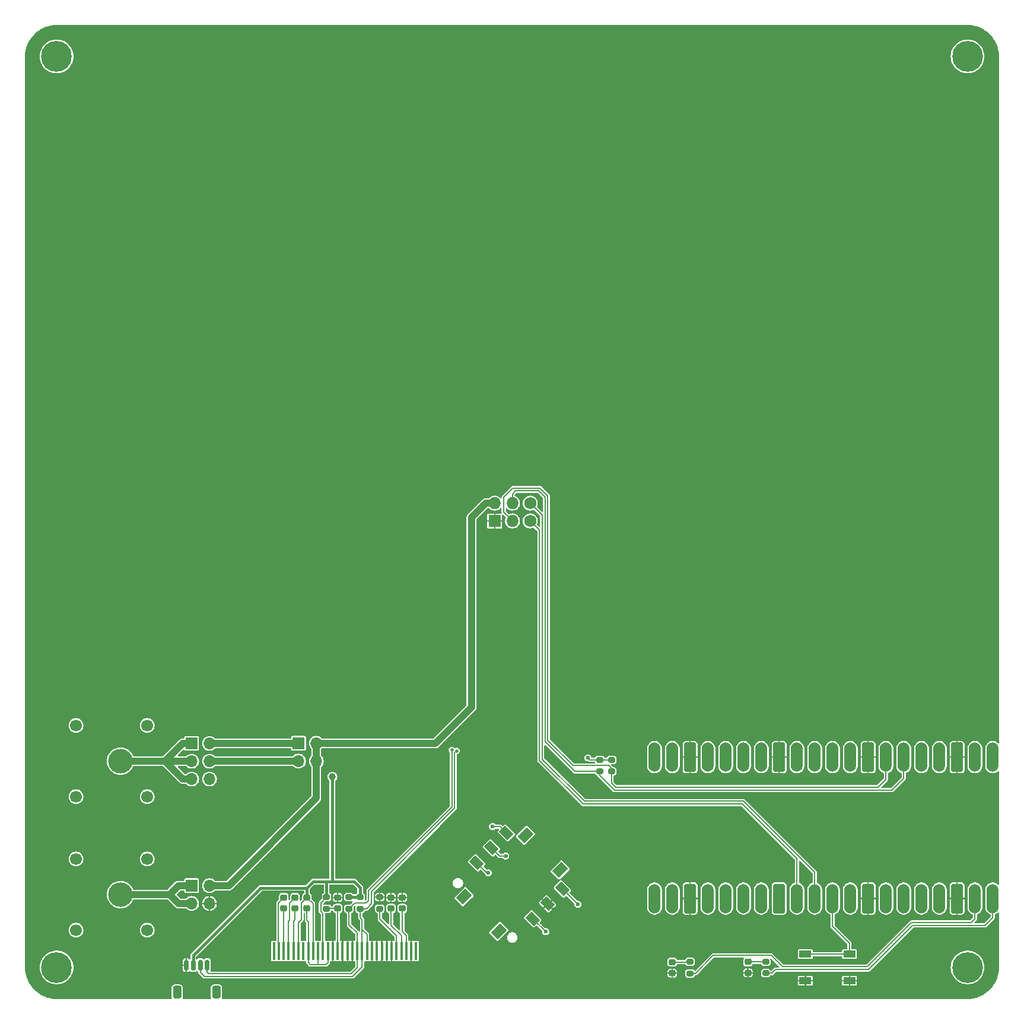
<source format=gtl>
%TF.GenerationSoftware,KiCad,Pcbnew,8.99.0-2433-g53022ab347*%
%TF.CreationDate,2024-09-29T19:38:35+02:00*%
%TF.ProjectId,SAO Dev Board,53414f20-4465-4762-9042-6f6172642e6b,1.0*%
%TF.SameCoordinates,PX1c9c380PY1c9c380*%
%TF.FileFunction,Copper,L1,Top*%
%TF.FilePolarity,Positive*%
%FSLAX46Y46*%
G04 Gerber Fmt 4.6, Leading zero omitted, Abs format (unit mm)*
G04 Created by KiCad (PCBNEW 8.99.0-2433-g53022ab347) date 2024-09-29 19:38:35*
%MOMM*%
%LPD*%
G01*
G04 APERTURE LIST*
G04 Aperture macros list*
%AMRoundRect*
0 Rectangle with rounded corners*
0 $1 Rounding radius*
0 $2 $3 $4 $5 $6 $7 $8 $9 X,Y pos of 4 corners*
0 Add a 4 corners polygon primitive as box body*
4,1,4,$2,$3,$4,$5,$6,$7,$8,$9,$2,$3,0*
0 Add four circle primitives for the rounded corners*
1,1,$1+$1,$2,$3*
1,1,$1+$1,$4,$5*
1,1,$1+$1,$6,$7*
1,1,$1+$1,$8,$9*
0 Add four rect primitives between the rounded corners*
20,1,$1+$1,$2,$3,$4,$5,0*
20,1,$1+$1,$4,$5,$6,$7,0*
20,1,$1+$1,$6,$7,$8,$9,0*
20,1,$1+$1,$8,$9,$2,$3,0*%
%AMRotRect*
0 Rectangle, with rotation*
0 The origin of the aperture is its center*
0 $1 length*
0 $2 width*
0 $3 Rotation angle, in degrees counterclockwise*
0 Add horizontal line*
21,1,$1,$2,0,0,$3*%
G04 Aperture macros list end*
%TA.AperFunction,ComponentPad*%
%ADD10C,1.727200*%
%TD*%
%TA.AperFunction,ComponentPad*%
%ADD11O,1.727200X1.727200*%
%TD*%
%TA.AperFunction,ComponentPad*%
%ADD12R,1.727200X1.727200*%
%TD*%
%TA.AperFunction,SMDPad,CuDef*%
%ADD13RoundRect,0.225000X-0.250000X0.225000X-0.250000X-0.225000X0.250000X-0.225000X0.250000X0.225000X0*%
%TD*%
%TA.AperFunction,SMDPad,CuDef*%
%ADD14RotRect,1.700000X1.200000X315.000000*%
%TD*%
%TA.AperFunction,SMDPad,CuDef*%
%ADD15RotRect,1.400000X1.900000X315.000000*%
%TD*%
%TA.AperFunction,ComponentPad*%
%ADD16O,1.700000X4.200000*%
%TD*%
%TA.AperFunction,ComponentPad*%
%ADD17RoundRect,0.250000X-0.600000X1.850000X-0.600000X-1.850000X0.600000X-1.850000X0.600000X1.850000X0*%
%TD*%
%TA.AperFunction,SMDPad,CuDef*%
%ADD18RoundRect,0.200000X-0.275000X0.200000X-0.275000X-0.200000X0.275000X-0.200000X0.275000X0.200000X0*%
%TD*%
%TA.AperFunction,ComponentPad*%
%ADD19C,0.700000*%
%TD*%
%TA.AperFunction,ComponentPad*%
%ADD20C,4.400000*%
%TD*%
%TA.AperFunction,ComponentPad*%
%ADD21C,3.500000*%
%TD*%
%TA.AperFunction,WasherPad*%
%ADD22C,1.700000*%
%TD*%
%TA.AperFunction,ComponentPad*%
%ADD23O,1.700000X1.700000*%
%TD*%
%TA.AperFunction,ComponentPad*%
%ADD24R,1.700000X1.700000*%
%TD*%
%TA.AperFunction,SMDPad,CuDef*%
%ADD25RoundRect,0.200000X0.275000X-0.200000X0.275000X0.200000X-0.275000X0.200000X-0.275000X-0.200000X0*%
%TD*%
%TA.AperFunction,SMDPad,CuDef*%
%ADD26RoundRect,0.225000X0.250000X-0.225000X0.250000X0.225000X-0.250000X0.225000X-0.250000X-0.225000X0*%
%TD*%
%TA.AperFunction,SMDPad,CuDef*%
%ADD27RoundRect,0.218750X0.256250X-0.218750X0.256250X0.218750X-0.256250X0.218750X-0.256250X-0.218750X0*%
%TD*%
%TA.AperFunction,SMDPad,CuDef*%
%ADD28R,1.700000X1.000000*%
%TD*%
%TA.AperFunction,SMDPad,CuDef*%
%ADD29RoundRect,0.250000X-0.350000X-0.650000X0.350000X-0.650000X0.350000X0.650000X-0.350000X0.650000X0*%
%TD*%
%TA.AperFunction,SMDPad,CuDef*%
%ADD30RoundRect,0.150000X-0.150000X-0.625000X0.150000X-0.625000X0.150000X0.625000X-0.150000X0.625000X0*%
%TD*%
%TA.AperFunction,SMDPad,CuDef*%
%ADD31R,0.400000X2.540000*%
%TD*%
%TA.AperFunction,ViaPad*%
%ADD32C,0.600000*%
%TD*%
%TA.AperFunction,ViaPad*%
%ADD33C,1.000000*%
%TD*%
%TA.AperFunction,ViaPad*%
%ADD34C,0.500000*%
%TD*%
%TA.AperFunction,Conductor*%
%ADD35C,0.200000*%
%TD*%
%TA.AperFunction,Conductor*%
%ADD36C,0.400000*%
%TD*%
%TA.AperFunction,Conductor*%
%ADD37C,1.000000*%
%TD*%
G04 APERTURE END LIST*
D10*
%TO.P,X1,6,GPIO2*%
%TO.N,SAO_GPIO2*%
X72600000Y-71290000D03*
%TO.P,X1,5,GPIO1*%
%TO.N,SAO_GPIO1*%
X72600000Y-68750000D03*
D11*
%TO.P,X1,4,SCL*%
%TO.N,I2C0_SCL*%
X70060000Y-71290000D03*
%TO.P,X1,3,SDA*%
%TO.N,I2C0_SDA*%
X70060000Y-68750000D03*
D12*
%TO.P,X1,2,GND*%
%TO.N,GND*%
X67520000Y-71290000D03*
D11*
%TO.P,X1,1,VCC*%
%TO.N,SAO_VCC*%
X67520000Y-68750000D03*
%TD*%
D13*
%TO.P,C5,2*%
%TO.N,Net-(OLEDM1-RES#)*%
X45108000Y-126575001D03*
%TO.P,C5,1*%
%TO.N,GND*%
X45108000Y-125024999D03*
%TD*%
D14*
%TO.P,SW1,6,Down*%
%TO.N,BTN_DOWN*%
X72934493Y-128055813D03*
%TO.P,SW1,5,Common*%
%TO.N,GND*%
X75055813Y-125934493D03*
%TO.P,SW1,4,Right*%
%TO.N,BTN_RIGHT*%
X77177135Y-123813172D03*
%TO.P,SW1,3,Left*%
%TO.N,BTN_LEFT*%
X64944187Y-120065507D03*
%TO.P,SW1,2,Center*%
%TO.N,BTN_CENTER*%
X67065507Y-117944187D03*
%TO.P,SW1,1,Up*%
%TO.N,BTN_UP*%
X69179757Y-115815796D03*
D15*
%TO.P,SW1,*%
%TO.N,*%
X68090813Y-129858936D03*
X76858935Y-121090812D03*
X63141065Y-124909188D03*
X71909187Y-116141064D03*
%TD*%
D16*
%TO.P,J8,20,Pin_20*%
%TO.N,VBUS*%
X90319999Y-125174999D03*
%TO.P,J8,19,Pin_19*%
%TO.N,PICO_VIN*%
X92859997Y-125174998D03*
D17*
%TO.P,J8,18,Pin_18*%
%TO.N,GND*%
X95399999Y-125174999D03*
D16*
%TO.P,J8,17,Pin_17*%
%TO.N,/RPi Pico X/3V3_EN*%
X97939999Y-125174999D03*
%TO.P,J8,16,Pin_16*%
%TO.N,VCC*%
X100480002Y-125174999D03*
%TO.P,J8,15,Pin_15*%
%TO.N,/RPi Pico X/ADC_VREF*%
X103019999Y-125174999D03*
%TO.P,J8,14,Pin_14*%
%TO.N,/RPi Pico X/GP28_A2*%
X105559999Y-125174999D03*
D17*
%TO.P,J8,13,Pin_13*%
%TO.N,GNDA*%
X108099999Y-125174998D03*
D16*
%TO.P,J8,12,Pin_12*%
%TO.N,SAO_GPIO2*%
X110639999Y-125174999D03*
%TO.P,J8,11,Pin_11*%
%TO.N,SAO_GPIO1*%
X113179999Y-125174999D03*
%TO.P,J8,10,Pin_10*%
%TO.N,/RPi Pico X/RUN*%
X115720001Y-125174999D03*
%TO.P,J8,9,Pin_9*%
%TO.N,BTN_CENTER*%
X118259999Y-125174999D03*
D17*
%TO.P,J8,8,Pin_8*%
%TO.N,GND*%
X120799999Y-125174999D03*
D16*
%TO.P,J8,7,Pin_7*%
%TO.N,BTN_RIGHT*%
X123339999Y-125174999D03*
%TO.P,J8,6,Pin_6*%
%TO.N,BTN_LEFT*%
X125880000Y-125174999D03*
%TO.P,J8,5,Pin_5*%
%TO.N,BTN_DOWN*%
X128420000Y-125174996D03*
%TO.P,J8,4,Pin_4*%
%TO.N,BTN_UP*%
X130959999Y-125174999D03*
D17*
%TO.P,J8,3,Pin_3*%
%TO.N,GND*%
X133499999Y-125174999D03*
D16*
%TO.P,J8,2,Pin_2*%
%TO.N,LED_GREEN*%
X136039995Y-125174998D03*
%TO.P,J8,1,Pin_1*%
%TO.N,LED_RED*%
X138579999Y-125174999D03*
%TD*%
D18*
%TO.P,R1,2*%
%TO.N,I2C0_SDA*%
X82500000Y-107025000D03*
%TO.P,R1,1*%
%TO.N,SAO_VCC*%
X82500000Y-105375000D03*
%TD*%
D13*
%TO.P,C3,2*%
%TO.N,Net-(OLEDM1-BS0)*%
X40728000Y-126575001D03*
%TO.P,C3,1*%
%TO.N,VCC*%
X40728000Y-125024999D03*
%TD*%
D19*
%TO.P,REF\u002A\u002A,1*%
%TO.N,N/C*%
X136650000Y-5000000D03*
X136166726Y-6166726D03*
X136166726Y-3833274D03*
X135000000Y-6650000D03*
D20*
X135000000Y-5000000D03*
D19*
X135000000Y-3350000D03*
X133833274Y-6166726D03*
X133833274Y-3833274D03*
X133350000Y-5000000D03*
%TD*%
D18*
%TO.P,R7,2*%
%TO.N,I2C1_SCL*%
X46728000Y-126625000D03*
%TO.P,R7,1*%
%TO.N,VCC*%
X46728000Y-124975000D03*
%TD*%
D21*
%TO.P,J2,1,Pin_1*%
%TO.N,Net-(J2-Pin_1)*%
X14120000Y-124610000D03*
D22*
%TO.P,J2,*%
%TO.N,*%
X17920000Y-129690000D03*
X17920000Y-119530000D03*
X7760000Y-129690000D03*
X7760000Y-119530000D03*
%TD*%
D23*
%TO.P,J4,4,Pin_4*%
%TO.N,GND*%
X26815000Y-125875000D03*
%TO.P,J4,3,Pin_3*%
%TO.N,Net-(J2-Pin_1)*%
X24275000Y-125875000D03*
%TO.P,J4,2,Pin_2*%
%TO.N,SAO_VCC*%
X26815000Y-123335000D03*
D24*
%TO.P,J4,1,Pin_1*%
%TO.N,Net-(J2-Pin_1)*%
X24275000Y-123335000D03*
%TD*%
D23*
%TO.P,J5,4,Pin_4*%
%TO.N,SAO_VCC*%
X42060000Y-105560000D03*
%TO.P,J5,3,Pin_3*%
%TO.N,Net-(J3-Pin_4)*%
X39520000Y-105560000D03*
%TO.P,J5,2,Pin_2*%
%TO.N,SAO_VCC*%
X42060000Y-103020000D03*
D24*
%TO.P,J5,1,Pin_1*%
%TO.N,VCC*%
X39520000Y-103020000D03*
%TD*%
D23*
%TO.P,J3,6,Pin_6*%
%TO.N,PICO_VIN*%
X26815000Y-108115000D03*
%TO.P,J3,5,Pin_5*%
%TO.N,Net-(J1-Pin_1)*%
X24275000Y-108115000D03*
%TO.P,J3,4,Pin_4*%
%TO.N,Net-(J3-Pin_4)*%
X26815000Y-105575000D03*
%TO.P,J3,3,Pin_3*%
%TO.N,Net-(J1-Pin_1)*%
X24275000Y-105575000D03*
%TO.P,J3,2,Pin_2*%
%TO.N,VCC*%
X26815000Y-103035000D03*
D24*
%TO.P,J3,1,Pin_1*%
%TO.N,Net-(J1-Pin_1)*%
X24275000Y-103035000D03*
%TD*%
D18*
%TO.P,R6,2*%
%TO.N,I2C1_SDA*%
X48328000Y-126625000D03*
%TO.P,R6,1*%
%TO.N,VCC*%
X48328000Y-124975000D03*
%TD*%
D25*
%TO.P,R3,2*%
%TO.N,Net-(D1-A)*%
X95400000Y-134199000D03*
%TO.P,R3,1*%
%TO.N,LED_GREEN*%
X95400000Y-135849000D03*
%TD*%
D13*
%TO.P,C1,2*%
%TO.N,Net-(OLEDM1-CAP2N)*%
X37428000Y-126575001D03*
%TO.P,C1,1*%
%TO.N,Net-(OLEDM1-CAP2P)*%
X37428000Y-125024999D03*
%TD*%
D18*
%TO.P,R2,2*%
%TO.N,I2C0_SCL*%
X84200000Y-107025000D03*
%TO.P,R2,1*%
%TO.N,SAO_VCC*%
X84200000Y-105375000D03*
%TD*%
%TO.P,R5,2*%
%TO.N,Net-(OLEDM1-RES#)*%
X43528000Y-126625000D03*
%TO.P,R5,1*%
%TO.N,VCC*%
X43528000Y-124975000D03*
%TD*%
D25*
%TO.P,R4,2*%
%TO.N,Net-(D2-A)*%
X106195000Y-134175000D03*
%TO.P,R4,1*%
%TO.N,LED_RED*%
X106195000Y-135825000D03*
%TD*%
D26*
%TO.P,C6,2*%
%TO.N,GND*%
X52728000Y-125024999D03*
%TO.P,C6,1*%
%TO.N,Net-(OLEDM1-VCOMH)*%
X52728000Y-126575001D03*
%TD*%
D27*
%TO.P,D1,2,A*%
%TO.N,Net-(D1-A)*%
X92860000Y-134236499D03*
%TO.P,D1,1,K*%
%TO.N,GND*%
X92860000Y-135811501D03*
%TD*%
D26*
%TO.P,C4,2*%
%TO.N,GND*%
X54328000Y-125024999D03*
%TO.P,C4,1*%
%TO.N,Net-(OLEDM1-VCC)*%
X54328000Y-126575001D03*
%TD*%
D21*
%TO.P,J1,1,Pin_1*%
%TO.N,Net-(J1-Pin_1)*%
X14120000Y-105560000D03*
D22*
%TO.P,J1,*%
%TO.N,*%
X17920000Y-110640000D03*
X17920000Y-100480000D03*
X7760000Y-110640000D03*
X7760000Y-100480000D03*
%TD*%
D27*
%TO.P,D2,2,A*%
%TO.N,Net-(D2-A)*%
X103655000Y-134212499D03*
%TO.P,D2,1,K*%
%TO.N,GND*%
X103655000Y-135787501D03*
%TD*%
D13*
%TO.P,C2,2*%
%TO.N,Net-(OLEDM1-CAP1N)*%
X39028000Y-126575001D03*
%TO.P,C2,1*%
%TO.N,Net-(OLEDM1-CAP1P)*%
X39028000Y-125024999D03*
%TD*%
D28*
%TO.P,SW2,2,B*%
%TO.N,/RPi Pico X/RUN*%
X111850000Y-133100000D03*
X118150000Y-133100000D03*
%TO.P,SW2,1,A*%
%TO.N,GND*%
X111850000Y-136900000D03*
X118150000Y-136900000D03*
%TD*%
D29*
%TO.P,J6,MP*%
%TO.N,N/C*%
X27800000Y-138550000D03*
X22200000Y-138549999D03*
D30*
%TO.P,J6,4,Pin_4*%
%TO.N,I2C1_SCL*%
X26499999Y-134675001D03*
%TO.P,J6,3,Pin_3*%
%TO.N,I2C1_SDA*%
X25500000Y-134675000D03*
%TO.P,J6,2,Pin_2*%
%TO.N,VCC*%
X24500000Y-134675000D03*
%TO.P,J6,1,Pin_1*%
%TO.N,GND*%
X23500000Y-134675001D03*
%TD*%
D31*
%TO.P,OLEDM1,30,NC*%
%TO.N,unconnected-(OLEDM1-NC-Pad30)*%
X56308000Y-132670000D03*
%TO.P,OLEDM1,29,VLSS*%
%TO.N,GND*%
X55608000Y-132670000D03*
%TO.P,OLEDM1,28,VCC*%
%TO.N,Net-(OLEDM1-VCC)*%
X54908000Y-132670000D03*
%TO.P,OLEDM1,27,VCOMH*%
%TO.N,Net-(OLEDM1-VCOMH)*%
X54208000Y-132670000D03*
%TO.P,OLEDM1,26,IREF*%
%TO.N,Net-(OLEDM1-IREF)*%
X53508000Y-132670000D03*
%TO.P,OLEDM1,25,DB7*%
%TO.N,GND*%
X52808000Y-132670000D03*
%TO.P,OLEDM1,24,DB6*%
X52108000Y-132670000D03*
%TO.P,OLEDM1,23,DB5*%
X51408000Y-132670000D03*
%TO.P,OLEDM1,22,DB4*%
X50708000Y-132670000D03*
%TO.P,OLEDM1,21,DB3*%
X50008000Y-132670000D03*
%TO.P,OLEDM1,20,DB2*%
%TO.N,I2C1_SDA*%
X49308000Y-132670000D03*
%TO.P,OLEDM1,19,DB1*%
X48608000Y-132670000D03*
%TO.P,OLEDM1,18,DB0*%
%TO.N,I2C1_SCL*%
X47908000Y-132670000D03*
%TO.P,OLEDM1,17,E_RD#*%
%TO.N,GND*%
X47208000Y-132670000D03*
%TO.P,OLEDM1,16,R/W#*%
X46508000Y-132670000D03*
%TO.P,OLEDM1,15,C/D#*%
X45808000Y-132670000D03*
%TO.P,OLEDM1,14,RES#*%
%TO.N,Net-(OLEDM1-RES#)*%
X45108000Y-132670000D03*
%TO.P,OLEDM1,13,CS#*%
%TO.N,GND*%
X44408000Y-132670000D03*
%TO.P,OLEDM1,12,BS2*%
%TO.N,Net-(OLEDM1-BS0)*%
X43708000Y-132670000D03*
%TO.P,OLEDM1,11,BS1*%
%TO.N,VCC*%
X43008000Y-132670000D03*
%TO.P,OLEDM1,10,BS0*%
%TO.N,Net-(OLEDM1-BS0)*%
X42308000Y-132670000D03*
%TO.P,OLEDM1,9,VDD*%
%TO.N,VCC*%
X41608000Y-132670000D03*
%TO.P,OLEDM1,8,VSS*%
%TO.N,Net-(OLEDM1-BS0)*%
X40908000Y-132670000D03*
%TO.P,OLEDM1,7,NC*%
%TO.N,unconnected-(OLEDM1-NC-Pad7)*%
X40208000Y-132670000D03*
%TO.P,OLEDM1,6,VBAT*%
%TO.N,VCC*%
X39508000Y-132670000D03*
%TO.P,OLEDM1,5,CAP1N*%
%TO.N,Net-(OLEDM1-CAP1N)*%
X38808000Y-132670000D03*
%TO.P,OLEDM1,4,CAP1P*%
%TO.N,Net-(OLEDM1-CAP1P)*%
X38108000Y-132670000D03*
%TO.P,OLEDM1,3,CAP2N*%
%TO.N,Net-(OLEDM1-CAP2N)*%
X37408000Y-132670000D03*
%TO.P,OLEDM1,2,CAP2P*%
%TO.N,Net-(OLEDM1-CAP2P)*%
X36708000Y-132670000D03*
%TO.P,OLEDM1,1,NC*%
%TO.N,unconnected-(OLEDM1-NC-Pad1)*%
X36008000Y-132670000D03*
%TD*%
D16*
%TO.P,J7,20,Pin_20*%
%TO.N,I2C1_SCL*%
X90320000Y-104995000D03*
%TO.P,J7,19,Pin_19*%
%TO.N,I2C1_SDA*%
X92859998Y-104994999D03*
D17*
%TO.P,J7,18,Pin_18*%
%TO.N,GND*%
X95400000Y-104995000D03*
D16*
%TO.P,J7,17,Pin_17*%
%TO.N,/RPi Pico X/GP13*%
X97940000Y-104995000D03*
%TO.P,J7,16,Pin_16*%
%TO.N,/RPi Pico X/GP12*%
X100480003Y-104995000D03*
%TO.P,J7,15,Pin_15*%
%TO.N,/RPi Pico X/GP11*%
X103020000Y-104995000D03*
%TO.P,J7,14,Pin_14*%
%TO.N,/RPi Pico X/GP10*%
X105560000Y-104995000D03*
D17*
%TO.P,J7,13,Pin_13*%
%TO.N,GND*%
X108100000Y-104994999D03*
D16*
%TO.P,J7,12,Pin_12*%
%TO.N,/RPi Pico X/GP9*%
X110640000Y-104995000D03*
%TO.P,J7,11,Pin_11*%
%TO.N,/RPi Pico X/GP8*%
X113180000Y-104995000D03*
%TO.P,J7,10,Pin_10*%
%TO.N,/RPi Pico X/GP7*%
X115720002Y-104995000D03*
%TO.P,J7,9,Pin_9*%
%TO.N,/RPi Pico X/GP6*%
X118260000Y-104995000D03*
D17*
%TO.P,J7,8,Pin_8*%
%TO.N,GND*%
X120800000Y-104995000D03*
D16*
%TO.P,J7,7,Pin_7*%
%TO.N,I2C0_SCL*%
X123340000Y-104995000D03*
%TO.P,J7,6,Pin_6*%
%TO.N,I2C0_SDA*%
X125880001Y-104995000D03*
%TO.P,J7,5,Pin_5*%
%TO.N,/RPi Pico X/GP3*%
X128420001Y-104994997D03*
%TO.P,J7,4,Pin_4*%
%TO.N,/RPi Pico X/GP2*%
X130960000Y-104995000D03*
D17*
%TO.P,J7,3,Pin_3*%
%TO.N,GND*%
X133500000Y-104995000D03*
D16*
%TO.P,J7,2,Pin_2*%
%TO.N,/RPi Pico X/GP1*%
X136039996Y-104994999D03*
%TO.P,J7,1,Pin_1*%
%TO.N,/RPi Pico X/GP0*%
X138580000Y-104995000D03*
%TD*%
D25*
%TO.P,R8,2*%
%TO.N,GND*%
X51128000Y-124975000D03*
%TO.P,R8,1*%
%TO.N,Net-(OLEDM1-IREF)*%
X51128000Y-126625000D03*
%TD*%
D19*
%TO.P,REF\u002A\u002A,1*%
%TO.N,N/C*%
X6650000Y-135000000D03*
X6166726Y-136166726D03*
X6166726Y-133833274D03*
X5000000Y-136650000D03*
D20*
X5000000Y-135000000D03*
D19*
X5000000Y-133350000D03*
X3833274Y-136166726D03*
X3833274Y-133833274D03*
X3350000Y-135000000D03*
%TD*%
%TO.P,REF\u002A\u002A,1*%
%TO.N,N/C*%
X136650000Y-135000000D03*
X136166726Y-136166726D03*
X136166726Y-133833274D03*
X135000000Y-136650000D03*
D20*
X135000000Y-135000000D03*
D19*
X135000000Y-133350000D03*
X133833274Y-136166726D03*
X133833274Y-133833274D03*
X133350000Y-135000000D03*
%TD*%
%TO.P,REF\u002A\u002A,1*%
%TO.N,N/C*%
X6650000Y-5000000D03*
X6166726Y-6166726D03*
X6166726Y-3833274D03*
X5000000Y-6650000D03*
D20*
X5000000Y-5000000D03*
D19*
X5000000Y-3350000D03*
X3833274Y-6166726D03*
X3833274Y-3833274D03*
X3350000Y-5000000D03*
%TD*%
D32*
%TO.N,GND*%
X42178000Y-123900000D03*
X45078000Y-123900000D03*
D33*
%TO.N,VCC*%
X44350000Y-107800000D03*
D32*
%TO.N,GND*%
X44678000Y-134800000D03*
X46678000Y-134750000D03*
X51928000Y-127900000D03*
X53528000Y-128400000D03*
X50528000Y-130050000D03*
X47628000Y-128550000D03*
X46328000Y-129850000D03*
X44028000Y-129750000D03*
X42328000Y-129750000D03*
X40228000Y-129600000D03*
D34*
%TO.N,I2C1_SDA*%
X62100000Y-104100000D03*
%TO.N,I2C1_SCL*%
X61415978Y-103951283D03*
D32*
%TO.N,SAO_VCC*%
X80800000Y-105100000D03*
X59080000Y-103020000D03*
%TO.N,BTN_LEFT*%
X66600000Y-121500000D03*
%TO.N,BTN_UP*%
X67200000Y-114900000D03*
%TO.N,BTN_CENTER*%
X69100000Y-119100000D03*
%TO.N,BTN_RIGHT*%
X79400000Y-126000000D03*
%TO.N,BTN_DOWN*%
X74800000Y-129900000D03*
%TD*%
D35*
%TO.N,I2C1_SDA*%
X48608000Y-134919999D02*
X48608000Y-132670000D01*
%TO.N,I2C1_SCL*%
X26499999Y-134675001D02*
X26499999Y-135699999D01*
X26700000Y-135900000D02*
X47062314Y-135900000D01*
X47908000Y-135054314D02*
X47908000Y-132670000D01*
X26499999Y-135699999D02*
X26700000Y-135900000D01*
X47062314Y-135900000D02*
X47908000Y-135054314D01*
%TO.N,I2C1_SDA*%
X47227999Y-136300000D02*
X26100000Y-136300000D01*
X26100000Y-136300000D02*
X25500000Y-135700000D01*
X48608000Y-134919999D02*
X47227999Y-136300000D01*
X25500000Y-135700000D02*
X25500000Y-134675000D01*
%TO.N,I2C1_SCL*%
X46728000Y-126625000D02*
X47553000Y-125800000D01*
X47553000Y-125800000D02*
X49178000Y-125800000D01*
X49178000Y-125800000D02*
X49528000Y-125450000D01*
X61415978Y-112112022D02*
X61415978Y-103951283D01*
X49528000Y-124000000D02*
X61415978Y-112112022D01*
X49528000Y-125450000D02*
X49528000Y-124000000D01*
%TO.N,I2C1_SDA*%
X62100000Y-104100000D02*
X61815978Y-104384022D01*
X61815978Y-104384022D02*
X61815978Y-112277708D01*
X61815978Y-112277708D02*
X49928000Y-124165686D01*
X49928000Y-124165686D02*
X49928000Y-125900000D01*
X49928000Y-125900000D02*
X49203000Y-126625000D01*
X49203000Y-126625000D02*
X48328000Y-126625000D01*
D36*
%TO.N,VCC*%
X40728000Y-123650000D02*
X34100000Y-123650000D01*
X34100000Y-123650000D02*
X24500000Y-133250000D01*
X24500000Y-133250000D02*
X24500000Y-134675000D01*
D35*
%TO.N,LED_GREEN*%
X126984314Y-128600000D02*
X120684314Y-134900000D01*
X136039995Y-128060005D02*
X135500000Y-128600000D01*
X135500000Y-128600000D02*
X126984314Y-128600000D01*
X120684314Y-134900000D02*
X108600000Y-134900000D01*
X136039995Y-123974998D02*
X136039995Y-128060005D01*
X108600000Y-134900000D02*
X107000000Y-133300000D01*
X96151000Y-135849000D02*
X95400000Y-135849000D01*
X107000000Y-133300000D02*
X98700000Y-133300000D01*
X98700000Y-133300000D02*
X96151000Y-135849000D01*
%TO.N,Net-(D1-A)*%
X92860000Y-134236499D02*
X95362501Y-134236499D01*
X95362501Y-134236499D02*
X95400000Y-134199000D01*
D36*
%TO.N,VCC*%
X43528000Y-122750000D02*
X41628000Y-122750000D01*
X47478000Y-122750000D02*
X43528000Y-122750000D01*
X43528000Y-122750000D02*
X43528000Y-124975000D01*
X40728000Y-123650000D02*
X40728000Y-125024999D01*
X41628000Y-122750000D02*
X40728000Y-123650000D01*
X44350000Y-122750000D02*
X44350000Y-107800000D01*
X46728000Y-124975000D02*
X48328000Y-124975000D01*
X48328000Y-124975000D02*
X48328000Y-123600000D01*
X48328000Y-123600000D02*
X47478000Y-122750000D01*
D35*
%TO.N,Net-(OLEDM1-VCC)*%
X54908000Y-132670000D02*
X54908000Y-130480000D01*
X54908000Y-130480000D02*
X54328000Y-129900000D01*
X54328000Y-129900000D02*
X54328000Y-126575001D01*
%TO.N,Net-(OLEDM1-IREF)*%
X53508000Y-132670000D02*
X53508000Y-130480000D01*
X53508000Y-130480000D02*
X51128000Y-128100000D01*
X51128000Y-128100000D02*
X51128000Y-126625000D01*
%TO.N,I2C1_SCL*%
X47908000Y-132670000D02*
X47908000Y-130080000D01*
X47908000Y-130080000D02*
X46728000Y-128900000D01*
X46728000Y-128900000D02*
X46728000Y-126625000D01*
%TO.N,Net-(OLEDM1-BS0)*%
X40908000Y-132670000D02*
X40908000Y-128480000D01*
X40908000Y-128480000D02*
X40728000Y-128300000D01*
X40728000Y-128300000D02*
X40728000Y-126575001D01*
%TO.N,VCC*%
X39508000Y-132670000D02*
X39508000Y-128570000D01*
X39508000Y-128570000D02*
X39928000Y-128150000D01*
X39928000Y-128150000D02*
X39928000Y-125824999D01*
X39928000Y-125824999D02*
X40728000Y-125024999D01*
%TO.N,Net-(OLEDM1-CAP1P)*%
X38108000Y-132670000D02*
X38108000Y-128445000D01*
X38108000Y-128445000D02*
X38253000Y-128300000D01*
X38253000Y-128300000D02*
X38253000Y-125799999D01*
X38253000Y-125799999D02*
X39028000Y-125024999D01*
%TO.N,Net-(OLEDM1-BS0)*%
X43708000Y-132670000D02*
X43708000Y-134320000D01*
X43708000Y-134320000D02*
X43428000Y-134600000D01*
X43428000Y-134600000D02*
X42328000Y-134600000D01*
X42328000Y-134600000D02*
X41228000Y-134600000D01*
X41228000Y-134600000D02*
X40908000Y-134280000D01*
X40908000Y-134280000D02*
X40908000Y-132670000D01*
X42308000Y-132670000D02*
X42308000Y-134580000D01*
X42308000Y-134580000D02*
X42328000Y-134600000D01*
%TO.N,I2C1_SDA*%
X48608000Y-132670000D02*
X48608000Y-129600000D01*
X48608000Y-129600000D02*
X48608000Y-128180000D01*
X49308000Y-132670000D02*
X49308000Y-130300000D01*
X49308000Y-130300000D02*
X48608000Y-129600000D01*
%TO.N,VCC*%
X43008000Y-132670000D02*
X43008000Y-127292648D01*
X43008000Y-127292648D02*
X42728000Y-127012648D01*
X42728000Y-127012648D02*
X42728000Y-125775000D01*
X42728000Y-125775000D02*
X43528000Y-124975000D01*
X41608000Y-132670000D02*
X41608000Y-125904999D01*
X41608000Y-125904999D02*
X40728000Y-125024999D01*
%TO.N,Net-(OLEDM1-CAP2P)*%
X36708000Y-132670000D02*
X36653000Y-132615000D01*
X36653000Y-132615000D02*
X36653000Y-125799999D01*
X36653000Y-125799999D02*
X37428000Y-125024999D01*
%TO.N,Net-(OLEDM1-CAP2N)*%
X37408000Y-132670000D02*
X37408000Y-126595001D01*
X37408000Y-126595001D02*
X37428000Y-126575001D01*
%TO.N,Net-(OLEDM1-CAP1N)*%
X38808000Y-128420000D02*
X39028000Y-128200000D01*
X38808000Y-132670000D02*
X38808000Y-128420000D01*
X39028000Y-128200000D02*
X39028000Y-126575001D01*
%TO.N,Net-(OLEDM1-RES#)*%
X45108000Y-126575001D02*
X43577999Y-126575001D01*
X43577999Y-126575001D02*
X43528000Y-126625000D01*
X45108000Y-132670000D02*
X45108000Y-126645000D01*
X45108000Y-126645000D02*
X45128000Y-126625000D01*
%TO.N,Net-(OLEDM1-VCOMH)*%
X54208000Y-132670000D02*
X54208000Y-130480000D01*
X54208000Y-130480000D02*
X52728000Y-129000000D01*
X52728000Y-129000000D02*
X52728000Y-126575001D01*
%TO.N,I2C1_SDA*%
X48608000Y-128180000D02*
X48328000Y-127900000D01*
X48328000Y-127900000D02*
X48328000Y-126625000D01*
D37*
%TO.N,VCC*%
X33145000Y-103035000D02*
X33165000Y-103015000D01*
X26815000Y-103035000D02*
X33145000Y-103035000D01*
X33170000Y-103020000D02*
X39520000Y-103020000D01*
X33165000Y-103015000D02*
X33170000Y-103020000D01*
D35*
%TO.N,Net-(D2-A)*%
X106157501Y-134212499D02*
X106195000Y-134175000D01*
X103655000Y-134212499D02*
X106157501Y-134212499D01*
D37*
%TO.N,Net-(J1-Pin_1)*%
X23025000Y-108115000D02*
X20470000Y-105560000D01*
X24275000Y-108115000D02*
X23025000Y-108115000D01*
X22995000Y-103035000D02*
X20470000Y-105560000D01*
D36*
X24260000Y-105560000D02*
X24275000Y-105575000D01*
D37*
X24275000Y-103035000D02*
X22995000Y-103035000D01*
X14120000Y-105560000D02*
X20470000Y-105560000D01*
X20470000Y-105560000D02*
X24260000Y-105560000D01*
%TO.N,Net-(J2-Pin_1)*%
X22370000Y-125875000D02*
X24275000Y-125875000D01*
X21105000Y-124610000D02*
X22370000Y-125875000D01*
X24275000Y-123335000D02*
X22380000Y-123335000D01*
X14120000Y-124610000D02*
X21105000Y-124610000D01*
X22380000Y-123335000D02*
X21105000Y-124610000D01*
%TO.N,Net-(J3-Pin_4)*%
X33165000Y-105555000D02*
X33170000Y-105560000D01*
X33145000Y-105575000D02*
X33165000Y-105555000D01*
X33170000Y-105560000D02*
X39520000Y-105560000D01*
X26815000Y-105575000D02*
X33145000Y-105575000D01*
%TO.N,SAO_VCC*%
X42060000Y-105560000D02*
X42060000Y-103020000D01*
X42060000Y-110840000D02*
X42060000Y-105560000D01*
X29565000Y-123335000D02*
X42060000Y-110840000D01*
D35*
X82500000Y-105375000D02*
X81075000Y-105375000D01*
X84200000Y-105375000D02*
X82500000Y-105375000D01*
D37*
X64200000Y-97900000D02*
X64200000Y-70800000D01*
X59080000Y-103020000D02*
X64200000Y-97900000D01*
X64200000Y-70800000D02*
X66250000Y-68750000D01*
X66250000Y-68750000D02*
X67520000Y-68750000D01*
X42060000Y-103020000D02*
X59080000Y-103020000D01*
X26815000Y-123335000D02*
X29565000Y-123335000D01*
D35*
X81075000Y-105375000D02*
X80800000Y-105100000D01*
%TO.N,I2C0_SDA*%
X125880001Y-108019999D02*
X124200000Y-109700000D01*
X70500000Y-67000000D02*
X70060000Y-67440000D01*
X84600000Y-109700000D02*
X82500000Y-107600000D01*
X82500000Y-107025000D02*
X78925000Y-107025000D01*
X70060000Y-67440000D02*
X70060000Y-68750000D01*
X82500000Y-107600000D02*
X82500000Y-107025000D01*
X74700000Y-102800000D02*
X74700000Y-67865686D01*
X74700000Y-67865686D02*
X73834314Y-67000000D01*
X124200000Y-109700000D02*
X84600000Y-109700000D01*
X125880001Y-106195000D02*
X125880001Y-108019999D01*
X73834314Y-67000000D02*
X70500000Y-67000000D01*
X78925000Y-107025000D02*
X74700000Y-102800000D01*
%TO.N,I2C0_SCL*%
X122200000Y-109300000D02*
X84800000Y-109300000D01*
X68800000Y-70030000D02*
X70060000Y-71290000D01*
X68800000Y-67900000D02*
X68800000Y-70030000D01*
X83800000Y-106200000D02*
X78700000Y-106200000D01*
X74000000Y-66600000D02*
X70100000Y-66600000D01*
X75100000Y-67700000D02*
X74000000Y-66600000D01*
X123340000Y-106195000D02*
X123340000Y-108160000D01*
X75100000Y-102600000D02*
X75100000Y-67700000D01*
X84200000Y-106600000D02*
X83800000Y-106200000D01*
X84800000Y-109300000D02*
X84200000Y-108700000D01*
X70100000Y-66600000D02*
X68800000Y-67900000D01*
X84200000Y-108700000D02*
X84200000Y-107025000D01*
X123340000Y-108160000D02*
X122200000Y-109300000D01*
X78700000Y-106200000D02*
X75100000Y-102600000D01*
X84200000Y-107025000D02*
X84200000Y-106600000D01*
%TO.N,BTN_LEFT*%
X66378680Y-121500000D02*
X66600000Y-121500000D01*
X64944187Y-120065507D02*
X66378680Y-121500000D01*
%TO.N,LED_RED*%
X137500000Y-129000000D02*
X127150000Y-129000000D01*
X138579999Y-127920001D02*
X137500000Y-129000000D01*
X107075000Y-135825000D02*
X106195000Y-135825000D01*
X138579999Y-123974999D02*
X138579999Y-127920001D01*
X127150000Y-129000000D02*
X120850000Y-135300000D01*
X107600000Y-135300000D02*
X107075000Y-135825000D01*
X120850000Y-135300000D02*
X107600000Y-135300000D01*
%TO.N,/RPi Pico X/RUN*%
X111850000Y-133100000D02*
X118150000Y-133100000D01*
X115720001Y-129120001D02*
X118150000Y-131550000D01*
X118150000Y-131550000D02*
X118150000Y-133100000D01*
X115720001Y-123974999D02*
X115720001Y-129120001D01*
%TO.N,BTN_UP*%
X68263961Y-114900000D02*
X67200000Y-114900000D01*
X69179757Y-115815796D02*
X68263961Y-114900000D01*
%TO.N,BTN_CENTER*%
X68221320Y-119100000D02*
X69100000Y-119100000D01*
X67065507Y-117944187D02*
X68221320Y-119100000D01*
%TO.N,BTN_RIGHT*%
X77177135Y-123813172D02*
X79363963Y-126000000D01*
X79363963Y-126000000D02*
X79400000Y-126000000D01*
%TO.N,BTN_DOWN*%
X74778680Y-129900000D02*
X74800000Y-129900000D01*
X72934493Y-128055813D02*
X74778680Y-129900000D01*
%TO.N,SAO_GPIO2*%
X80109314Y-111675000D02*
X102854314Y-111675000D01*
X73900000Y-72590000D02*
X73900000Y-105465686D01*
X102854314Y-111675000D02*
X110639999Y-119460685D01*
X110639999Y-119460685D02*
X110639999Y-123974999D01*
X72600000Y-71290000D02*
X73900000Y-72590000D01*
X73900000Y-105465686D02*
X80109314Y-111675000D01*
%TO.N,SAO_GPIO1*%
X80275000Y-111275000D02*
X103020000Y-111275000D01*
X113180000Y-122070000D02*
X113179999Y-122070001D01*
X74300000Y-105300000D02*
X80275000Y-111275000D01*
X113179999Y-122070001D02*
X113179999Y-123974999D01*
X113180000Y-121435000D02*
X113180000Y-122070000D01*
X103020000Y-111275000D02*
X113180000Y-121435000D01*
X74300000Y-70450000D02*
X74300000Y-105300000D01*
X72600000Y-68750000D02*
X74300000Y-70450000D01*
%TD*%
%TA.AperFunction,Conductor*%
%TO.N,GND*%
G36*
X40286691Y-124069407D02*
G01*
X40322655Y-124118907D01*
X40327500Y-124149500D01*
X40327500Y-124338465D01*
X40308593Y-124396656D01*
X40273445Y-124426674D01*
X40224784Y-124451468D01*
X40224782Y-124451469D01*
X40129470Y-124546781D01*
X40068283Y-124666866D01*
X40068281Y-124666873D01*
X40052500Y-124766509D01*
X40052500Y-125234520D01*
X40033593Y-125292711D01*
X40023503Y-125304524D01*
X39854767Y-125473259D01*
X39800251Y-125501036D01*
X39739819Y-125491465D01*
X39696554Y-125448200D01*
X39686983Y-125387768D01*
X39686983Y-125387767D01*
X39687717Y-125383127D01*
X39687719Y-125383125D01*
X39703500Y-125283487D01*
X39703500Y-124766511D01*
X39701492Y-124753836D01*
X39696259Y-124720792D01*
X39687719Y-124666873D01*
X39687716Y-124666868D01*
X39687716Y-124666866D01*
X39626529Y-124546781D01*
X39626528Y-124546779D01*
X39531220Y-124451471D01*
X39531217Y-124451469D01*
X39411132Y-124390282D01*
X39411127Y-124390280D01*
X39411126Y-124390280D01*
X39377913Y-124385019D01*
X39311490Y-124374499D01*
X39311488Y-124374499D01*
X38744512Y-124374499D01*
X38744510Y-124374499D01*
X38644874Y-124390280D01*
X38644867Y-124390282D01*
X38524782Y-124451469D01*
X38429470Y-124546781D01*
X38368283Y-124666866D01*
X38368281Y-124666873D01*
X38352500Y-124766509D01*
X38352500Y-125234520D01*
X38350031Y-125242117D01*
X38351281Y-125250007D01*
X38340756Y-125270662D01*
X38333593Y-125292711D01*
X38323504Y-125304524D01*
X38272504Y-125355524D01*
X38217987Y-125383301D01*
X38157555Y-125373730D01*
X38114290Y-125330465D01*
X38103500Y-125285520D01*
X38103500Y-124766509D01*
X38096259Y-124720792D01*
X38087719Y-124666873D01*
X38087716Y-124666868D01*
X38087716Y-124666866D01*
X38026529Y-124546781D01*
X38026528Y-124546779D01*
X37931220Y-124451471D01*
X37931217Y-124451469D01*
X37811132Y-124390282D01*
X37811127Y-124390280D01*
X37811126Y-124390280D01*
X37777913Y-124385019D01*
X37711490Y-124374499D01*
X37711488Y-124374499D01*
X37144512Y-124374499D01*
X37144510Y-124374499D01*
X37044874Y-124390280D01*
X37044867Y-124390282D01*
X36924782Y-124451469D01*
X36829470Y-124546781D01*
X36768283Y-124666866D01*
X36768281Y-124666873D01*
X36752500Y-124766509D01*
X36752500Y-125234520D01*
X36733593Y-125292711D01*
X36723504Y-125304524D01*
X36468489Y-125559539D01*
X36468488Y-125559538D01*
X36412539Y-125615488D01*
X36372980Y-125684006D01*
X36372978Y-125684010D01*
X36352500Y-125760434D01*
X36352500Y-131103682D01*
X36333593Y-131161873D01*
X36284093Y-131197837D01*
X36234189Y-131200780D01*
X36227758Y-131199501D01*
X36227748Y-131199500D01*
X35788252Y-131199500D01*
X35788251Y-131199500D01*
X35788241Y-131199501D01*
X35729772Y-131211132D01*
X35729766Y-131211134D01*
X35663451Y-131255445D01*
X35663445Y-131255451D01*
X35619134Y-131321766D01*
X35619132Y-131321772D01*
X35607501Y-131380241D01*
X35607500Y-131380253D01*
X35607500Y-133959746D01*
X35607501Y-133959758D01*
X35619132Y-134018227D01*
X35619134Y-134018233D01*
X35663445Y-134084548D01*
X35663448Y-134084552D01*
X35729769Y-134128867D01*
X35774231Y-134137711D01*
X35788241Y-134140498D01*
X35788246Y-134140498D01*
X35788252Y-134140500D01*
X35788253Y-134140500D01*
X36227747Y-134140500D01*
X36227748Y-134140500D01*
X36286231Y-134128867D01*
X36302997Y-134117663D01*
X36361885Y-134101054D01*
X36413002Y-134117663D01*
X36429769Y-134128867D01*
X36474231Y-134137711D01*
X36488241Y-134140498D01*
X36488246Y-134140498D01*
X36488252Y-134140500D01*
X36488253Y-134140500D01*
X36927747Y-134140500D01*
X36927748Y-134140500D01*
X36986231Y-134128867D01*
X37002997Y-134117663D01*
X37061885Y-134101054D01*
X37113002Y-134117663D01*
X37129769Y-134128867D01*
X37174231Y-134137711D01*
X37188241Y-134140498D01*
X37188246Y-134140498D01*
X37188252Y-134140500D01*
X37188253Y-134140500D01*
X37627747Y-134140500D01*
X37627748Y-134140500D01*
X37686231Y-134128867D01*
X37702997Y-134117663D01*
X37761885Y-134101054D01*
X37813002Y-134117663D01*
X37829769Y-134128867D01*
X37874231Y-134137711D01*
X37888241Y-134140498D01*
X37888246Y-134140498D01*
X37888252Y-134140500D01*
X37888253Y-134140500D01*
X38327747Y-134140500D01*
X38327748Y-134140500D01*
X38386231Y-134128867D01*
X38402997Y-134117663D01*
X38461885Y-134101054D01*
X38513002Y-134117663D01*
X38529769Y-134128867D01*
X38574231Y-134137711D01*
X38588241Y-134140498D01*
X38588246Y-134140498D01*
X38588252Y-134140500D01*
X38588253Y-134140500D01*
X39027747Y-134140500D01*
X39027748Y-134140500D01*
X39086231Y-134128867D01*
X39102997Y-134117663D01*
X39161885Y-134101054D01*
X39213002Y-134117663D01*
X39229769Y-134128867D01*
X39274231Y-134137711D01*
X39288241Y-134140498D01*
X39288246Y-134140498D01*
X39288252Y-134140500D01*
X39288253Y-134140500D01*
X39727747Y-134140500D01*
X39727748Y-134140500D01*
X39786231Y-134128867D01*
X39802997Y-134117663D01*
X39861885Y-134101054D01*
X39913002Y-134117663D01*
X39929769Y-134128867D01*
X39974231Y-134137711D01*
X39988241Y-134140498D01*
X39988246Y-134140498D01*
X39988252Y-134140500D01*
X39988253Y-134140500D01*
X40427747Y-134140500D01*
X40427748Y-134140500D01*
X40427749Y-134140499D01*
X40427755Y-134140499D01*
X40451768Y-134135721D01*
X40486231Y-134128867D01*
X40486232Y-134128866D01*
X40489184Y-134128279D01*
X40549945Y-134135469D01*
X40594876Y-134177001D01*
X40607500Y-134225376D01*
X40607500Y-134319564D01*
X40627977Y-134395985D01*
X40627979Y-134395990D01*
X40667042Y-134463650D01*
X40667539Y-134464510D01*
X40987539Y-134784511D01*
X41043489Y-134840460D01*
X41112007Y-134880019D01*
X41112011Y-134880021D01*
X41188435Y-134900499D01*
X41188437Y-134900500D01*
X41188438Y-134900500D01*
X43467563Y-134900500D01*
X43467563Y-134900499D01*
X43543989Y-134880021D01*
X43612511Y-134840460D01*
X43654314Y-134798657D01*
X43668461Y-134784511D01*
X43877971Y-134575000D01*
X43948460Y-134504511D01*
X43956555Y-134490490D01*
X43988021Y-134435989D01*
X44008500Y-134359562D01*
X44008500Y-134224867D01*
X44027407Y-134166676D01*
X44076907Y-134130712D01*
X44126815Y-134127769D01*
X44188301Y-134139999D01*
X44188303Y-134140000D01*
X44307999Y-134140000D01*
X44308000Y-134139999D01*
X44308000Y-133099000D01*
X44312845Y-133084088D01*
X44312845Y-133068407D01*
X44322061Y-133055721D01*
X44326907Y-133040809D01*
X44339592Y-133031592D01*
X44348809Y-133018907D01*
X44363721Y-133014061D01*
X44376407Y-133004845D01*
X44407000Y-133000000D01*
X44409000Y-133000000D01*
X44467191Y-133018907D01*
X44503155Y-133068407D01*
X44508000Y-133099000D01*
X44508000Y-134139999D01*
X44508001Y-134140000D01*
X44627697Y-134140000D01*
X44627700Y-134139999D01*
X44686036Y-134128396D01*
X44702548Y-134117363D01*
X44761435Y-134100754D01*
X44812552Y-134117363D01*
X44828126Y-134127769D01*
X44829769Y-134128867D01*
X44874231Y-134137711D01*
X44888241Y-134140498D01*
X44888246Y-134140498D01*
X44888252Y-134140500D01*
X44888253Y-134140500D01*
X45327747Y-134140500D01*
X45327748Y-134140500D01*
X45386231Y-134128867D01*
X45403446Y-134117363D01*
X45462334Y-134100754D01*
X45513450Y-134117362D01*
X45529964Y-134128396D01*
X45529963Y-134128396D01*
X45588299Y-134139999D01*
X45588303Y-134140000D01*
X45707999Y-134140000D01*
X45708000Y-134139999D01*
X45708000Y-133099000D01*
X45712845Y-133084088D01*
X45712845Y-133068407D01*
X45722061Y-133055721D01*
X45726907Y-133040809D01*
X45739592Y-133031592D01*
X45748809Y-133018907D01*
X45763721Y-133014061D01*
X45776407Y-133004845D01*
X45807000Y-133000000D01*
X45809000Y-133000000D01*
X45867191Y-133018907D01*
X45903155Y-133068407D01*
X45908000Y-133099000D01*
X45908000Y-134139999D01*
X45908001Y-134140000D01*
X46027697Y-134140000D01*
X46027700Y-134139999D01*
X46086036Y-134128396D01*
X46086036Y-134128395D01*
X46102997Y-134117063D01*
X46161885Y-134100453D01*
X46213003Y-134117063D01*
X46229963Y-134128395D01*
X46229963Y-134128396D01*
X46288299Y-134139999D01*
X46288303Y-134140000D01*
X46407999Y-134140000D01*
X46408000Y-134139999D01*
X46408000Y-133099000D01*
X46412845Y-133084088D01*
X46412845Y-133068407D01*
X46422061Y-133055721D01*
X46426907Y-133040809D01*
X46439592Y-133031592D01*
X46448809Y-133018907D01*
X46463721Y-133014061D01*
X46476407Y-133004845D01*
X46507000Y-133000000D01*
X46509000Y-133000000D01*
X46567191Y-133018907D01*
X46603155Y-133068407D01*
X46608000Y-133099000D01*
X46608000Y-134139999D01*
X46608001Y-134140000D01*
X46727697Y-134140000D01*
X46727700Y-134139999D01*
X46786036Y-134128396D01*
X46786036Y-134128395D01*
X46802997Y-134117063D01*
X46861885Y-134100453D01*
X46913003Y-134117063D01*
X46929963Y-134128395D01*
X46929963Y-134128396D01*
X46988299Y-134139999D01*
X46988303Y-134140000D01*
X47107999Y-134140000D01*
X47108000Y-134139999D01*
X47108000Y-133099000D01*
X47112845Y-133084088D01*
X47112845Y-133068407D01*
X47122061Y-133055721D01*
X47126907Y-133040809D01*
X47139592Y-133031592D01*
X47148809Y-133018907D01*
X47163721Y-133014061D01*
X47176407Y-133004845D01*
X47207000Y-133000000D01*
X47209000Y-133000000D01*
X47267191Y-133018907D01*
X47303155Y-133068407D01*
X47308000Y-133099000D01*
X47308000Y-134139999D01*
X47308001Y-134140000D01*
X47427697Y-134140000D01*
X47427698Y-134139999D01*
X47489185Y-134127769D01*
X47549947Y-134134961D01*
X47594877Y-134176493D01*
X47607500Y-134224867D01*
X47607500Y-134888835D01*
X47588593Y-134947026D01*
X47578504Y-134958839D01*
X46966839Y-135570504D01*
X46912322Y-135598281D01*
X46896835Y-135599500D01*
X27052319Y-135599500D01*
X26994128Y-135580593D01*
X26958164Y-135531093D01*
X26958164Y-135469907D01*
X26963379Y-135457019D01*
X26983596Y-135415663D01*
X26990572Y-135401394D01*
X27000499Y-135333261D01*
X27000499Y-134016741D01*
X26990572Y-133948608D01*
X26988063Y-133943476D01*
X26957344Y-133880639D01*
X26939197Y-133843518D01*
X26856482Y-133760803D01*
X26856185Y-133760658D01*
X26751394Y-133709428D01*
X26724138Y-133705457D01*
X26683259Y-133699501D01*
X26316739Y-133699501D01*
X26282672Y-133704464D01*
X26248603Y-133709428D01*
X26143517Y-133760802D01*
X26143516Y-133760802D01*
X26143516Y-133760803D01*
X26070001Y-133834317D01*
X26015487Y-133862093D01*
X25955055Y-133852522D01*
X25929999Y-133834318D01*
X25856483Y-133760802D01*
X25856481Y-133760801D01*
X25751395Y-133709427D01*
X25724139Y-133705456D01*
X25683260Y-133699500D01*
X25316740Y-133699500D01*
X25282673Y-133704463D01*
X25248604Y-133709427D01*
X25143518Y-133760801D01*
X25143515Y-133760803D01*
X25070003Y-133834315D01*
X25056033Y-133841432D01*
X25044945Y-133852521D01*
X25029456Y-133854974D01*
X25015486Y-133862092D01*
X25000000Y-133859639D01*
X24984513Y-133862092D01*
X24970540Y-133854972D01*
X24955054Y-133852520D01*
X24929996Y-133834315D01*
X24929496Y-133833815D01*
X24901719Y-133779298D01*
X24900500Y-133763811D01*
X24900500Y-133456901D01*
X24919407Y-133398710D01*
X24929496Y-133386897D01*
X34236897Y-124079496D01*
X34291414Y-124051719D01*
X34306901Y-124050500D01*
X40228500Y-124050500D01*
X40286691Y-124069407D01*
G37*
%TD.AperFunction*%
%TA.AperFunction,Conductor*%
G36*
X44416443Y-126894408D02*
G01*
X44446462Y-126929556D01*
X44448280Y-126933125D01*
X44448281Y-126933127D01*
X44509472Y-127053221D01*
X44604780Y-127148529D01*
X44604782Y-127148530D01*
X44724867Y-127209717D01*
X44724870Y-127209717D01*
X44724874Y-127209720D01*
X44724878Y-127209720D01*
X44732281Y-127212126D01*
X44731812Y-127213567D01*
X44778501Y-127237354D01*
X44806281Y-127291869D01*
X44807500Y-127307360D01*
X44807500Y-131115132D01*
X44788593Y-131173323D01*
X44739093Y-131209287D01*
X44689187Y-131212230D01*
X44627702Y-131200000D01*
X44508001Y-131200000D01*
X44508000Y-131200001D01*
X44508000Y-132201000D01*
X44503155Y-132215911D01*
X44503155Y-132231593D01*
X44493938Y-132244278D01*
X44489093Y-132259191D01*
X44476407Y-132268407D01*
X44467191Y-132281093D01*
X44452278Y-132285938D01*
X44439593Y-132295155D01*
X44409000Y-132300000D01*
X44407000Y-132300000D01*
X44348809Y-132281093D01*
X44312845Y-132231593D01*
X44308000Y-132201000D01*
X44308000Y-131200001D01*
X44307999Y-131200000D01*
X44188299Y-131200000D01*
X44129964Y-131211603D01*
X44113450Y-131222638D01*
X44054562Y-131239246D01*
X44003446Y-131222636D01*
X43986234Y-131211135D01*
X43986233Y-131211134D01*
X43986231Y-131211133D01*
X43986227Y-131211132D01*
X43927758Y-131199501D01*
X43927748Y-131199500D01*
X43488252Y-131199500D01*
X43488251Y-131199500D01*
X43468262Y-131203476D01*
X43429769Y-131211133D01*
X43429768Y-131211133D01*
X43426815Y-131211721D01*
X43366053Y-131204529D01*
X43321123Y-131162997D01*
X43308500Y-131114623D01*
X43308500Y-127324499D01*
X43327407Y-127266308D01*
X43376907Y-127230344D01*
X43407500Y-127225499D01*
X43834521Y-127225499D01*
X43834522Y-127225498D01*
X43892142Y-127216373D01*
X43928299Y-127210647D01*
X43928299Y-127210646D01*
X43928304Y-127210646D01*
X44041342Y-127153050D01*
X44131050Y-127063342D01*
X44188646Y-126950304D01*
X44188647Y-126950299D01*
X44190725Y-126943907D01*
X44194408Y-126938837D01*
X44195175Y-126932618D01*
X44212105Y-126914479D01*
X44226689Y-126894408D01*
X44232648Y-126892471D01*
X44236925Y-126887890D01*
X44261282Y-126883167D01*
X44284879Y-126875501D01*
X44358252Y-126875501D01*
X44416443Y-126894408D01*
G37*
%TD.AperFunction*%
%TA.AperFunction,Conductor*%
G36*
X47329290Y-123169407D02*
G01*
X47341103Y-123179496D01*
X47898504Y-123736896D01*
X47926281Y-123791413D01*
X47927500Y-123806900D01*
X47927500Y-124328786D01*
X47908593Y-124386977D01*
X47873446Y-124416995D01*
X47814660Y-124446948D01*
X47814658Y-124446949D01*
X47814658Y-124446950D01*
X47724950Y-124536658D01*
X47724949Y-124536659D01*
X47719441Y-124542168D01*
X47717757Y-124540484D01*
X47677601Y-124569656D01*
X47647013Y-124574500D01*
X47408987Y-124574500D01*
X47350796Y-124555593D01*
X47336964Y-124541762D01*
X47336559Y-124542168D01*
X47331051Y-124536660D01*
X47331050Y-124536658D01*
X47241342Y-124446950D01*
X47128304Y-124389354D01*
X47128305Y-124389354D01*
X47034522Y-124374500D01*
X46421479Y-124374500D01*
X46421476Y-124374501D01*
X46327700Y-124389352D01*
X46327695Y-124389354D01*
X46214659Y-124446949D01*
X46124949Y-124536659D01*
X46067354Y-124649695D01*
X46052500Y-124743477D01*
X46052500Y-125206520D01*
X46052501Y-125206523D01*
X46067352Y-125300299D01*
X46067354Y-125300304D01*
X46124950Y-125413342D01*
X46214658Y-125503050D01*
X46327696Y-125560646D01*
X46421481Y-125575500D01*
X47034518Y-125575499D01*
X47034520Y-125575499D01*
X47034520Y-125575498D01*
X47070575Y-125569788D01*
X47111436Y-125563318D01*
X47171868Y-125572890D01*
X47215132Y-125616155D01*
X47224703Y-125676587D01*
X47196925Y-125731103D01*
X46932523Y-125995504D01*
X46878007Y-126023281D01*
X46862520Y-126024500D01*
X46421479Y-126024500D01*
X46421476Y-126024501D01*
X46327700Y-126039352D01*
X46327695Y-126039354D01*
X46214659Y-126096949D01*
X46124949Y-126186659D01*
X46067354Y-126299695D01*
X46052500Y-126393477D01*
X46052500Y-126856520D01*
X46052501Y-126856523D01*
X46067352Y-126950299D01*
X46067354Y-126950303D01*
X46067354Y-126950304D01*
X46124950Y-127063342D01*
X46214658Y-127153050D01*
X46327696Y-127210646D01*
X46343986Y-127213226D01*
X46398503Y-127241003D01*
X46426281Y-127295519D01*
X46427500Y-127311007D01*
X46427500Y-128939564D01*
X46447978Y-129015988D01*
X46447979Y-129015990D01*
X46455705Y-129029371D01*
X46455706Y-129029373D01*
X46475069Y-129062911D01*
X46487540Y-129084511D01*
X47578505Y-130175476D01*
X47606281Y-130229991D01*
X47607500Y-130245478D01*
X47607500Y-131115132D01*
X47588593Y-131173323D01*
X47539093Y-131209287D01*
X47489187Y-131212230D01*
X47427702Y-131200000D01*
X47308001Y-131200000D01*
X47308000Y-131200001D01*
X47308000Y-132201000D01*
X47303155Y-132215911D01*
X47303155Y-132231593D01*
X47293938Y-132244278D01*
X47289093Y-132259191D01*
X47276407Y-132268407D01*
X47267191Y-132281093D01*
X47252278Y-132285938D01*
X47239593Y-132295155D01*
X47209000Y-132300000D01*
X47207000Y-132300000D01*
X47148809Y-132281093D01*
X47112845Y-132231593D01*
X47108000Y-132201000D01*
X47108000Y-131200001D01*
X47107999Y-131200000D01*
X46988299Y-131200000D01*
X46929964Y-131211603D01*
X46913001Y-131222938D01*
X46854113Y-131239546D01*
X46802999Y-131222938D01*
X46786035Y-131211603D01*
X46786036Y-131211603D01*
X46727700Y-131200000D01*
X46608001Y-131200000D01*
X46608000Y-131200001D01*
X46608000Y-132201000D01*
X46603155Y-132215911D01*
X46603155Y-132231593D01*
X46593938Y-132244278D01*
X46589093Y-132259191D01*
X46576407Y-132268407D01*
X46567191Y-132281093D01*
X46552278Y-132285938D01*
X46539593Y-132295155D01*
X46509000Y-132300000D01*
X46507000Y-132300000D01*
X46448809Y-132281093D01*
X46412845Y-132231593D01*
X46408000Y-132201000D01*
X46408000Y-131200001D01*
X46407999Y-131200000D01*
X46288299Y-131200000D01*
X46229964Y-131211603D01*
X46213001Y-131222938D01*
X46154113Y-131239546D01*
X46102999Y-131222938D01*
X46086035Y-131211603D01*
X46086036Y-131211603D01*
X46027700Y-131200000D01*
X45908001Y-131200000D01*
X45908000Y-131200001D01*
X45908000Y-132201000D01*
X45903155Y-132215911D01*
X45903155Y-132231593D01*
X45893938Y-132244278D01*
X45889093Y-132259191D01*
X45876407Y-132268407D01*
X45867191Y-132281093D01*
X45852278Y-132285938D01*
X45839593Y-132295155D01*
X45809000Y-132300000D01*
X45807000Y-132300000D01*
X45748809Y-132281093D01*
X45712845Y-132231593D01*
X45708000Y-132201000D01*
X45708000Y-131200001D01*
X45707999Y-131200000D01*
X45588297Y-131200000D01*
X45526813Y-131212230D01*
X45466052Y-131205038D01*
X45421123Y-131163505D01*
X45408500Y-131115132D01*
X45408500Y-127307360D01*
X45427407Y-127249169D01*
X45476907Y-127213205D01*
X45490274Y-127209996D01*
X45491119Y-127209720D01*
X45491126Y-127209720D01*
X45611220Y-127148529D01*
X45706528Y-127053221D01*
X45767719Y-126933127D01*
X45783500Y-126833489D01*
X45783500Y-126316513D01*
X45780836Y-126299696D01*
X45777551Y-126278954D01*
X45767719Y-126216875D01*
X45767716Y-126216870D01*
X45767716Y-126216868D01*
X45706529Y-126096783D01*
X45706528Y-126096781D01*
X45611220Y-126001473D01*
X45611217Y-126001471D01*
X45491132Y-125940284D01*
X45491127Y-125940282D01*
X45491126Y-125940282D01*
X45454569Y-125934492D01*
X45391490Y-125924501D01*
X45391488Y-125924501D01*
X44824512Y-125924501D01*
X44824510Y-125924501D01*
X44724874Y-125940282D01*
X44724867Y-125940284D01*
X44604782Y-126001471D01*
X44604780Y-126001473D01*
X44509472Y-126096781D01*
X44448281Y-126216875D01*
X44448280Y-126216876D01*
X44446462Y-126220446D01*
X44430070Y-126236837D01*
X44416443Y-126255594D01*
X44408845Y-126258062D01*
X44403197Y-126263711D01*
X44358252Y-126274501D01*
X44236475Y-126274501D01*
X44178284Y-126255594D01*
X44148266Y-126220448D01*
X44131050Y-126186658D01*
X44041342Y-126096950D01*
X43928304Y-126039354D01*
X43928305Y-126039354D01*
X43834522Y-126024500D01*
X43221479Y-126024500D01*
X43221476Y-126024501D01*
X43144561Y-126036682D01*
X43084129Y-126027110D01*
X43040866Y-125983845D01*
X43031295Y-125923412D01*
X43059070Y-125868900D01*
X43323476Y-125604493D01*
X43377991Y-125576718D01*
X43393478Y-125575499D01*
X43834521Y-125575499D01*
X43834522Y-125575498D01*
X43881913Y-125567993D01*
X43928299Y-125560647D01*
X43928299Y-125560646D01*
X43928304Y-125560646D01*
X44041342Y-125503050D01*
X44131050Y-125413342D01*
X44188646Y-125300304D01*
X44191315Y-125283452D01*
X44433000Y-125283452D01*
X44448760Y-125382964D01*
X44448762Y-125382968D01*
X44509881Y-125502920D01*
X44605078Y-125598117D01*
X44725030Y-125659236D01*
X44725029Y-125659236D01*
X44824545Y-125674998D01*
X45008000Y-125674998D01*
X45008000Y-125125000D01*
X45208000Y-125125000D01*
X45208000Y-125674997D01*
X45208001Y-125674998D01*
X45391453Y-125674998D01*
X45490965Y-125659238D01*
X45490969Y-125659236D01*
X45610921Y-125598117D01*
X45706118Y-125502920D01*
X45767237Y-125382968D01*
X45783000Y-125283452D01*
X45783000Y-125125000D01*
X45782999Y-125124999D01*
X45208001Y-125124999D01*
X45208000Y-125125000D01*
X45008000Y-125125000D01*
X45007999Y-125124999D01*
X44433002Y-125124999D01*
X44433001Y-125125000D01*
X44433001Y-125283452D01*
X44433000Y-125283452D01*
X44191315Y-125283452D01*
X44202351Y-125213772D01*
X44203500Y-125206521D01*
X44203500Y-125083992D01*
X44203499Y-124766545D01*
X44433000Y-124766545D01*
X44433000Y-124924998D01*
X44433001Y-124924999D01*
X45007999Y-124924999D01*
X45008000Y-124924998D01*
X45008000Y-124375000D01*
X45208000Y-124375000D01*
X45208000Y-124924998D01*
X45208001Y-124924999D01*
X45782998Y-124924999D01*
X45782999Y-124924998D01*
X45782999Y-124766545D01*
X45767239Y-124667033D01*
X45767237Y-124667029D01*
X45706118Y-124547077D01*
X45610921Y-124451880D01*
X45490969Y-124390761D01*
X45490970Y-124390761D01*
X45391454Y-124374999D01*
X45208001Y-124374999D01*
X45208000Y-124375000D01*
X45008000Y-124375000D01*
X45007999Y-124374999D01*
X44824547Y-124374999D01*
X44824546Y-124375000D01*
X44725034Y-124390759D01*
X44725030Y-124390761D01*
X44605078Y-124451880D01*
X44509881Y-124547077D01*
X44448762Y-124667029D01*
X44433000Y-124766545D01*
X44203499Y-124766545D01*
X44203499Y-124762658D01*
X44203499Y-124743479D01*
X44203498Y-124743476D01*
X44188647Y-124649700D01*
X44188646Y-124649698D01*
X44188646Y-124649696D01*
X44131050Y-124536658D01*
X44041342Y-124446950D01*
X44041339Y-124446948D01*
X43982554Y-124416995D01*
X43939290Y-124373730D01*
X43928500Y-124328786D01*
X43928500Y-123249500D01*
X43947407Y-123191309D01*
X43996907Y-123155345D01*
X44027500Y-123150500D01*
X44297273Y-123150500D01*
X44402727Y-123150500D01*
X47271099Y-123150500D01*
X47329290Y-123169407D01*
G37*
%TD.AperFunction*%
%TA.AperFunction,Conductor*%
G36*
X40344046Y-127209588D02*
G01*
X40398546Y-127237398D01*
X40426290Y-127291932D01*
X40427500Y-127307360D01*
X40427500Y-128339564D01*
X40447978Y-128415988D01*
X40447979Y-128415989D01*
X40473136Y-128459562D01*
X40487540Y-128484511D01*
X40580583Y-128577554D01*
X40582536Y-128579754D01*
X40593659Y-128605218D01*
X40606281Y-128629991D01*
X40606676Y-128635020D01*
X40607028Y-128635824D01*
X40606815Y-128636787D01*
X40607500Y-128645478D01*
X40607500Y-131114623D01*
X40588593Y-131172814D01*
X40539093Y-131208778D01*
X40489185Y-131211721D01*
X40486231Y-131211133D01*
X40427748Y-131199500D01*
X39988252Y-131199500D01*
X39988251Y-131199500D01*
X39968262Y-131203476D01*
X39929769Y-131211133D01*
X39929768Y-131211133D01*
X39926815Y-131211721D01*
X39866053Y-131204529D01*
X39821123Y-131162997D01*
X39808500Y-131114623D01*
X39808500Y-128735478D01*
X39827407Y-128677287D01*
X39837490Y-128665480D01*
X40168460Y-128334511D01*
X40171330Y-128329540D01*
X40208020Y-128265992D01*
X40208020Y-128265990D01*
X40208022Y-128265988D01*
X40228500Y-128189562D01*
X40228500Y-128110438D01*
X40228500Y-127307201D01*
X40247407Y-127249010D01*
X40296907Y-127213046D01*
X40343046Y-127209429D01*
X40344046Y-127209588D01*
G37*
%TD.AperFunction*%
%TA.AperFunction,Conductor*%
G36*
X43086691Y-123169407D02*
G01*
X43122655Y-123218907D01*
X43127500Y-123249500D01*
X43127500Y-124328786D01*
X43108593Y-124386977D01*
X43073446Y-124416995D01*
X43014660Y-124446948D01*
X42924949Y-124536659D01*
X42867354Y-124649695D01*
X42852500Y-124743478D01*
X42852500Y-125184520D01*
X42833593Y-125242711D01*
X42823504Y-125254523D01*
X42543489Y-125534539D01*
X42487539Y-125590489D01*
X42447980Y-125659007D01*
X42447978Y-125659011D01*
X42427500Y-125735435D01*
X42427500Y-127052212D01*
X42447978Y-127128635D01*
X42475705Y-127176660D01*
X42475704Y-127176660D01*
X42483995Y-127191019D01*
X42487540Y-127197159D01*
X42678505Y-127388124D01*
X42706281Y-127442639D01*
X42707500Y-127458126D01*
X42707500Y-131114623D01*
X42688593Y-131172814D01*
X42639093Y-131208778D01*
X42589185Y-131211721D01*
X42586231Y-131211133D01*
X42527748Y-131199500D01*
X42088252Y-131199500D01*
X42088251Y-131199500D01*
X42068262Y-131203476D01*
X42029769Y-131211133D01*
X42029768Y-131211133D01*
X42026815Y-131211721D01*
X41966053Y-131204529D01*
X41921123Y-131162997D01*
X41908500Y-131114623D01*
X41908500Y-125865436D01*
X41908499Y-125865434D01*
X41904740Y-125851407D01*
X41888021Y-125789010D01*
X41880204Y-125775471D01*
X41848460Y-125720488D01*
X41792511Y-125664538D01*
X41792511Y-125664539D01*
X41432496Y-125304524D01*
X41404719Y-125250007D01*
X41403500Y-125234520D01*
X41403500Y-124766509D01*
X41396259Y-124720792D01*
X41387719Y-124666873D01*
X41387716Y-124666868D01*
X41387716Y-124666866D01*
X41326529Y-124546781D01*
X41326528Y-124546779D01*
X41231220Y-124451471D01*
X41231217Y-124451469D01*
X41231215Y-124451468D01*
X41182555Y-124426674D01*
X41139290Y-124383410D01*
X41128500Y-124338465D01*
X41128500Y-123856901D01*
X41147407Y-123798710D01*
X41157496Y-123786897D01*
X41764897Y-123179496D01*
X41819414Y-123151719D01*
X41834901Y-123150500D01*
X43028500Y-123150500D01*
X43086691Y-123169407D01*
G37*
%TD.AperFunction*%
%TA.AperFunction,Conductor*%
G36*
X47602435Y-126272275D02*
G01*
X47645700Y-126315539D01*
X47655273Y-126375969D01*
X47652500Y-126393480D01*
X47652500Y-126856520D01*
X47652501Y-126856523D01*
X47667352Y-126950299D01*
X47667354Y-126950303D01*
X47667354Y-126950304D01*
X47724950Y-127063342D01*
X47814658Y-127153050D01*
X47927696Y-127210646D01*
X47943986Y-127213226D01*
X47998503Y-127241003D01*
X48026281Y-127295519D01*
X48027500Y-127311007D01*
X48027500Y-127939564D01*
X48044907Y-128004525D01*
X48047979Y-128015989D01*
X48070228Y-128054525D01*
X48075705Y-128064012D01*
X48075704Y-128064012D01*
X48082354Y-128075529D01*
X48087540Y-128084511D01*
X48278505Y-128275476D01*
X48306281Y-128329991D01*
X48307500Y-128345478D01*
X48307500Y-129815521D01*
X48288593Y-129873712D01*
X48239093Y-129909676D01*
X48177907Y-129909676D01*
X48138496Y-129885525D01*
X47057496Y-128804525D01*
X47029719Y-128750008D01*
X47028500Y-128734521D01*
X47028500Y-127311007D01*
X47047407Y-127252816D01*
X47096907Y-127216852D01*
X47112012Y-127213226D01*
X47128304Y-127210646D01*
X47241342Y-127153050D01*
X47331050Y-127063342D01*
X47388646Y-126950304D01*
X47403500Y-126856519D01*
X47403499Y-126415477D01*
X47422406Y-126357287D01*
X47432495Y-126345475D01*
X47453470Y-126324500D01*
X47487489Y-126290480D01*
X47542003Y-126262704D01*
X47602435Y-126272275D01*
G37*
%TD.AperFunction*%
%TA.AperFunction,Conductor*%
G36*
X135002152Y-500593D02*
G01*
X135387853Y-517434D01*
X135396432Y-518184D01*
X135777053Y-568295D01*
X135785544Y-569792D01*
X136160338Y-652881D01*
X136168673Y-655115D01*
X136534797Y-770553D01*
X136542913Y-773507D01*
X136897587Y-920418D01*
X136905398Y-924060D01*
X137245910Y-1101320D01*
X137253390Y-1105638D01*
X137577167Y-1311906D01*
X137584241Y-1316860D01*
X137888797Y-1550554D01*
X137895398Y-1556093D01*
X138178459Y-1815470D01*
X138184529Y-1821540D01*
X138443905Y-2104599D01*
X138449445Y-2111202D01*
X138683139Y-2415758D01*
X138688093Y-2422832D01*
X138894361Y-2746609D01*
X138898679Y-2754089D01*
X139075935Y-3094593D01*
X139079585Y-3102420D01*
X139226492Y-3457086D01*
X139229446Y-3465202D01*
X139344884Y-3831326D01*
X139347119Y-3839668D01*
X139430205Y-4214445D01*
X139431705Y-4222951D01*
X139481813Y-4603554D01*
X139482566Y-4612158D01*
X139499406Y-4997847D01*
X139499500Y-5002165D01*
X139499500Y-102939861D01*
X139480593Y-102998052D01*
X139431093Y-103034016D01*
X139369907Y-103034016D01*
X139330498Y-103009866D01*
X139249655Y-102929023D01*
X139249651Y-102929020D01*
X139077597Y-102814058D01*
X138886418Y-102734869D01*
X138683467Y-102694500D01*
X138683465Y-102694500D01*
X138476535Y-102694500D01*
X138476532Y-102694500D01*
X138273581Y-102734869D01*
X138082402Y-102814058D01*
X137910348Y-102929020D01*
X137764020Y-103075348D01*
X137649058Y-103247402D01*
X137569869Y-103438581D01*
X137529500Y-103641532D01*
X137529500Y-106348467D01*
X137569869Y-106551418D01*
X137649058Y-106742597D01*
X137764020Y-106914651D01*
X137764023Y-106914655D01*
X137910345Y-107060977D01*
X138082402Y-107175941D01*
X138273580Y-107255130D01*
X138476535Y-107295500D01*
X138476536Y-107295500D01*
X138683464Y-107295500D01*
X138683465Y-107295500D01*
X138886420Y-107255130D01*
X139077598Y-107175941D01*
X139249655Y-107060977D01*
X139330498Y-106980133D01*
X139385013Y-106952358D01*
X139445445Y-106961929D01*
X139488710Y-107005194D01*
X139499500Y-107050139D01*
X139499500Y-123119861D01*
X139480593Y-123178052D01*
X139431093Y-123214016D01*
X139369907Y-123214016D01*
X139330498Y-123189866D01*
X139249654Y-123109022D01*
X139249650Y-123109019D01*
X139077596Y-122994057D01*
X138886417Y-122914868D01*
X138683466Y-122874499D01*
X138683464Y-122874499D01*
X138476534Y-122874499D01*
X138476531Y-122874499D01*
X138273580Y-122914868D01*
X138082401Y-122994057D01*
X137910347Y-123109019D01*
X137764019Y-123255347D01*
X137649057Y-123427401D01*
X137569868Y-123618580D01*
X137529499Y-123821531D01*
X137529499Y-126528466D01*
X137569868Y-126731417D01*
X137649057Y-126922596D01*
X137764019Y-127094650D01*
X137764022Y-127094654D01*
X137910344Y-127240976D01*
X138082401Y-127355940D01*
X138218384Y-127412266D01*
X138264910Y-127452002D01*
X138279499Y-127503730D01*
X138279499Y-127754522D01*
X138260592Y-127812713D01*
X138250503Y-127824526D01*
X137404525Y-128670504D01*
X137350008Y-128698281D01*
X137334521Y-128699500D01*
X136064479Y-128699500D01*
X136006288Y-128680593D01*
X135970324Y-128631093D01*
X135970324Y-128569907D01*
X135994475Y-128530497D01*
X136204993Y-128319978D01*
X136280455Y-128244516D01*
X136296925Y-128215989D01*
X136320016Y-128175994D01*
X136340495Y-128099567D01*
X136340495Y-127503729D01*
X136359402Y-127445538D01*
X136401609Y-127412265D01*
X136537593Y-127355939D01*
X136709650Y-127240975D01*
X136855972Y-127094653D01*
X136970936Y-126922596D01*
X137050125Y-126731418D01*
X137090495Y-126528463D01*
X137090495Y-123821533D01*
X137050125Y-123618578D01*
X136970936Y-123427400D01*
X136855972Y-123255343D01*
X136709650Y-123109021D01*
X136709643Y-123109016D01*
X136537592Y-122994056D01*
X136346413Y-122914867D01*
X136143462Y-122874498D01*
X136143460Y-122874498D01*
X135936530Y-122874498D01*
X135936527Y-122874498D01*
X135733576Y-122914867D01*
X135542397Y-122994056D01*
X135370343Y-123109018D01*
X135224015Y-123255346D01*
X135109053Y-123427400D01*
X135029864Y-123618579D01*
X134989495Y-123821530D01*
X134989495Y-126528465D01*
X135029864Y-126731416D01*
X135109053Y-126922595D01*
X135224014Y-127094647D01*
X135224018Y-127094653D01*
X135370340Y-127240975D01*
X135542397Y-127355939D01*
X135542398Y-127355939D01*
X135542399Y-127355940D01*
X135587652Y-127374684D01*
X135678380Y-127412265D01*
X135724906Y-127452001D01*
X135739495Y-127503729D01*
X135739495Y-127894526D01*
X135720588Y-127952717D01*
X135710499Y-127964530D01*
X135404525Y-128270504D01*
X135350008Y-128298281D01*
X135334521Y-128299500D01*
X126944749Y-128299500D01*
X126868325Y-128319978D01*
X126843162Y-128334507D01*
X126834407Y-128339562D01*
X126832853Y-128340459D01*
X126832852Y-128340459D01*
X126799805Y-128359538D01*
X120588839Y-134570504D01*
X120534322Y-134598281D01*
X120518835Y-134599500D01*
X108765479Y-134599500D01*
X108707288Y-134580593D01*
X108695475Y-134570504D01*
X107946973Y-133822002D01*
X107184511Y-133059540D01*
X107184508Y-133059538D01*
X107115992Y-133019980D01*
X107115988Y-133019978D01*
X107039564Y-132999500D01*
X107039562Y-132999500D01*
X98660438Y-132999500D01*
X98660435Y-132999500D01*
X98584011Y-133019978D01*
X98584007Y-133019980D01*
X98515491Y-133059538D01*
X96152898Y-135422129D01*
X96098381Y-135449906D01*
X96037949Y-135440335D01*
X96009063Y-135415663D01*
X96008559Y-135416168D01*
X96003051Y-135410660D01*
X96003050Y-135410658D01*
X95913342Y-135320950D01*
X95800304Y-135263354D01*
X95800305Y-135263354D01*
X95706522Y-135248500D01*
X95093479Y-135248500D01*
X95093476Y-135248501D01*
X94999700Y-135263352D01*
X94999695Y-135263354D01*
X94886659Y-135320949D01*
X94796949Y-135410659D01*
X94739354Y-135523695D01*
X94724500Y-135617477D01*
X94724500Y-136080520D01*
X94724501Y-136080523D01*
X94739352Y-136174299D01*
X94739354Y-136174304D01*
X94796950Y-136287342D01*
X94886658Y-136377050D01*
X94999696Y-136434646D01*
X95093481Y-136449500D01*
X95706518Y-136449499D01*
X95706520Y-136449499D01*
X95706521Y-136449498D01*
X95753411Y-136442072D01*
X95800299Y-136434647D01*
X95800299Y-136434646D01*
X95800304Y-136434646D01*
X95913342Y-136377050D01*
X96003050Y-136287342D01*
X96045742Y-136203553D01*
X96089006Y-136160290D01*
X96133951Y-136149500D01*
X96190563Y-136149500D01*
X96190563Y-136149499D01*
X96266989Y-136129021D01*
X96335511Y-136089460D01*
X96391460Y-136033511D01*
X96537469Y-135887502D01*
X102980001Y-135887502D01*
X102980001Y-136039210D01*
X102995531Y-136137263D01*
X103055751Y-136255453D01*
X103149547Y-136349249D01*
X103267735Y-136409469D01*
X103365791Y-136425000D01*
X103555000Y-136425000D01*
X103555000Y-135887502D01*
X103755000Y-135887502D01*
X103755000Y-136424999D01*
X103755001Y-136425000D01*
X103944209Y-136425000D01*
X104042262Y-136409469D01*
X104160452Y-136349249D01*
X104254248Y-136255453D01*
X104314468Y-136137265D01*
X104330000Y-136039209D01*
X104330000Y-135887502D01*
X104329999Y-135887501D01*
X103755001Y-135887501D01*
X103755000Y-135887502D01*
X103555000Y-135887502D01*
X103554999Y-135887501D01*
X102980002Y-135887501D01*
X102980001Y-135887502D01*
X96537469Y-135887502D01*
X96889179Y-135535792D01*
X102980000Y-135535792D01*
X102980000Y-135687500D01*
X102980001Y-135687501D01*
X103554999Y-135687501D01*
X103555000Y-135687500D01*
X103555000Y-135150002D01*
X103755000Y-135150002D01*
X103755000Y-135687500D01*
X103755001Y-135687501D01*
X104329998Y-135687501D01*
X104329999Y-135687500D01*
X104329999Y-135535791D01*
X104314468Y-135437738D01*
X104254248Y-135319548D01*
X104160452Y-135225752D01*
X104042264Y-135165532D01*
X103944209Y-135150001D01*
X103755001Y-135150001D01*
X103755000Y-135150002D01*
X103555000Y-135150002D01*
X103554999Y-135150001D01*
X103365790Y-135150001D01*
X103267737Y-135165532D01*
X103149547Y-135225752D01*
X103055751Y-135319548D01*
X102995531Y-135437736D01*
X102980000Y-135535792D01*
X96889179Y-135535792D01*
X98795475Y-133629496D01*
X98849992Y-133601719D01*
X98865479Y-133600500D01*
X102967032Y-133600500D01*
X103025223Y-133619407D01*
X103061187Y-133668907D01*
X103061187Y-133730093D01*
X103055241Y-133744445D01*
X102995051Y-133862572D01*
X102995049Y-133862579D01*
X102979658Y-133959758D01*
X102979500Y-133960753D01*
X102979500Y-134464245D01*
X102994017Y-134555906D01*
X102995049Y-134562418D01*
X102995050Y-134562422D01*
X103033223Y-134637339D01*
X103055342Y-134680750D01*
X103149249Y-134774657D01*
X103267580Y-134834950D01*
X103334130Y-134845490D01*
X103365751Y-134850499D01*
X103365754Y-134850499D01*
X103944249Y-134850499D01*
X103972803Y-134845975D01*
X104042420Y-134834950D01*
X104160751Y-134774657D01*
X104254658Y-134680750D01*
X104308541Y-134575000D01*
X104312590Y-134567053D01*
X104355854Y-134523789D01*
X104400799Y-134512999D01*
X105480155Y-134512999D01*
X105538346Y-134531906D01*
X105568364Y-134567053D01*
X105572413Y-134575000D01*
X105591950Y-134613342D01*
X105681658Y-134703050D01*
X105794696Y-134760646D01*
X105888481Y-134775500D01*
X106501518Y-134775499D01*
X106501520Y-134775499D01*
X106501521Y-134775498D01*
X106548411Y-134768072D01*
X106595299Y-134760647D01*
X106595299Y-134760646D01*
X106595304Y-134760646D01*
X106708342Y-134703050D01*
X106798050Y-134613342D01*
X106855646Y-134500304D01*
X106870500Y-134406519D01*
X106870499Y-133943482D01*
X106856482Y-133854972D01*
X106855647Y-133849702D01*
X106855646Y-133849701D01*
X106855646Y-133849696D01*
X106855643Y-133849690D01*
X106853566Y-133843296D01*
X106853563Y-133782111D01*
X106889523Y-133732609D01*
X106947713Y-133713698D01*
X107005905Y-133732602D01*
X107017723Y-133742694D01*
X108105525Y-134830496D01*
X108133302Y-134885013D01*
X108123731Y-134945445D01*
X108080466Y-134988710D01*
X108035521Y-134999500D01*
X107560435Y-134999500D01*
X107484014Y-135019977D01*
X107484010Y-135019979D01*
X107415902Y-135059300D01*
X107415903Y-135059301D01*
X107415488Y-135059540D01*
X106992395Y-135482632D01*
X106937879Y-135510409D01*
X106877447Y-135500838D01*
X106834184Y-135457575D01*
X106798050Y-135386658D01*
X106708342Y-135296950D01*
X106595304Y-135239354D01*
X106595305Y-135239354D01*
X106501522Y-135224500D01*
X105888479Y-135224500D01*
X105888476Y-135224501D01*
X105794700Y-135239352D01*
X105794695Y-135239354D01*
X105681659Y-135296949D01*
X105591949Y-135386659D01*
X105534354Y-135499695D01*
X105519500Y-135593477D01*
X105519500Y-136056520D01*
X105519501Y-136056523D01*
X105534352Y-136150299D01*
X105534354Y-136150304D01*
X105591950Y-136263342D01*
X105681658Y-136353050D01*
X105794696Y-136410646D01*
X105888481Y-136425500D01*
X106501518Y-136425499D01*
X106501520Y-136425499D01*
X106501521Y-136425498D01*
X106548411Y-136418072D01*
X106595299Y-136410647D01*
X106595299Y-136410646D01*
X106595304Y-136410646D01*
X106654863Y-136380299D01*
X110800000Y-136380299D01*
X110800000Y-136799999D01*
X110800001Y-136800000D01*
X111749999Y-136800000D01*
X111750000Y-136799999D01*
X111750000Y-136200001D01*
X111950000Y-136200001D01*
X111950000Y-136799999D01*
X111950001Y-136800000D01*
X112899999Y-136800000D01*
X112900000Y-136799999D01*
X112900000Y-136380302D01*
X112899999Y-136380299D01*
X117100000Y-136380299D01*
X117100000Y-136799999D01*
X117100001Y-136800000D01*
X118049999Y-136800000D01*
X118050000Y-136799999D01*
X118050000Y-136200001D01*
X118250000Y-136200001D01*
X118250000Y-136799999D01*
X118250001Y-136800000D01*
X119199999Y-136800000D01*
X119200000Y-136799999D01*
X119200000Y-136380302D01*
X119199999Y-136380299D01*
X119188396Y-136321963D01*
X119144193Y-136255810D01*
X119144189Y-136255806D01*
X119078036Y-136211603D01*
X119019700Y-136200000D01*
X118250001Y-136200000D01*
X118250000Y-136200001D01*
X118050000Y-136200001D01*
X118049999Y-136200000D01*
X117280299Y-136200000D01*
X117221963Y-136211603D01*
X117155810Y-136255806D01*
X117155806Y-136255810D01*
X117111603Y-136321963D01*
X117100000Y-136380299D01*
X112899999Y-136380299D01*
X112888396Y-136321963D01*
X112844193Y-136255810D01*
X112844189Y-136255806D01*
X112778036Y-136211603D01*
X112719700Y-136200000D01*
X111950001Y-136200000D01*
X111950000Y-136200001D01*
X111750000Y-136200001D01*
X111749999Y-136200000D01*
X110980299Y-136200000D01*
X110921963Y-136211603D01*
X110855810Y-136255806D01*
X110855806Y-136255810D01*
X110811603Y-136321963D01*
X110800000Y-136380299D01*
X106654863Y-136380299D01*
X106708342Y-136353050D01*
X106798050Y-136263342D01*
X106840742Y-136179553D01*
X106884006Y-136136290D01*
X106928951Y-136125500D01*
X107114563Y-136125500D01*
X107114563Y-136125499D01*
X107190989Y-136105021D01*
X107259511Y-136065460D01*
X107315460Y-136009511D01*
X107695475Y-135629496D01*
X107749992Y-135601719D01*
X107765479Y-135600500D01*
X120889563Y-135600500D01*
X120889563Y-135600499D01*
X120965989Y-135580021D01*
X121034511Y-135540460D01*
X121090460Y-135484511D01*
X121574971Y-135000000D01*
X132594754Y-135000000D01*
X132613720Y-135301462D01*
X132669426Y-135593481D01*
X132670319Y-135598160D01*
X132729835Y-135781330D01*
X132763661Y-135885436D01*
X132892267Y-136158736D01*
X132892274Y-136158749D01*
X133054114Y-136413767D01*
X133246645Y-136646497D01*
X133246655Y-136646508D01*
X133466837Y-136853274D01*
X133466840Y-136853276D01*
X133711192Y-137030807D01*
X133711196Y-137030809D01*
X133711205Y-137030816D01*
X133975896Y-137176332D01*
X134256738Y-137287525D01*
X134549302Y-137362642D01*
X134749082Y-137387880D01*
X134848972Y-137400500D01*
X134848973Y-137400500D01*
X135151028Y-137400500D01*
X135200972Y-137394190D01*
X135450698Y-137362642D01*
X135743262Y-137287525D01*
X136024104Y-137176332D01*
X136288795Y-137030816D01*
X136533162Y-136853274D01*
X136753349Y-136646504D01*
X136945885Y-136413768D01*
X137079290Y-136203555D01*
X137107725Y-136158749D01*
X137107726Y-136158746D01*
X137107733Y-136158736D01*
X137236341Y-135885430D01*
X137329681Y-135598160D01*
X137386280Y-135301457D01*
X137405246Y-135000000D01*
X137386280Y-134698543D01*
X137382885Y-134680748D01*
X137370027Y-134613340D01*
X137329681Y-134401840D01*
X137236341Y-134114570D01*
X137107733Y-133841264D01*
X137107729Y-133841259D01*
X137107725Y-133841250D01*
X136945885Y-133586232D01*
X136753354Y-133353502D01*
X136753344Y-133353491D01*
X136533162Y-133146725D01*
X136533159Y-133146723D01*
X136288807Y-132969192D01*
X136288800Y-132969187D01*
X136288795Y-132969184D01*
X136024104Y-132823668D01*
X136024102Y-132823667D01*
X136024100Y-132823666D01*
X135743262Y-132712475D01*
X135696622Y-132700500D01*
X135450698Y-132637358D01*
X135450691Y-132637357D01*
X135450695Y-132637357D01*
X135151028Y-132599500D01*
X135151027Y-132599500D01*
X134848973Y-132599500D01*
X134848972Y-132599500D01*
X134549306Y-132637357D01*
X134256737Y-132712475D01*
X133975899Y-132823666D01*
X133711213Y-132969179D01*
X133711192Y-132969192D01*
X133466840Y-133146723D01*
X133466837Y-133146725D01*
X133246655Y-133353491D01*
X133246645Y-133353502D01*
X133054114Y-133586232D01*
X132892274Y-133841250D01*
X132892267Y-133841263D01*
X132763661Y-134114563D01*
X132746729Y-134166676D01*
X132672222Y-134395985D01*
X132670320Y-134401838D01*
X132670317Y-134401848D01*
X132613720Y-134698537D01*
X132594754Y-135000000D01*
X121574971Y-135000000D01*
X127245475Y-129329496D01*
X127299992Y-129301719D01*
X127315479Y-129300500D01*
X137539563Y-129300500D01*
X137539563Y-129300499D01*
X137615989Y-129280021D01*
X137684511Y-129240460D01*
X137740460Y-129184511D01*
X138820459Y-128104512D01*
X138825734Y-128095375D01*
X138860020Y-128035990D01*
X138880499Y-127959563D01*
X138880499Y-127503729D01*
X138899406Y-127445539D01*
X138941613Y-127412266D01*
X139077597Y-127355940D01*
X139249654Y-127240976D01*
X139330498Y-127160131D01*
X139385013Y-127132356D01*
X139445445Y-127141927D01*
X139488710Y-127185192D01*
X139499500Y-127230137D01*
X139499500Y-134997834D01*
X139499406Y-135002152D01*
X139482566Y-135387841D01*
X139481813Y-135396445D01*
X139431705Y-135777048D01*
X139430205Y-135785554D01*
X139347119Y-136160331D01*
X139344884Y-136168673D01*
X139229446Y-136534797D01*
X139226492Y-136542913D01*
X139079585Y-136897579D01*
X139075935Y-136905406D01*
X138898679Y-137245910D01*
X138894361Y-137253390D01*
X138688093Y-137577167D01*
X138683139Y-137584241D01*
X138449445Y-137888797D01*
X138443895Y-137895411D01*
X138184540Y-138178447D01*
X138178447Y-138184540D01*
X138162727Y-138198946D01*
X137895413Y-138443894D01*
X137888797Y-138449445D01*
X137584241Y-138683139D01*
X137577167Y-138688093D01*
X137253390Y-138894361D01*
X137245910Y-138898679D01*
X136905406Y-139075935D01*
X136897579Y-139079585D01*
X136542913Y-139226492D01*
X136534797Y-139229446D01*
X136168673Y-139344884D01*
X136160331Y-139347119D01*
X135785554Y-139430205D01*
X135777048Y-139431705D01*
X135396445Y-139481813D01*
X135387841Y-139482566D01*
X135002153Y-139499406D01*
X134997835Y-139499500D01*
X28662011Y-139499500D01*
X28603820Y-139480593D01*
X28567856Y-139431093D01*
X28567856Y-139369907D01*
X28568567Y-139367802D01*
X28576586Y-139344884D01*
X28597646Y-139284699D01*
X28600499Y-139254273D01*
X28600500Y-139254273D01*
X28600500Y-137845727D01*
X28600499Y-137845725D01*
X28597646Y-137815305D01*
X28597646Y-137815304D01*
X28597646Y-137815301D01*
X28552793Y-137687118D01*
X28488497Y-137600000D01*
X28472154Y-137577855D01*
X28472152Y-137577853D01*
X28472150Y-137577850D01*
X28472146Y-137577847D01*
X28472144Y-137577845D01*
X28362883Y-137497207D01*
X28234703Y-137452355D01*
X28234694Y-137452353D01*
X28204274Y-137449500D01*
X28204266Y-137449500D01*
X27395734Y-137449500D01*
X27395725Y-137449500D01*
X27365305Y-137452353D01*
X27365296Y-137452355D01*
X27237116Y-137497207D01*
X27127855Y-137577845D01*
X27127845Y-137577855D01*
X27047207Y-137687116D01*
X27002355Y-137815296D01*
X27002353Y-137815305D01*
X26999500Y-137845725D01*
X26999500Y-139254274D01*
X27002353Y-139284694D01*
X27002355Y-139284703D01*
X27031433Y-139367802D01*
X27032806Y-139428972D01*
X26997963Y-139479267D01*
X26940211Y-139499475D01*
X26937989Y-139499500D01*
X23062011Y-139499500D01*
X23003820Y-139480593D01*
X22967856Y-139431093D01*
X22967856Y-139369907D01*
X22968567Y-139367802D01*
X22997644Y-139284703D01*
X22997646Y-139284698D01*
X23000499Y-139254272D01*
X23000500Y-139254272D01*
X23000500Y-137845726D01*
X23000499Y-137845724D01*
X22997646Y-137815304D01*
X22997646Y-137815300D01*
X22952793Y-137687117D01*
X22888497Y-137599999D01*
X22872154Y-137577854D01*
X22872152Y-137577852D01*
X22872150Y-137577849D01*
X22872145Y-137577845D01*
X22872144Y-137577844D01*
X22762883Y-137497206D01*
X22634703Y-137452354D01*
X22634694Y-137452352D01*
X22604274Y-137449499D01*
X22604266Y-137449499D01*
X21795734Y-137449499D01*
X21795725Y-137449499D01*
X21765305Y-137452352D01*
X21765296Y-137452354D01*
X21637116Y-137497206D01*
X21527855Y-137577844D01*
X21527845Y-137577854D01*
X21447207Y-137687115D01*
X21402355Y-137815295D01*
X21402353Y-137815304D01*
X21399500Y-137845724D01*
X21399500Y-139254273D01*
X21402353Y-139284693D01*
X21402355Y-139284702D01*
X21431433Y-139367802D01*
X21432806Y-139428972D01*
X21397962Y-139479267D01*
X21340210Y-139499475D01*
X21337989Y-139499500D01*
X5002165Y-139499500D01*
X4997847Y-139499406D01*
X4612158Y-139482566D01*
X4603554Y-139481813D01*
X4222951Y-139431705D01*
X4214445Y-139430205D01*
X3839668Y-139347119D01*
X3831326Y-139344884D01*
X3465202Y-139229446D01*
X3457086Y-139226492D01*
X3102420Y-139079585D01*
X3094593Y-139075935D01*
X2754089Y-138898679D01*
X2746609Y-138894361D01*
X2422832Y-138688093D01*
X2415758Y-138683139D01*
X2111202Y-138449445D01*
X2104599Y-138443905D01*
X1821540Y-138184529D01*
X1815470Y-138178459D01*
X1556093Y-137895398D01*
X1550554Y-137888797D01*
X1517504Y-137845726D01*
X1316859Y-137584240D01*
X1311906Y-137577167D01*
X1105638Y-137253390D01*
X1101320Y-137245910D01*
X973924Y-137001185D01*
X924060Y-136905398D01*
X920414Y-136897579D01*
X912677Y-136878901D01*
X773507Y-136542913D01*
X770553Y-136534797D01*
X731409Y-136410647D01*
X655114Y-136168671D01*
X652880Y-136160331D01*
X652871Y-136160290D01*
X569792Y-135785544D01*
X568294Y-135777048D01*
X563359Y-135739561D01*
X518184Y-135396432D01*
X517434Y-135387853D01*
X500594Y-135002152D01*
X500547Y-135000000D01*
X2594754Y-135000000D01*
X2613720Y-135301462D01*
X2669426Y-135593481D01*
X2670319Y-135598160D01*
X2729835Y-135781330D01*
X2763661Y-135885436D01*
X2892267Y-136158736D01*
X2892274Y-136158749D01*
X3054114Y-136413767D01*
X3246645Y-136646497D01*
X3246655Y-136646508D01*
X3466837Y-136853274D01*
X3466840Y-136853276D01*
X3711192Y-137030807D01*
X3711196Y-137030809D01*
X3711205Y-137030816D01*
X3975896Y-137176332D01*
X4256738Y-137287525D01*
X4549302Y-137362642D01*
X4749082Y-137387880D01*
X4848972Y-137400500D01*
X4848973Y-137400500D01*
X5151028Y-137400500D01*
X5200972Y-137394190D01*
X5450698Y-137362642D01*
X5743262Y-137287525D01*
X6024104Y-137176332D01*
X6288795Y-137030816D01*
X6331208Y-137000001D01*
X110800000Y-137000001D01*
X110800000Y-137419700D01*
X110811603Y-137478036D01*
X110855806Y-137544189D01*
X110855810Y-137544193D01*
X110921963Y-137588396D01*
X110980299Y-137599999D01*
X110980303Y-137600000D01*
X111749999Y-137600000D01*
X111750000Y-137599999D01*
X111750000Y-137000001D01*
X111950000Y-137000001D01*
X111950000Y-137599999D01*
X111950001Y-137600000D01*
X112719697Y-137600000D01*
X112719700Y-137599999D01*
X112778036Y-137588396D01*
X112844189Y-137544193D01*
X112844193Y-137544189D01*
X112888396Y-137478036D01*
X112899999Y-137419700D01*
X112900000Y-137419697D01*
X112900000Y-137000001D01*
X117100000Y-137000001D01*
X117100000Y-137419700D01*
X117111603Y-137478036D01*
X117155806Y-137544189D01*
X117155810Y-137544193D01*
X117221963Y-137588396D01*
X117280299Y-137599999D01*
X117280303Y-137600000D01*
X118049999Y-137600000D01*
X118050000Y-137599999D01*
X118050000Y-137000001D01*
X118250000Y-137000001D01*
X118250000Y-137599999D01*
X118250001Y-137600000D01*
X119019697Y-137600000D01*
X119019700Y-137599999D01*
X119078036Y-137588396D01*
X119144189Y-137544193D01*
X119144193Y-137544189D01*
X119188396Y-137478036D01*
X119199999Y-137419700D01*
X119200000Y-137419697D01*
X119200000Y-137000001D01*
X119199999Y-137000000D01*
X118250001Y-137000000D01*
X118250000Y-137000001D01*
X118050000Y-137000001D01*
X118049999Y-137000000D01*
X117100001Y-137000000D01*
X117100000Y-137000001D01*
X112900000Y-137000001D01*
X112899999Y-137000000D01*
X111950001Y-137000000D01*
X111950000Y-137000001D01*
X111750000Y-137000001D01*
X111749999Y-137000000D01*
X110800001Y-137000000D01*
X110800000Y-137000001D01*
X6331208Y-137000001D01*
X6533162Y-136853274D01*
X6753349Y-136646504D01*
X6945885Y-136413768D01*
X7079290Y-136203555D01*
X7107725Y-136158749D01*
X7107726Y-136158746D01*
X7107733Y-136158736D01*
X7236341Y-135885430D01*
X7329681Y-135598160D01*
X7386280Y-135301457D01*
X7405246Y-135000000D01*
X7391090Y-134775002D01*
X23000001Y-134775002D01*
X23000001Y-135333217D01*
X23009912Y-135401251D01*
X23061214Y-135506189D01*
X23143812Y-135588787D01*
X23248751Y-135640088D01*
X23316784Y-135650000D01*
X23400000Y-135650000D01*
X23400000Y-134775002D01*
X23399999Y-134775001D01*
X23000002Y-134775001D01*
X23000001Y-134775002D01*
X7391090Y-134775002D01*
X7386280Y-134698543D01*
X7329681Y-134401840D01*
X7236341Y-134114570D01*
X7190327Y-134016785D01*
X23000000Y-134016785D01*
X23000000Y-134575000D01*
X23000001Y-134575001D01*
X23399999Y-134575001D01*
X23400000Y-134575000D01*
X23400000Y-133700002D01*
X23600000Y-133700002D01*
X23600000Y-135649999D01*
X23600001Y-135650000D01*
X23683213Y-135650000D01*
X23683216Y-135649999D01*
X23751250Y-135640088D01*
X23856189Y-135588786D01*
X23856189Y-135588785D01*
X23929643Y-135515332D01*
X23984159Y-135487554D01*
X24044592Y-135497125D01*
X24069647Y-135515328D01*
X24143517Y-135589198D01*
X24197285Y-135615483D01*
X24248604Y-135640572D01*
X24248605Y-135640572D01*
X24248607Y-135640573D01*
X24316740Y-135650500D01*
X24316743Y-135650500D01*
X24683257Y-135650500D01*
X24683260Y-135650500D01*
X24751393Y-135640573D01*
X24856483Y-135589198D01*
X24929998Y-135515682D01*
X24942221Y-135509455D01*
X24951522Y-135499369D01*
X24968807Y-135495909D01*
X24984513Y-135487907D01*
X24998063Y-135490053D01*
X25011518Y-135487360D01*
X25026319Y-135494528D01*
X25044945Y-135497478D01*
X25067114Y-135512909D01*
X25068578Y-135514259D01*
X25143517Y-135589198D01*
X25156979Y-135595779D01*
X25167614Y-135605586D01*
X25175856Y-135620262D01*
X25187953Y-135631965D01*
X25192349Y-135649630D01*
X25197574Y-135658934D01*
X25196642Y-135666883D01*
X25199500Y-135678365D01*
X25199500Y-135739564D01*
X25219977Y-135815985D01*
X25219978Y-135815986D01*
X25219979Y-135815989D01*
X25259539Y-135884510D01*
X25259540Y-135884511D01*
X25859540Y-136484511D01*
X25859539Y-136484511D01*
X25915489Y-136540460D01*
X25984007Y-136580019D01*
X25984011Y-136580021D01*
X26060435Y-136600499D01*
X26060437Y-136600500D01*
X26060438Y-136600500D01*
X47267562Y-136600500D01*
X47267562Y-136600499D01*
X47343988Y-136580021D01*
X47412510Y-136540460D01*
X47468459Y-136484511D01*
X48041468Y-135911502D01*
X92185001Y-135911502D01*
X92185001Y-136063210D01*
X92200531Y-136161263D01*
X92260751Y-136279453D01*
X92354547Y-136373249D01*
X92472735Y-136433469D01*
X92570791Y-136449000D01*
X92760000Y-136449000D01*
X92760000Y-135911502D01*
X92960000Y-135911502D01*
X92960000Y-136448999D01*
X92960001Y-136449000D01*
X93149209Y-136449000D01*
X93247262Y-136433469D01*
X93365452Y-136373249D01*
X93459248Y-136279453D01*
X93519468Y-136161265D01*
X93535000Y-136063209D01*
X93535000Y-135911502D01*
X93534999Y-135911501D01*
X92960001Y-135911501D01*
X92960000Y-135911502D01*
X92760000Y-135911502D01*
X92759999Y-135911501D01*
X92185002Y-135911501D01*
X92185001Y-135911502D01*
X48041468Y-135911502D01*
X48393178Y-135559792D01*
X92185000Y-135559792D01*
X92185000Y-135711500D01*
X92185001Y-135711501D01*
X92759999Y-135711501D01*
X92760000Y-135711500D01*
X92760000Y-135174002D01*
X92960000Y-135174002D01*
X92960000Y-135711500D01*
X92960001Y-135711501D01*
X93534998Y-135711501D01*
X93534999Y-135711500D01*
X93534999Y-135559791D01*
X93519468Y-135461738D01*
X93459248Y-135343548D01*
X93365452Y-135249752D01*
X93247264Y-135189532D01*
X93149209Y-135174001D01*
X92960001Y-135174001D01*
X92960000Y-135174002D01*
X92760000Y-135174002D01*
X92759999Y-135174001D01*
X92570790Y-135174001D01*
X92472737Y-135189532D01*
X92354547Y-135249752D01*
X92260751Y-135343548D01*
X92200531Y-135461736D01*
X92185000Y-135559792D01*
X48393178Y-135559792D01*
X48848460Y-135104510D01*
X48888021Y-135035988D01*
X48908500Y-134959561D01*
X48908500Y-134225376D01*
X48927407Y-134167185D01*
X48976907Y-134131221D01*
X49026816Y-134128279D01*
X49029767Y-134128866D01*
X49029769Y-134128867D01*
X49058042Y-134134490D01*
X49088244Y-134140499D01*
X49088250Y-134140499D01*
X49088252Y-134140500D01*
X49088253Y-134140500D01*
X49527747Y-134140500D01*
X49527748Y-134140500D01*
X49586231Y-134128867D01*
X49603446Y-134117363D01*
X49662334Y-134100754D01*
X49713450Y-134117362D01*
X49729964Y-134128396D01*
X49729963Y-134128396D01*
X49788299Y-134139999D01*
X49788303Y-134140000D01*
X49907999Y-134140000D01*
X49908000Y-134139999D01*
X49908000Y-133099000D01*
X49912845Y-133084088D01*
X49912845Y-133068407D01*
X49922061Y-133055721D01*
X49926907Y-133040809D01*
X49939592Y-133031592D01*
X49948809Y-133018907D01*
X49963721Y-133014061D01*
X49976407Y-133004845D01*
X50007000Y-133000000D01*
X50009000Y-133000000D01*
X50067191Y-133018907D01*
X50103155Y-133068407D01*
X50108000Y-133099000D01*
X50108000Y-134139999D01*
X50108001Y-134140000D01*
X50227697Y-134140000D01*
X50227700Y-134139999D01*
X50286036Y-134128396D01*
X50286036Y-134128395D01*
X50302997Y-134117063D01*
X50361885Y-134100453D01*
X50413003Y-134117063D01*
X50429963Y-134128395D01*
X50429963Y-134128396D01*
X50488299Y-134139999D01*
X50488303Y-134140000D01*
X50607999Y-134140000D01*
X50608000Y-134139999D01*
X50608000Y-133099000D01*
X50612845Y-133084088D01*
X50612845Y-133068407D01*
X50622061Y-133055721D01*
X50626907Y-133040809D01*
X50639592Y-133031592D01*
X50648809Y-133018907D01*
X50663721Y-133014061D01*
X50676407Y-133004845D01*
X50707000Y-133000000D01*
X50709000Y-133000000D01*
X50767191Y-133018907D01*
X50803155Y-133068407D01*
X50808000Y-133099000D01*
X50808000Y-134139999D01*
X50808001Y-134140000D01*
X50927697Y-134140000D01*
X50927700Y-134139999D01*
X50986036Y-134128396D01*
X50986036Y-134128395D01*
X51002997Y-134117063D01*
X51061885Y-134100453D01*
X51113003Y-134117063D01*
X51129963Y-134128395D01*
X51129963Y-134128396D01*
X51188299Y-134139999D01*
X51188303Y-134140000D01*
X51307999Y-134140000D01*
X51308000Y-134139999D01*
X51308000Y-133099000D01*
X51312845Y-133084088D01*
X51312845Y-133068407D01*
X51322061Y-133055721D01*
X51326907Y-133040809D01*
X51339592Y-133031592D01*
X51348809Y-133018907D01*
X51363721Y-133014061D01*
X51376407Y-133004845D01*
X51407000Y-133000000D01*
X51409000Y-133000000D01*
X51467191Y-133018907D01*
X51503155Y-133068407D01*
X51508000Y-133099000D01*
X51508000Y-134139999D01*
X51508001Y-134140000D01*
X51627697Y-134140000D01*
X51627700Y-134139999D01*
X51686036Y-134128396D01*
X51686036Y-134128395D01*
X51702997Y-134117063D01*
X51761885Y-134100453D01*
X51813003Y-134117063D01*
X51829963Y-134128395D01*
X51829963Y-134128396D01*
X51888299Y-134139999D01*
X51888303Y-134140000D01*
X52007999Y-134140000D01*
X52008000Y-134139999D01*
X52008000Y-133099000D01*
X52012845Y-133084088D01*
X52012845Y-133068407D01*
X52022061Y-133055721D01*
X52026907Y-133040809D01*
X52039592Y-133031592D01*
X52048809Y-133018907D01*
X52063721Y-133014061D01*
X52076407Y-133004845D01*
X52107000Y-133000000D01*
X52109000Y-133000000D01*
X52167191Y-133018907D01*
X52203155Y-133068407D01*
X52208000Y-133099000D01*
X52208000Y-134139999D01*
X52208001Y-134140000D01*
X52327697Y-134140000D01*
X52327700Y-134139999D01*
X52386036Y-134128396D01*
X52386036Y-134128395D01*
X52402997Y-134117063D01*
X52461885Y-134100453D01*
X52513003Y-134117063D01*
X52529963Y-134128395D01*
X52529963Y-134128396D01*
X52588299Y-134139999D01*
X52588303Y-134140000D01*
X52707999Y-134140000D01*
X52708000Y-134139999D01*
X52708000Y-133099000D01*
X52712845Y-133084088D01*
X52712845Y-133068407D01*
X52722061Y-133055721D01*
X52726907Y-133040809D01*
X52739592Y-133031592D01*
X52748809Y-133018907D01*
X52763721Y-133014061D01*
X52776407Y-133004845D01*
X52807000Y-133000000D01*
X52809000Y-133000000D01*
X52867191Y-133018907D01*
X52903155Y-133068407D01*
X52908000Y-133099000D01*
X52908000Y-134139999D01*
X52908001Y-134140000D01*
X53027697Y-134140000D01*
X53027700Y-134139999D01*
X53086036Y-134128396D01*
X53102548Y-134117363D01*
X53161435Y-134100754D01*
X53212552Y-134117363D01*
X53228126Y-134127769D01*
X53229769Y-134128867D01*
X53274231Y-134137711D01*
X53288241Y-134140498D01*
X53288246Y-134140498D01*
X53288252Y-134140500D01*
X53288253Y-134140500D01*
X53727747Y-134140500D01*
X53727748Y-134140500D01*
X53786231Y-134128867D01*
X53802997Y-134117663D01*
X53861885Y-134101054D01*
X53913002Y-134117663D01*
X53929769Y-134128867D01*
X53974231Y-134137711D01*
X53988241Y-134140498D01*
X53988246Y-134140498D01*
X53988252Y-134140500D01*
X53988253Y-134140500D01*
X54427747Y-134140500D01*
X54427748Y-134140500D01*
X54486231Y-134128867D01*
X54502997Y-134117663D01*
X54561885Y-134101054D01*
X54613002Y-134117663D01*
X54629769Y-134128867D01*
X54674231Y-134137711D01*
X54688241Y-134140498D01*
X54688246Y-134140498D01*
X54688252Y-134140500D01*
X54688253Y-134140500D01*
X55127747Y-134140500D01*
X55127748Y-134140500D01*
X55186231Y-134128867D01*
X55203446Y-134117363D01*
X55262334Y-134100754D01*
X55313450Y-134117362D01*
X55329964Y-134128396D01*
X55329963Y-134128396D01*
X55388299Y-134139999D01*
X55388303Y-134140000D01*
X55507999Y-134140000D01*
X55508000Y-134139999D01*
X55508000Y-133099000D01*
X55512845Y-133084088D01*
X55512845Y-133068407D01*
X55522061Y-133055721D01*
X55526907Y-133040809D01*
X55539592Y-133031592D01*
X55548809Y-133018907D01*
X55563721Y-133014061D01*
X55576407Y-133004845D01*
X55607000Y-133000000D01*
X55609000Y-133000000D01*
X55667191Y-133018907D01*
X55703155Y-133068407D01*
X55708000Y-133099000D01*
X55708000Y-134139999D01*
X55708001Y-134140000D01*
X55827697Y-134140000D01*
X55827700Y-134139999D01*
X55886036Y-134128396D01*
X55902548Y-134117363D01*
X55961435Y-134100754D01*
X56012552Y-134117363D01*
X56028126Y-134127769D01*
X56029769Y-134128867D01*
X56074231Y-134137711D01*
X56088241Y-134140498D01*
X56088246Y-134140498D01*
X56088252Y-134140500D01*
X56088253Y-134140500D01*
X56527747Y-134140500D01*
X56527748Y-134140500D01*
X56586231Y-134128867D01*
X56652552Y-134084552D01*
X56696867Y-134018231D01*
X56703527Y-133984750D01*
X92184500Y-133984750D01*
X92184500Y-134488247D01*
X92190211Y-134524304D01*
X92198240Y-134575000D01*
X92200049Y-134586418D01*
X92200050Y-134586422D01*
X92248112Y-134680748D01*
X92260342Y-134704750D01*
X92354249Y-134798657D01*
X92472580Y-134858950D01*
X92539130Y-134869490D01*
X92570751Y-134874499D01*
X92570754Y-134874499D01*
X93149249Y-134874499D01*
X93177803Y-134869975D01*
X93247420Y-134858950D01*
X93365751Y-134798657D01*
X93459658Y-134704750D01*
X93517590Y-134591053D01*
X93560854Y-134547789D01*
X93605799Y-134536999D01*
X94685155Y-134536999D01*
X94743346Y-134555906D01*
X94773364Y-134591053D01*
X94784719Y-134613339D01*
X94796950Y-134637342D01*
X94886658Y-134727050D01*
X94999696Y-134784646D01*
X95093481Y-134799500D01*
X95706518Y-134799499D01*
X95706520Y-134799499D01*
X95706521Y-134799498D01*
X95753411Y-134792072D01*
X95800299Y-134784647D01*
X95800299Y-134784646D01*
X95800304Y-134784646D01*
X95913342Y-134727050D01*
X96003050Y-134637342D01*
X96060646Y-134524304D01*
X96075500Y-134430519D01*
X96075499Y-133967482D01*
X96067519Y-133917092D01*
X96060647Y-133873700D01*
X96060646Y-133873698D01*
X96060646Y-133873696D01*
X96003050Y-133760658D01*
X95913342Y-133670950D01*
X95800304Y-133613354D01*
X95800305Y-133613354D01*
X95706522Y-133598500D01*
X95093479Y-133598500D01*
X95093476Y-133598501D01*
X94999700Y-133613352D01*
X94999695Y-133613354D01*
X94886659Y-133670949D01*
X94796949Y-133760659D01*
X94735816Y-133880639D01*
X94732924Y-133879165D01*
X94705393Y-133917078D01*
X94647207Y-133935999D01*
X93605799Y-133935999D01*
X93547608Y-133917092D01*
X93517590Y-133881945D01*
X93501158Y-133849696D01*
X93459658Y-133768248D01*
X93365751Y-133674341D01*
X93318649Y-133650341D01*
X93247423Y-133614049D01*
X93247420Y-133614048D01*
X93222876Y-133610160D01*
X93149249Y-133598499D01*
X93149246Y-133598499D01*
X92570754Y-133598499D01*
X92570751Y-133598499D01*
X92472580Y-133614048D01*
X92472576Y-133614049D01*
X92354250Y-133674340D01*
X92260341Y-133768249D01*
X92200050Y-133886575D01*
X92200049Y-133886579D01*
X92184500Y-133984750D01*
X56703527Y-133984750D01*
X56706962Y-133967482D01*
X56708142Y-133961552D01*
X56708142Y-133961550D01*
X56708499Y-133959753D01*
X56708500Y-133959746D01*
X56708500Y-132580253D01*
X110799500Y-132580253D01*
X110799500Y-133619746D01*
X110799501Y-133619758D01*
X110811132Y-133678227D01*
X110811134Y-133678233D01*
X110855377Y-133744446D01*
X110855448Y-133744552D01*
X110921769Y-133788867D01*
X110966231Y-133797711D01*
X110980241Y-133800498D01*
X110980246Y-133800498D01*
X110980252Y-133800500D01*
X110980253Y-133800500D01*
X112719747Y-133800500D01*
X112719748Y-133800500D01*
X112778231Y-133788867D01*
X112844552Y-133744552D01*
X112888867Y-133678231D01*
X112900500Y-133619748D01*
X112900500Y-133499500D01*
X112919407Y-133441309D01*
X112968907Y-133405345D01*
X112999500Y-133400500D01*
X117000500Y-133400500D01*
X117058691Y-133419407D01*
X117094655Y-133468907D01*
X117099500Y-133499500D01*
X117099500Y-133619746D01*
X117099501Y-133619758D01*
X117111132Y-133678227D01*
X117111134Y-133678233D01*
X117155377Y-133744446D01*
X117155448Y-133744552D01*
X117221769Y-133788867D01*
X117266231Y-133797711D01*
X117280241Y-133800498D01*
X117280246Y-133800498D01*
X117280252Y-133800500D01*
X117280253Y-133800500D01*
X119019747Y-133800500D01*
X119019748Y-133800500D01*
X119078231Y-133788867D01*
X119144552Y-133744552D01*
X119188867Y-133678231D01*
X119200500Y-133619748D01*
X119200500Y-132580252D01*
X119188867Y-132521769D01*
X119144552Y-132455448D01*
X119144548Y-132455445D01*
X119078233Y-132411134D01*
X119078231Y-132411133D01*
X119078228Y-132411132D01*
X119078227Y-132411132D01*
X119019758Y-132399501D01*
X119019748Y-132399500D01*
X119019747Y-132399500D01*
X118549500Y-132399500D01*
X118491309Y-132380593D01*
X118455345Y-132331093D01*
X118450500Y-132300500D01*
X118450500Y-131510439D01*
X118450500Y-131510438D01*
X118438185Y-131464478D01*
X118438185Y-131464477D01*
X118438185Y-131464476D01*
X118434103Y-131449245D01*
X118430022Y-131434012D01*
X118390460Y-131365489D01*
X116049497Y-129024526D01*
X116021720Y-128970009D01*
X116020501Y-128954522D01*
X116020501Y-127503730D01*
X116039408Y-127445539D01*
X116081615Y-127412266D01*
X116217599Y-127355940D01*
X116389656Y-127240976D01*
X116535978Y-127094654D01*
X116650942Y-126922597D01*
X116730131Y-126731419D01*
X116770501Y-126528464D01*
X116770501Y-123821534D01*
X116770500Y-123821531D01*
X117209499Y-123821531D01*
X117209499Y-126528466D01*
X117249868Y-126731417D01*
X117329057Y-126922596D01*
X117444019Y-127094650D01*
X117444022Y-127094654D01*
X117590344Y-127240976D01*
X117762401Y-127355940D01*
X117953579Y-127435129D01*
X118156534Y-127475499D01*
X118156535Y-127475499D01*
X118363463Y-127475499D01*
X118363464Y-127475499D01*
X118566419Y-127435129D01*
X118757597Y-127355940D01*
X118929654Y-127240976D01*
X119075976Y-127094654D01*
X119190940Y-126922597D01*
X119270129Y-126731419D01*
X119310499Y-126528464D01*
X119310499Y-125275000D01*
X119750000Y-125275000D01*
X119750000Y-127079202D01*
X119752849Y-127109599D01*
X119752849Y-127109601D01*
X119797653Y-127237646D01*
X119878206Y-127346789D01*
X119878208Y-127346791D01*
X119987351Y-127427344D01*
X120115397Y-127472148D01*
X120145788Y-127474998D01*
X120699997Y-127474998D01*
X120699999Y-127474997D01*
X120699999Y-125275000D01*
X120899999Y-125275000D01*
X120899999Y-127474997D01*
X120900000Y-127474998D01*
X121454202Y-127474998D01*
X121484599Y-127472148D01*
X121484601Y-127472148D01*
X121612646Y-127427344D01*
X121721789Y-127346791D01*
X121721791Y-127346789D01*
X121802344Y-127237646D01*
X121847148Y-127109600D01*
X121849998Y-127079210D01*
X121849999Y-127079209D01*
X121849999Y-125275000D01*
X121849998Y-125274999D01*
X120900000Y-125274999D01*
X120899999Y-125275000D01*
X120699999Y-125275000D01*
X120699998Y-125274999D01*
X119750001Y-125274999D01*
X119750000Y-125275000D01*
X119310499Y-125275000D01*
X119310499Y-123821534D01*
X119270129Y-123618579D01*
X119190940Y-123427401D01*
X119086295Y-123270787D01*
X119749999Y-123270787D01*
X119749999Y-125074998D01*
X119750000Y-125074999D01*
X120699998Y-125074999D01*
X120699999Y-125074998D01*
X120699999Y-124465841D01*
X120734173Y-124474999D01*
X120865825Y-124474999D01*
X120899999Y-124465841D01*
X120899999Y-125074998D01*
X120900000Y-125074999D01*
X121849997Y-125074999D01*
X121849998Y-125074998D01*
X121849998Y-123821531D01*
X122289499Y-123821531D01*
X122289499Y-126528466D01*
X122329868Y-126731417D01*
X122409057Y-126922596D01*
X122524019Y-127094650D01*
X122524022Y-127094654D01*
X122670344Y-127240976D01*
X122842401Y-127355940D01*
X123033579Y-127435129D01*
X123236534Y-127475499D01*
X123236535Y-127475499D01*
X123443463Y-127475499D01*
X123443464Y-127475499D01*
X123646419Y-127435129D01*
X123837597Y-127355940D01*
X124009654Y-127240976D01*
X124155976Y-127094654D01*
X124270940Y-126922597D01*
X124350129Y-126731419D01*
X124390499Y-126528464D01*
X124390499Y-123821534D01*
X124390498Y-123821531D01*
X124829500Y-123821531D01*
X124829500Y-126528466D01*
X124869869Y-126731417D01*
X124949058Y-126922596D01*
X125064020Y-127094650D01*
X125064023Y-127094654D01*
X125210345Y-127240976D01*
X125382402Y-127355940D01*
X125573580Y-127435129D01*
X125776535Y-127475499D01*
X125776536Y-127475499D01*
X125983464Y-127475499D01*
X125983465Y-127475499D01*
X126186420Y-127435129D01*
X126377598Y-127355940D01*
X126549655Y-127240976D01*
X126695977Y-127094654D01*
X126810941Y-126922597D01*
X126890130Y-126731419D01*
X126930500Y-126528464D01*
X126930500Y-123821534D01*
X126930499Y-123821531D01*
X126930498Y-123821528D01*
X127369500Y-123821528D01*
X127369500Y-126528463D01*
X127409869Y-126731414D01*
X127489058Y-126922593D01*
X127593746Y-127079271D01*
X127604023Y-127094651D01*
X127750345Y-127240973D01*
X127922402Y-127355937D01*
X128113580Y-127435126D01*
X128316535Y-127475496D01*
X128316536Y-127475496D01*
X128523464Y-127475496D01*
X128523465Y-127475496D01*
X128726420Y-127435126D01*
X128917598Y-127355937D01*
X129089655Y-127240973D01*
X129235977Y-127094651D01*
X129350941Y-126922594D01*
X129430130Y-126731416D01*
X129470500Y-126528461D01*
X129470500Y-123821531D01*
X129909499Y-123821531D01*
X129909499Y-126528466D01*
X129949868Y-126731417D01*
X130029057Y-126922596D01*
X130144019Y-127094650D01*
X130144022Y-127094654D01*
X130290344Y-127240976D01*
X130462401Y-127355940D01*
X130653579Y-127435129D01*
X130856534Y-127475499D01*
X130856535Y-127475499D01*
X131063463Y-127475499D01*
X131063464Y-127475499D01*
X131266419Y-127435129D01*
X131457597Y-127355940D01*
X131629654Y-127240976D01*
X131775976Y-127094654D01*
X131890940Y-126922597D01*
X131970129Y-126731419D01*
X132010499Y-126528464D01*
X132010499Y-125275000D01*
X132450000Y-125275000D01*
X132450000Y-127079202D01*
X132452849Y-127109599D01*
X132452849Y-127109601D01*
X132497653Y-127237646D01*
X132578206Y-127346789D01*
X132578208Y-127346791D01*
X132687351Y-127427344D01*
X132815397Y-127472148D01*
X132845788Y-127474998D01*
X133399997Y-127474998D01*
X133399999Y-127474997D01*
X133399999Y-125275000D01*
X133599999Y-125275000D01*
X133599999Y-127474997D01*
X133600000Y-127474998D01*
X134154202Y-127474998D01*
X134184599Y-127472148D01*
X134184601Y-127472148D01*
X134312646Y-127427344D01*
X134421789Y-127346791D01*
X134421791Y-127346789D01*
X134502344Y-127237646D01*
X134547148Y-127109600D01*
X134549998Y-127079210D01*
X134549999Y-127079209D01*
X134549999Y-125275000D01*
X134549998Y-125274999D01*
X133600000Y-125274999D01*
X133599999Y-125275000D01*
X133399999Y-125275000D01*
X133399998Y-125274999D01*
X132450001Y-125274999D01*
X132450000Y-125275000D01*
X132010499Y-125275000D01*
X132010499Y-123821534D01*
X131970129Y-123618579D01*
X131890940Y-123427401D01*
X131786295Y-123270787D01*
X132449999Y-123270787D01*
X132449999Y-125074998D01*
X132450000Y-125074999D01*
X133399998Y-125074999D01*
X133399999Y-125074998D01*
X133399999Y-124465841D01*
X133434173Y-124474999D01*
X133565825Y-124474999D01*
X133599999Y-124465841D01*
X133599999Y-125074998D01*
X133600000Y-125074999D01*
X134549997Y-125074999D01*
X134549998Y-125074998D01*
X134549998Y-123270795D01*
X134547148Y-123240398D01*
X134547148Y-123240396D01*
X134502344Y-123112351D01*
X134421791Y-123003208D01*
X134421789Y-123003206D01*
X134312646Y-122922653D01*
X134184600Y-122877849D01*
X134154210Y-122874999D01*
X133600000Y-122874999D01*
X133599999Y-122875000D01*
X133599999Y-123484156D01*
X133565825Y-123474999D01*
X133434173Y-123474999D01*
X133399999Y-123484156D01*
X133399999Y-122875000D01*
X133399998Y-122874999D01*
X132845795Y-122874999D01*
X132815398Y-122877849D01*
X132815396Y-122877849D01*
X132687351Y-122922653D01*
X132578208Y-123003206D01*
X132578206Y-123003208D01*
X132497653Y-123112351D01*
X132452849Y-123240397D01*
X132449999Y-123270787D01*
X131786295Y-123270787D01*
X131775976Y-123255344D01*
X131629654Y-123109022D01*
X131629650Y-123109019D01*
X131457596Y-122994057D01*
X131266417Y-122914868D01*
X131063466Y-122874499D01*
X131063464Y-122874499D01*
X130856534Y-122874499D01*
X130856531Y-122874499D01*
X130653580Y-122914868D01*
X130462401Y-122994057D01*
X130290347Y-123109019D01*
X130144019Y-123255347D01*
X130029057Y-123427401D01*
X129949868Y-123618580D01*
X129909499Y-123821531D01*
X129470500Y-123821531D01*
X129430130Y-123618576D01*
X129350941Y-123427398D01*
X129235977Y-123255341D01*
X129089655Y-123109019D01*
X129089651Y-123109016D01*
X128917597Y-122994054D01*
X128726418Y-122914865D01*
X128523467Y-122874496D01*
X128523465Y-122874496D01*
X128316535Y-122874496D01*
X128316532Y-122874496D01*
X128113581Y-122914865D01*
X127922402Y-122994054D01*
X127750348Y-123109016D01*
X127604020Y-123255344D01*
X127489058Y-123427398D01*
X127409869Y-123618577D01*
X127369500Y-123821528D01*
X126930498Y-123821528D01*
X126898511Y-123660714D01*
X126890130Y-123618579D01*
X126810941Y-123427401D01*
X126695977Y-123255344D01*
X126549655Y-123109022D01*
X126549651Y-123109019D01*
X126377597Y-122994057D01*
X126186418Y-122914868D01*
X125983467Y-122874499D01*
X125983465Y-122874499D01*
X125776535Y-122874499D01*
X125776532Y-122874499D01*
X125573581Y-122914868D01*
X125382402Y-122994057D01*
X125210348Y-123109019D01*
X125064020Y-123255347D01*
X124949058Y-123427401D01*
X124869869Y-123618580D01*
X124829500Y-123821531D01*
X124390498Y-123821531D01*
X124350129Y-123618579D01*
X124270940Y-123427401D01*
X124155976Y-123255344D01*
X124009654Y-123109022D01*
X124009650Y-123109019D01*
X123837596Y-122994057D01*
X123646417Y-122914868D01*
X123443466Y-122874499D01*
X123443464Y-122874499D01*
X123236534Y-122874499D01*
X123236531Y-122874499D01*
X123033580Y-122914868D01*
X122842401Y-122994057D01*
X122670347Y-123109019D01*
X122524019Y-123255347D01*
X122409057Y-123427401D01*
X122329868Y-123618580D01*
X122289499Y-123821531D01*
X121849998Y-123821531D01*
X121849998Y-123270795D01*
X121847148Y-123240398D01*
X121847148Y-123240396D01*
X121802344Y-123112351D01*
X121721791Y-123003208D01*
X121721789Y-123003206D01*
X121612646Y-122922653D01*
X121484600Y-122877849D01*
X121454210Y-122874999D01*
X120900000Y-122874999D01*
X120899999Y-122875000D01*
X120899999Y-123484156D01*
X120865825Y-123474999D01*
X120734173Y-123474999D01*
X120699999Y-123484156D01*
X120699999Y-122875000D01*
X120699998Y-122874999D01*
X120145795Y-122874999D01*
X120115398Y-122877849D01*
X120115396Y-122877849D01*
X119987351Y-122922653D01*
X119878208Y-123003206D01*
X119878206Y-123003208D01*
X119797653Y-123112351D01*
X119752849Y-123240397D01*
X119749999Y-123270787D01*
X119086295Y-123270787D01*
X119075976Y-123255344D01*
X118929654Y-123109022D01*
X118929650Y-123109019D01*
X118757596Y-122994057D01*
X118566417Y-122914868D01*
X118363466Y-122874499D01*
X118363464Y-122874499D01*
X118156534Y-122874499D01*
X118156531Y-122874499D01*
X117953580Y-122914868D01*
X117762401Y-122994057D01*
X117590347Y-123109019D01*
X117444019Y-123255347D01*
X117329057Y-123427401D01*
X117249868Y-123618580D01*
X117209499Y-123821531D01*
X116770500Y-123821531D01*
X116730131Y-123618579D01*
X116650942Y-123427401D01*
X116535978Y-123255344D01*
X116389656Y-123109022D01*
X116389652Y-123109019D01*
X116217598Y-122994057D01*
X116026419Y-122914868D01*
X115823468Y-122874499D01*
X115823466Y-122874499D01*
X115616536Y-122874499D01*
X115616533Y-122874499D01*
X115413582Y-122914868D01*
X115222403Y-122994057D01*
X115050349Y-123109019D01*
X114904021Y-123255347D01*
X114789059Y-123427401D01*
X114709870Y-123618580D01*
X114669501Y-123821531D01*
X114669501Y-126528466D01*
X114709870Y-126731417D01*
X114789059Y-126922596D01*
X114904021Y-127094650D01*
X114904024Y-127094654D01*
X115050346Y-127240976D01*
X115222403Y-127355940D01*
X115358386Y-127412266D01*
X115404912Y-127452002D01*
X115419501Y-127503730D01*
X115419501Y-129159565D01*
X115439979Y-129235989D01*
X115450557Y-129254309D01*
X115468879Y-129286044D01*
X115468880Y-129286048D01*
X115468881Y-129286048D01*
X115479538Y-129304508D01*
X115479539Y-129304509D01*
X115479541Y-129304512D01*
X117820505Y-131645476D01*
X117848281Y-131699991D01*
X117849500Y-131715478D01*
X117849500Y-132300500D01*
X117830593Y-132358691D01*
X117781093Y-132394655D01*
X117750500Y-132399500D01*
X117280252Y-132399500D01*
X117280251Y-132399500D01*
X117280241Y-132399501D01*
X117221772Y-132411132D01*
X117221766Y-132411134D01*
X117155451Y-132455445D01*
X117155445Y-132455451D01*
X117111134Y-132521766D01*
X117111132Y-132521772D01*
X117099501Y-132580241D01*
X117099500Y-132580253D01*
X117099500Y-132700500D01*
X117080593Y-132758691D01*
X117031093Y-132794655D01*
X117000500Y-132799500D01*
X112999500Y-132799500D01*
X112941309Y-132780593D01*
X112905345Y-132731093D01*
X112900500Y-132700500D01*
X112900500Y-132580253D01*
X112900498Y-132580241D01*
X112897711Y-132566231D01*
X112888867Y-132521769D01*
X112844552Y-132455448D01*
X112844548Y-132455445D01*
X112778233Y-132411134D01*
X112778231Y-132411133D01*
X112778228Y-132411132D01*
X112778227Y-132411132D01*
X112719758Y-132399501D01*
X112719748Y-132399500D01*
X110980252Y-132399500D01*
X110980251Y-132399500D01*
X110980241Y-132399501D01*
X110921772Y-132411132D01*
X110921766Y-132411134D01*
X110855451Y-132455445D01*
X110855445Y-132455451D01*
X110811134Y-132521766D01*
X110811132Y-132521772D01*
X110799501Y-132580241D01*
X110799500Y-132580253D01*
X56708500Y-132580253D01*
X56708500Y-131380253D01*
X56708498Y-131380241D01*
X56697663Y-131325771D01*
X56696867Y-131321769D01*
X56652552Y-131255448D01*
X56652500Y-131255413D01*
X56586233Y-131211134D01*
X56586231Y-131211133D01*
X56586228Y-131211132D01*
X56586227Y-131211132D01*
X56527758Y-131199501D01*
X56527748Y-131199500D01*
X56088252Y-131199500D01*
X56088251Y-131199500D01*
X56088241Y-131199501D01*
X56029772Y-131211132D01*
X56029766Y-131211134D01*
X56012552Y-131222637D01*
X55953663Y-131239246D01*
X55902548Y-131222637D01*
X55886035Y-131211603D01*
X55886036Y-131211603D01*
X55827700Y-131200000D01*
X55708001Y-131200000D01*
X55708000Y-131200001D01*
X55708000Y-132201000D01*
X55703155Y-132215911D01*
X55703155Y-132231593D01*
X55693938Y-132244278D01*
X55689093Y-132259191D01*
X55676407Y-132268407D01*
X55667191Y-132281093D01*
X55652278Y-132285938D01*
X55639593Y-132295155D01*
X55609000Y-132300000D01*
X55607000Y-132300000D01*
X55548809Y-132281093D01*
X55512845Y-132231593D01*
X55508000Y-132201000D01*
X55508000Y-131200001D01*
X55507999Y-131200000D01*
X55388297Y-131200000D01*
X55326813Y-131212230D01*
X55266052Y-131205038D01*
X55221123Y-131163505D01*
X55208500Y-131115132D01*
X55208500Y-130440437D01*
X55208499Y-130440435D01*
X55207420Y-130436410D01*
X55188021Y-130364011D01*
X55185676Y-130359950D01*
X55148460Y-130295489D01*
X55092511Y-130239539D01*
X55092511Y-130239540D01*
X54888684Y-130035713D01*
X66719659Y-130035713D01*
X66735219Y-130113943D01*
X66735220Y-130113944D01*
X66768348Y-130163524D01*
X67786225Y-131181401D01*
X67835805Y-131214529D01*
X67914036Y-131230090D01*
X67992268Y-131214529D01*
X68041847Y-131181401D01*
X68554346Y-130668902D01*
X69284855Y-130668902D01*
X69284855Y-130816738D01*
X69313697Y-130961733D01*
X69370271Y-131098315D01*
X69452404Y-131221236D01*
X69556939Y-131325771D01*
X69679860Y-131407904D01*
X69816442Y-131464478D01*
X69961437Y-131493320D01*
X69961438Y-131493320D01*
X70109272Y-131493320D01*
X70109273Y-131493320D01*
X70254268Y-131464478D01*
X70390850Y-131407904D01*
X70513771Y-131325771D01*
X70618306Y-131221236D01*
X70700439Y-131098315D01*
X70757013Y-130961733D01*
X70785855Y-130816738D01*
X70785855Y-130668902D01*
X70757013Y-130523907D01*
X70700439Y-130387325D01*
X70618306Y-130264404D01*
X70513771Y-130159869D01*
X70390850Y-130077736D01*
X70346921Y-130059540D01*
X70254269Y-130021162D01*
X70109273Y-129992320D01*
X69961437Y-129992320D01*
X69961436Y-129992320D01*
X69816440Y-130021162D01*
X69679861Y-130077735D01*
X69556940Y-130159868D01*
X69452403Y-130264405D01*
X69370270Y-130387326D01*
X69313697Y-130523905D01*
X69297671Y-130604471D01*
X69284855Y-130668902D01*
X68554346Y-130668902D01*
X69413278Y-129809970D01*
X69446406Y-129760391D01*
X69461967Y-129682159D01*
X69446406Y-129603928D01*
X69413278Y-129554348D01*
X68395401Y-128536471D01*
X68395397Y-128536468D01*
X68345820Y-128503342D01*
X68267590Y-128487782D01*
X68189358Y-128503342D01*
X68189357Y-128503342D01*
X68139779Y-128536470D01*
X66768347Y-129907902D01*
X66735219Y-129957480D01*
X66735219Y-129957481D01*
X66719659Y-130035713D01*
X54888684Y-130035713D01*
X54657496Y-129804525D01*
X54629719Y-129750008D01*
X54628500Y-129734521D01*
X54628500Y-127879035D01*
X71704761Y-127879035D01*
X71704761Y-127879036D01*
X71720320Y-127957266D01*
X71720321Y-127957269D01*
X71753448Y-128006846D01*
X72983459Y-129236857D01*
X73033036Y-129269984D01*
X73033037Y-129269984D01*
X73033038Y-129269985D01*
X73072154Y-129277765D01*
X73111269Y-129285545D01*
X73111270Y-129285545D01*
X73111271Y-129285545D01*
X73139053Y-129280019D01*
X73189501Y-129269985D01*
X73239081Y-129236857D01*
X73394820Y-129081116D01*
X73449334Y-129053340D01*
X73509766Y-129062911D01*
X73534826Y-129081117D01*
X74266773Y-129813064D01*
X74294550Y-129867581D01*
X74294762Y-129897152D01*
X74294353Y-129899997D01*
X74294353Y-129900002D01*
X74314834Y-130042456D01*
X74338353Y-130093954D01*
X74374623Y-130173373D01*
X74431956Y-130239539D01*
X74468873Y-130282144D01*
X74589942Y-130359950D01*
X74589947Y-130359953D01*
X74683169Y-130387325D01*
X74728035Y-130400499D01*
X74728036Y-130400499D01*
X74728039Y-130400500D01*
X74728041Y-130400500D01*
X74871959Y-130400500D01*
X74871961Y-130400500D01*
X75010053Y-130359953D01*
X75131128Y-130282143D01*
X75225377Y-130173373D01*
X75285165Y-130042457D01*
X75305647Y-129900000D01*
X75305062Y-129895934D01*
X75285165Y-129757543D01*
X75250737Y-129682158D01*
X75225377Y-129626627D01*
X75131128Y-129517857D01*
X75131127Y-129517856D01*
X75131126Y-129517855D01*
X75010057Y-129440049D01*
X75010054Y-129440047D01*
X75010053Y-129440047D01*
X75010050Y-129440046D01*
X74871964Y-129399500D01*
X74871961Y-129399500D01*
X74744159Y-129399500D01*
X74685968Y-129380593D01*
X74674155Y-129370504D01*
X73959797Y-128656146D01*
X73932020Y-128601629D01*
X73941591Y-128541197D01*
X73959794Y-128516142D01*
X74115537Y-128360401D01*
X74148665Y-128310821D01*
X74164225Y-128232590D01*
X74148665Y-128154358D01*
X74145758Y-128150008D01*
X74115537Y-128104779D01*
X72885526Y-126874768D01*
X72835949Y-126841641D01*
X72835946Y-126841640D01*
X72757717Y-126826081D01*
X72757715Y-126826081D01*
X72679486Y-126841640D01*
X72679484Y-126841641D01*
X72629908Y-126874766D01*
X71753446Y-127751228D01*
X71720321Y-127800804D01*
X71720320Y-127800806D01*
X71704761Y-127879035D01*
X54628500Y-127879035D01*
X54628500Y-127307360D01*
X54647407Y-127249169D01*
X54696907Y-127213205D01*
X54710274Y-127209996D01*
X54711119Y-127209720D01*
X54711126Y-127209720D01*
X54831220Y-127148529D01*
X54926528Y-127053221D01*
X54987719Y-126933127D01*
X55003500Y-126833489D01*
X55003500Y-126570888D01*
X74560838Y-126570888D01*
X75105099Y-127115149D01*
X75154555Y-127148194D01*
X75232590Y-127163715D01*
X75310623Y-127148194D01*
X75310626Y-127148193D01*
X75360081Y-127115148D01*
X75727563Y-126747665D01*
X75055812Y-126075915D01*
X74560838Y-126570888D01*
X55003500Y-126570888D01*
X55003500Y-126316513D01*
X55000836Y-126299696D01*
X54997551Y-126278954D01*
X54987719Y-126216875D01*
X54987716Y-126216870D01*
X54987716Y-126216868D01*
X54926529Y-126096783D01*
X54926528Y-126096781D01*
X54831220Y-126001473D01*
X54831217Y-126001471D01*
X54711132Y-125940284D01*
X54711127Y-125940282D01*
X54711126Y-125940282D01*
X54674569Y-125934492D01*
X54611490Y-125924501D01*
X54611488Y-125924501D01*
X54044512Y-125924501D01*
X54044510Y-125924501D01*
X53944874Y-125940282D01*
X53944867Y-125940284D01*
X53824782Y-126001471D01*
X53729470Y-126096783D01*
X53668283Y-126216868D01*
X53668281Y-126216875D01*
X53652500Y-126316511D01*
X53652500Y-126833490D01*
X53656148Y-126856520D01*
X53668200Y-126932618D01*
X53668281Y-126933126D01*
X53668283Y-126933133D01*
X53729470Y-127053218D01*
X53729472Y-127053221D01*
X53824780Y-127148529D01*
X53824782Y-127148530D01*
X53944867Y-127209717D01*
X53944870Y-127209717D01*
X53944874Y-127209720D01*
X53944878Y-127209720D01*
X53952281Y-127212126D01*
X53951812Y-127213567D01*
X53998501Y-127237354D01*
X54026281Y-127291869D01*
X54027500Y-127307360D01*
X54027500Y-129635521D01*
X54008593Y-129693712D01*
X53959093Y-129729676D01*
X53897907Y-129729676D01*
X53858496Y-129705525D01*
X53057496Y-128904525D01*
X53029719Y-128850008D01*
X53028500Y-128834521D01*
X53028500Y-127307360D01*
X53047407Y-127249169D01*
X53096907Y-127213205D01*
X53110274Y-127209996D01*
X53111119Y-127209720D01*
X53111126Y-127209720D01*
X53231220Y-127148529D01*
X53326528Y-127053221D01*
X53387719Y-126933127D01*
X53403500Y-126833489D01*
X53403500Y-126316513D01*
X53400836Y-126299696D01*
X53397551Y-126278954D01*
X53387719Y-126216875D01*
X53387716Y-126216870D01*
X53387716Y-126216868D01*
X53326529Y-126096783D01*
X53326528Y-126096781D01*
X53231220Y-126001473D01*
X53231217Y-126001471D01*
X53111132Y-125940284D01*
X53111127Y-125940282D01*
X53111126Y-125940282D01*
X53074569Y-125934492D01*
X53011490Y-125924501D01*
X53011488Y-125924501D01*
X52444512Y-125924501D01*
X52444510Y-125924501D01*
X52344874Y-125940282D01*
X52344867Y-125940284D01*
X52224782Y-126001471D01*
X52129470Y-126096783D01*
X52068283Y-126216868D01*
X52068281Y-126216875D01*
X52052500Y-126316511D01*
X52052500Y-126833490D01*
X52056148Y-126856520D01*
X52068200Y-126932618D01*
X52068281Y-126933126D01*
X52068283Y-126933133D01*
X52129470Y-127053218D01*
X52129472Y-127053221D01*
X52224780Y-127148529D01*
X52224782Y-127148530D01*
X52344867Y-127209717D01*
X52344870Y-127209717D01*
X52344874Y-127209720D01*
X52344878Y-127209720D01*
X52352281Y-127212126D01*
X52351812Y-127213567D01*
X52398501Y-127237354D01*
X52426281Y-127291869D01*
X52427500Y-127307360D01*
X52427500Y-128735521D01*
X52408593Y-128793712D01*
X52359093Y-128829676D01*
X52297907Y-128829676D01*
X52258496Y-128805525D01*
X51457496Y-128004525D01*
X51429719Y-127950008D01*
X51428500Y-127934521D01*
X51428500Y-127311007D01*
X51447407Y-127252816D01*
X51496907Y-127216852D01*
X51512012Y-127213226D01*
X51528304Y-127210646D01*
X51641342Y-127153050D01*
X51731050Y-127063342D01*
X51788646Y-126950304D01*
X51803500Y-126856519D01*
X51803499Y-126393482D01*
X51795896Y-126345475D01*
X51788647Y-126299700D01*
X51788646Y-126299698D01*
X51788646Y-126299696D01*
X51731050Y-126186658D01*
X51641342Y-126096950D01*
X51528304Y-126039354D01*
X51528305Y-126039354D01*
X51434522Y-126024500D01*
X50821479Y-126024500D01*
X50821476Y-126024501D01*
X50727700Y-126039352D01*
X50727695Y-126039354D01*
X50614659Y-126096949D01*
X50524949Y-126186659D01*
X50467354Y-126299695D01*
X50452500Y-126393477D01*
X50452500Y-126856520D01*
X50452501Y-126856523D01*
X50467352Y-126950299D01*
X50467354Y-126950303D01*
X50467354Y-126950304D01*
X50524950Y-127063342D01*
X50614658Y-127153050D01*
X50727696Y-127210646D01*
X50743986Y-127213226D01*
X50798503Y-127241003D01*
X50826281Y-127295519D01*
X50827500Y-127311007D01*
X50827500Y-128139564D01*
X50847978Y-128215987D01*
X50847979Y-128215990D01*
X50883955Y-128278302D01*
X50887540Y-128284511D01*
X53178505Y-130575476D01*
X53206281Y-130629991D01*
X53207500Y-130645478D01*
X53207500Y-131115132D01*
X53188593Y-131173323D01*
X53139093Y-131209287D01*
X53089187Y-131212230D01*
X53027702Y-131200000D01*
X52908001Y-131200000D01*
X52908000Y-131200001D01*
X52908000Y-132201000D01*
X52903155Y-132215911D01*
X52903155Y-132231593D01*
X52893938Y-132244278D01*
X52889093Y-132259191D01*
X52876407Y-132268407D01*
X52867191Y-132281093D01*
X52852278Y-132285938D01*
X52839593Y-132295155D01*
X52809000Y-132300000D01*
X52807000Y-132300000D01*
X52748809Y-132281093D01*
X52712845Y-132231593D01*
X52708000Y-132201000D01*
X52708000Y-131200001D01*
X52707999Y-131200000D01*
X52588299Y-131200000D01*
X52529964Y-131211603D01*
X52513001Y-131222938D01*
X52454113Y-131239546D01*
X52402999Y-131222938D01*
X52386035Y-131211603D01*
X52386036Y-131211603D01*
X52327700Y-131200000D01*
X52208001Y-131200000D01*
X52208000Y-131200001D01*
X52208000Y-132201000D01*
X52203155Y-132215911D01*
X52203155Y-132231593D01*
X52193938Y-132244278D01*
X52189093Y-132259191D01*
X52176407Y-132268407D01*
X52167191Y-132281093D01*
X52152278Y-132285938D01*
X52139593Y-132295155D01*
X52109000Y-132300000D01*
X52107000Y-132300000D01*
X52048809Y-132281093D01*
X52012845Y-132231593D01*
X52008000Y-132201000D01*
X52008000Y-131200001D01*
X52007999Y-131200000D01*
X51888299Y-131200000D01*
X51829964Y-131211603D01*
X51813001Y-131222938D01*
X51754113Y-131239546D01*
X51702999Y-131222938D01*
X51686035Y-131211603D01*
X51686036Y-131211603D01*
X51627700Y-131200000D01*
X51508001Y-131200000D01*
X51508000Y-131200001D01*
X51508000Y-132201000D01*
X51503155Y-132215911D01*
X51503155Y-132231593D01*
X51493938Y-132244278D01*
X51489093Y-132259191D01*
X51476407Y-132268407D01*
X51467191Y-132281093D01*
X51452278Y-132285938D01*
X51439593Y-132295155D01*
X51409000Y-132300000D01*
X51407000Y-132300000D01*
X51348809Y-132281093D01*
X51312845Y-132231593D01*
X51308000Y-132201000D01*
X51308000Y-131200001D01*
X51307999Y-131200000D01*
X51188299Y-131200000D01*
X51129964Y-131211603D01*
X51113001Y-131222938D01*
X51054113Y-131239546D01*
X51002999Y-131222938D01*
X50986035Y-131211603D01*
X50986036Y-131211603D01*
X50927700Y-131200000D01*
X50808001Y-131200000D01*
X50808000Y-131200001D01*
X50808000Y-132201000D01*
X50803155Y-132215911D01*
X50803155Y-132231593D01*
X50793938Y-132244278D01*
X50789093Y-132259191D01*
X50776407Y-132268407D01*
X50767191Y-132281093D01*
X50752278Y-132285938D01*
X50739593Y-132295155D01*
X50709000Y-132300000D01*
X50707000Y-132300000D01*
X50648809Y-132281093D01*
X50612845Y-132231593D01*
X50608000Y-132201000D01*
X50608000Y-131200001D01*
X50607999Y-131200000D01*
X50488299Y-131200000D01*
X50429964Y-131211603D01*
X50413001Y-131222938D01*
X50354113Y-131239546D01*
X50302999Y-131222938D01*
X50286035Y-131211603D01*
X50286036Y-131211603D01*
X50227700Y-131200000D01*
X50108001Y-131200000D01*
X50108000Y-131200001D01*
X50108000Y-132201000D01*
X50103155Y-132215911D01*
X50103155Y-132231593D01*
X50093938Y-132244278D01*
X50089093Y-132259191D01*
X50076407Y-132268407D01*
X50067191Y-132281093D01*
X50052278Y-132285938D01*
X50039593Y-132295155D01*
X50009000Y-132300000D01*
X50007000Y-132300000D01*
X49948809Y-132281093D01*
X49912845Y-132231593D01*
X49908000Y-132201000D01*
X49908000Y-131200001D01*
X49907999Y-131200000D01*
X49788297Y-131200000D01*
X49726813Y-131212230D01*
X49666052Y-131205038D01*
X49621123Y-131163505D01*
X49608500Y-131115132D01*
X49608500Y-130260437D01*
X49608499Y-130260435D01*
X49600341Y-130229991D01*
X49588021Y-130184011D01*
X49548460Y-130115489D01*
X49526925Y-130093954D01*
X49492511Y-130059539D01*
X49492511Y-130059540D01*
X48937496Y-129504525D01*
X48909719Y-129450008D01*
X48908500Y-129434521D01*
X48908500Y-128140437D01*
X48908499Y-128140435D01*
X48906914Y-128134521D01*
X48893513Y-128084508D01*
X48888021Y-128064010D01*
X48888019Y-128064007D01*
X48848460Y-127995489D01*
X48792511Y-127939539D01*
X48792511Y-127939540D01*
X48657496Y-127804525D01*
X48629719Y-127750008D01*
X48628500Y-127734521D01*
X48628500Y-127311007D01*
X48647407Y-127252816D01*
X48696907Y-127216852D01*
X48712012Y-127213226D01*
X48728304Y-127210646D01*
X48841342Y-127153050D01*
X48931050Y-127063342D01*
X48973742Y-126979553D01*
X49017006Y-126936290D01*
X49061951Y-126925500D01*
X49242563Y-126925500D01*
X49242563Y-126925499D01*
X49318989Y-126905021D01*
X49387511Y-126865460D01*
X49443460Y-126809511D01*
X50168460Y-126084511D01*
X50173662Y-126075500D01*
X50208021Y-126015989D01*
X50228500Y-125939562D01*
X50228500Y-125075001D01*
X50453001Y-125075001D01*
X50453001Y-125206485D01*
X50467833Y-125300141D01*
X50467836Y-125300151D01*
X50525358Y-125413043D01*
X50614956Y-125502641D01*
X50727848Y-125560163D01*
X50727852Y-125560164D01*
X50821515Y-125574999D01*
X51027998Y-125574999D01*
X51028000Y-125574998D01*
X51028000Y-125075001D01*
X51228000Y-125075001D01*
X51228000Y-125574998D01*
X51228001Y-125574999D01*
X51434483Y-125574999D01*
X51434485Y-125574998D01*
X51528141Y-125560166D01*
X51528151Y-125560163D01*
X51641043Y-125502641D01*
X51730641Y-125413043D01*
X51788163Y-125300151D01*
X51788164Y-125300147D01*
X51790808Y-125283452D01*
X52053000Y-125283452D01*
X52068760Y-125382964D01*
X52068762Y-125382968D01*
X52129881Y-125502920D01*
X52225078Y-125598117D01*
X52345030Y-125659236D01*
X52345029Y-125659236D01*
X52444545Y-125674998D01*
X52628000Y-125674998D01*
X52628000Y-125125000D01*
X52828000Y-125125000D01*
X52828000Y-125674997D01*
X52828001Y-125674998D01*
X53011453Y-125674998D01*
X53110965Y-125659238D01*
X53110969Y-125659236D01*
X53230921Y-125598117D01*
X53326118Y-125502920D01*
X53387237Y-125382968D01*
X53403000Y-125283452D01*
X53653000Y-125283452D01*
X53668760Y-125382964D01*
X53668762Y-125382968D01*
X53729881Y-125502920D01*
X53825078Y-125598117D01*
X53945030Y-125659236D01*
X53945029Y-125659236D01*
X54044545Y-125674998D01*
X54228000Y-125674998D01*
X54228000Y-125125000D01*
X54428000Y-125125000D01*
X54428000Y-125674997D01*
X54428001Y-125674998D01*
X54611453Y-125674998D01*
X54710965Y-125659238D01*
X54710969Y-125659236D01*
X54830921Y-125598117D01*
X54926118Y-125502920D01*
X54987237Y-125382968D01*
X55003000Y-125283452D01*
X55003000Y-125125000D01*
X55002999Y-125124999D01*
X54428001Y-125124999D01*
X54428000Y-125125000D01*
X54228000Y-125125000D01*
X54227999Y-125124999D01*
X53653002Y-125124999D01*
X53653001Y-125125000D01*
X53653001Y-125283452D01*
X53653000Y-125283452D01*
X53403000Y-125283452D01*
X53403000Y-125125000D01*
X53402999Y-125124999D01*
X52828001Y-125124999D01*
X52828000Y-125125000D01*
X52628000Y-125125000D01*
X52627999Y-125124999D01*
X52053002Y-125124999D01*
X52053001Y-125125000D01*
X52053001Y-125283452D01*
X52053000Y-125283452D01*
X51790808Y-125283452D01*
X51803000Y-125206484D01*
X51803000Y-125085965D01*
X61769911Y-125085965D01*
X61785471Y-125164195D01*
X61818597Y-125213772D01*
X61818600Y-125213776D01*
X62836477Y-126231653D01*
X62886057Y-126264781D01*
X62964288Y-126280342D01*
X63042520Y-126264781D01*
X63092099Y-126231653D01*
X63566037Y-125757715D01*
X73826590Y-125757715D01*
X73842111Y-125835750D01*
X73875156Y-125885206D01*
X74419416Y-126429466D01*
X74914389Y-125934492D01*
X75197235Y-125934492D01*
X75868985Y-126606243D01*
X76236468Y-126238761D01*
X76269513Y-126189306D01*
X76269514Y-126189303D01*
X76285035Y-126111269D01*
X76269514Y-126033235D01*
X76236469Y-125983779D01*
X75692208Y-125439518D01*
X75197235Y-125934492D01*
X74914389Y-125934492D01*
X74242639Y-125262742D01*
X73875157Y-125630224D01*
X73842112Y-125679679D01*
X73842111Y-125679682D01*
X73826590Y-125757715D01*
X63566037Y-125757715D01*
X64202433Y-125121319D01*
X74384062Y-125121319D01*
X75055812Y-125793069D01*
X75550786Y-125298096D01*
X75006526Y-124753836D01*
X74957070Y-124720791D01*
X74879036Y-124705270D01*
X74801002Y-124720791D01*
X74800999Y-124720792D01*
X74751544Y-124753837D01*
X74384062Y-125121319D01*
X64202433Y-125121319D01*
X64463530Y-124860222D01*
X64496658Y-124810643D01*
X64512219Y-124732411D01*
X64496658Y-124654180D01*
X64463530Y-124604600D01*
X63495324Y-123636394D01*
X75947403Y-123636394D01*
X75947403Y-123636395D01*
X75962962Y-123714625D01*
X75962963Y-123714628D01*
X75996090Y-123764205D01*
X77226101Y-124994216D01*
X77275678Y-125027343D01*
X77275679Y-125027343D01*
X77275680Y-125027344D01*
X77314796Y-125035124D01*
X77353911Y-125042904D01*
X77353912Y-125042904D01*
X77353913Y-125042904D01*
X77379989Y-125037717D01*
X77432143Y-125027344D01*
X77481723Y-124994216D01*
X77637462Y-124838475D01*
X77691976Y-124810699D01*
X77752408Y-124820270D01*
X77777468Y-124838476D01*
X78865357Y-125926365D01*
X78893134Y-125980882D01*
X78894353Y-125996369D01*
X78894353Y-126000002D01*
X78914834Y-126142456D01*
X78974622Y-126273371D01*
X78974623Y-126273373D01*
X79062683Y-126375000D01*
X79068873Y-126382144D01*
X79120742Y-126415478D01*
X79189947Y-126459953D01*
X79279572Y-126486269D01*
X79328035Y-126500499D01*
X79328036Y-126500499D01*
X79328039Y-126500500D01*
X79328041Y-126500500D01*
X79471959Y-126500500D01*
X79471961Y-126500500D01*
X79610053Y-126459953D01*
X79731128Y-126382143D01*
X79825377Y-126273373D01*
X79885165Y-126142457D01*
X79893015Y-126087859D01*
X79905647Y-126000002D01*
X79905647Y-125999997D01*
X79885165Y-125857543D01*
X79855720Y-125793069D01*
X79825377Y-125726627D01*
X79731128Y-125617857D01*
X79731127Y-125617856D01*
X79731126Y-125617855D01*
X79610057Y-125540049D01*
X79610054Y-125540047D01*
X79610053Y-125540047D01*
X79591298Y-125534540D01*
X79471964Y-125499500D01*
X79471961Y-125499500D01*
X79329442Y-125499500D01*
X79271251Y-125480593D01*
X79259438Y-125470504D01*
X78202439Y-124413505D01*
X78174662Y-124358988D01*
X78184233Y-124298556D01*
X78202436Y-124273501D01*
X78358179Y-124117760D01*
X78391307Y-124068180D01*
X78406867Y-123989949D01*
X78391307Y-123911717D01*
X78389011Y-123908281D01*
X78364550Y-123871672D01*
X78364549Y-123871671D01*
X78358180Y-123862139D01*
X78317572Y-123821531D01*
X89269499Y-123821531D01*
X89269499Y-126528466D01*
X89309868Y-126731417D01*
X89389057Y-126922596D01*
X89504019Y-127094650D01*
X89504022Y-127094654D01*
X89650344Y-127240976D01*
X89822401Y-127355940D01*
X90013579Y-127435129D01*
X90216534Y-127475499D01*
X90216535Y-127475499D01*
X90423463Y-127475499D01*
X90423464Y-127475499D01*
X90626419Y-127435129D01*
X90817597Y-127355940D01*
X90989654Y-127240976D01*
X91135976Y-127094654D01*
X91250940Y-126922597D01*
X91330129Y-126731419D01*
X91370499Y-126528464D01*
X91370499Y-123821534D01*
X91370498Y-123821530D01*
X91809497Y-123821530D01*
X91809497Y-126528465D01*
X91849866Y-126731416D01*
X91929055Y-126922595D01*
X92044016Y-127094647D01*
X92044020Y-127094653D01*
X92190342Y-127240975D01*
X92362399Y-127355939D01*
X92553577Y-127435128D01*
X92756532Y-127475498D01*
X92756533Y-127475498D01*
X92963461Y-127475498D01*
X92963462Y-127475498D01*
X93166417Y-127435128D01*
X93357595Y-127355939D01*
X93529652Y-127240975D01*
X93675974Y-127094653D01*
X93790938Y-126922596D01*
X93870127Y-126731418D01*
X93910497Y-126528463D01*
X93910497Y-125275000D01*
X94350000Y-125275000D01*
X94350000Y-127079202D01*
X94352849Y-127109599D01*
X94352849Y-127109601D01*
X94397653Y-127237646D01*
X94478206Y-127346789D01*
X94478208Y-127346791D01*
X94587351Y-127427344D01*
X94715397Y-127472148D01*
X94745788Y-127474998D01*
X95299997Y-127474998D01*
X95299999Y-127474997D01*
X95299999Y-125275000D01*
X95499999Y-125275000D01*
X95499999Y-127474997D01*
X95500000Y-127474998D01*
X96054202Y-127474998D01*
X96084599Y-127472148D01*
X96084601Y-127472148D01*
X96212646Y-127427344D01*
X96321789Y-127346791D01*
X96321791Y-127346789D01*
X96402344Y-127237646D01*
X96447148Y-127109600D01*
X96449998Y-127079210D01*
X96449999Y-127079209D01*
X96449999Y-125275000D01*
X96449998Y-125274999D01*
X95500000Y-125274999D01*
X95499999Y-125275000D01*
X95299999Y-125275000D01*
X95299998Y-125274999D01*
X94350001Y-125274999D01*
X94350000Y-125275000D01*
X93910497Y-125275000D01*
X93910497Y-123821533D01*
X93870127Y-123618578D01*
X93790938Y-123427400D01*
X93725537Y-123329520D01*
X93721503Y-123323482D01*
X93686293Y-123270787D01*
X94349999Y-123270787D01*
X94349999Y-125074998D01*
X94350000Y-125074999D01*
X95299998Y-125074999D01*
X95299999Y-125074998D01*
X95299999Y-124465841D01*
X95334173Y-124474999D01*
X95465825Y-124474999D01*
X95499999Y-124465841D01*
X95499999Y-125074998D01*
X95500000Y-125074999D01*
X96449997Y-125074999D01*
X96449998Y-125074998D01*
X96449998Y-123821531D01*
X96889499Y-123821531D01*
X96889499Y-126528466D01*
X96929868Y-126731417D01*
X97009057Y-126922596D01*
X97124019Y-127094650D01*
X97124022Y-127094654D01*
X97270344Y-127240976D01*
X97442401Y-127355940D01*
X97633579Y-127435129D01*
X97836534Y-127475499D01*
X97836535Y-127475499D01*
X98043463Y-127475499D01*
X98043464Y-127475499D01*
X98246419Y-127435129D01*
X98437597Y-127355940D01*
X98609654Y-127240976D01*
X98755976Y-127094654D01*
X98870940Y-126922597D01*
X98950129Y-126731419D01*
X98990499Y-126528464D01*
X98990499Y-123821534D01*
X98990498Y-123821531D01*
X99429502Y-123821531D01*
X99429502Y-126528466D01*
X99469871Y-126731417D01*
X99549060Y-126922596D01*
X99664022Y-127094650D01*
X99664025Y-127094654D01*
X99810347Y-127240976D01*
X99982404Y-127355940D01*
X100173582Y-127435129D01*
X100376537Y-127475499D01*
X100376538Y-127475499D01*
X100583466Y-127475499D01*
X100583467Y-127475499D01*
X100786422Y-127435129D01*
X100977600Y-127355940D01*
X101149657Y-127240976D01*
X101295979Y-127094654D01*
X101410943Y-126922597D01*
X101490132Y-126731419D01*
X101530502Y-126528464D01*
X101530502Y-123821534D01*
X101530501Y-123821531D01*
X101969499Y-123821531D01*
X101969499Y-126528466D01*
X102009868Y-126731417D01*
X102089057Y-126922596D01*
X102204019Y-127094650D01*
X102204022Y-127094654D01*
X102350344Y-127240976D01*
X102522401Y-127355940D01*
X102713579Y-127435129D01*
X102916534Y-127475499D01*
X102916535Y-127475499D01*
X103123463Y-127475499D01*
X103123464Y-127475499D01*
X103326419Y-127435129D01*
X103517597Y-127355940D01*
X103689654Y-127240976D01*
X103835976Y-127094654D01*
X103950940Y-126922597D01*
X104030129Y-126731419D01*
X104070499Y-126528464D01*
X104070499Y-123821534D01*
X104070498Y-123821531D01*
X104509499Y-123821531D01*
X104509499Y-126528466D01*
X104549868Y-126731417D01*
X104629057Y-126922596D01*
X104744019Y-127094650D01*
X104744022Y-127094654D01*
X104890344Y-127240976D01*
X105062401Y-127355940D01*
X105253579Y-127435129D01*
X105456534Y-127475499D01*
X105456535Y-127475499D01*
X105663463Y-127475499D01*
X105663464Y-127475499D01*
X105866419Y-127435129D01*
X106057597Y-127355940D01*
X106229654Y-127240976D01*
X106375976Y-127094654D01*
X106490940Y-126922597D01*
X106570129Y-126731419D01*
X106610499Y-126528464D01*
X106610499Y-123821534D01*
X106570129Y-123618579D01*
X106490940Y-123427401D01*
X106386252Y-123270723D01*
X107049499Y-123270723D01*
X107049499Y-127079272D01*
X107052352Y-127109692D01*
X107052354Y-127109701D01*
X107097206Y-127237881D01*
X107177844Y-127347142D01*
X107177846Y-127347144D01*
X107177849Y-127347148D01*
X107177852Y-127347150D01*
X107177854Y-127347152D01*
X107287115Y-127427790D01*
X107287116Y-127427790D01*
X107287117Y-127427791D01*
X107415300Y-127472644D01*
X107445724Y-127475497D01*
X107445726Y-127475498D01*
X107445733Y-127475498D01*
X108754272Y-127475498D01*
X108754272Y-127475497D01*
X108784698Y-127472644D01*
X108912881Y-127427791D01*
X109022149Y-127347148D01*
X109102792Y-127237880D01*
X109147645Y-127109697D01*
X109150498Y-127079271D01*
X109150499Y-127079271D01*
X109150499Y-123270725D01*
X109150498Y-123270723D01*
X109149056Y-123255343D01*
X109147645Y-123240299D01*
X109102792Y-123112116D01*
X109100506Y-123109019D01*
X109022153Y-123002853D01*
X109022151Y-123002851D01*
X109022149Y-123002848D01*
X109022145Y-123002845D01*
X109022143Y-123002843D01*
X108912882Y-122922205D01*
X108784702Y-122877353D01*
X108784693Y-122877351D01*
X108754273Y-122874498D01*
X108754265Y-122874498D01*
X107445733Y-122874498D01*
X107445724Y-122874498D01*
X107415304Y-122877351D01*
X107415295Y-122877353D01*
X107287115Y-122922205D01*
X107177854Y-123002843D01*
X107177844Y-123002853D01*
X107097206Y-123112114D01*
X107052354Y-123240294D01*
X107052352Y-123240303D01*
X107049499Y-123270723D01*
X106386252Y-123270723D01*
X106375976Y-123255344D01*
X106229654Y-123109022D01*
X106229650Y-123109019D01*
X106057596Y-122994057D01*
X105866417Y-122914868D01*
X105663466Y-122874499D01*
X105663464Y-122874499D01*
X105456534Y-122874499D01*
X105456531Y-122874499D01*
X105253580Y-122914868D01*
X105062401Y-122994057D01*
X104890347Y-123109019D01*
X104744019Y-123255347D01*
X104629057Y-123427401D01*
X104549868Y-123618580D01*
X104509499Y-123821531D01*
X104070498Y-123821531D01*
X104030129Y-123618579D01*
X103950940Y-123427401D01*
X103835976Y-123255344D01*
X103689654Y-123109022D01*
X103689650Y-123109019D01*
X103517596Y-122994057D01*
X103326417Y-122914868D01*
X103123466Y-122874499D01*
X103123464Y-122874499D01*
X102916534Y-122874499D01*
X102916531Y-122874499D01*
X102713580Y-122914868D01*
X102522401Y-122994057D01*
X102350347Y-123109019D01*
X102204019Y-123255347D01*
X102089057Y-123427401D01*
X102009868Y-123618580D01*
X101969499Y-123821531D01*
X101530501Y-123821531D01*
X101490132Y-123618579D01*
X101410943Y-123427401D01*
X101295979Y-123255344D01*
X101149657Y-123109022D01*
X101149653Y-123109019D01*
X100977599Y-122994057D01*
X100786420Y-122914868D01*
X100583469Y-122874499D01*
X100583467Y-122874499D01*
X100376537Y-122874499D01*
X100376534Y-122874499D01*
X100173583Y-122914868D01*
X99982404Y-122994057D01*
X99810350Y-123109019D01*
X99664022Y-123255347D01*
X99549060Y-123427401D01*
X99469871Y-123618580D01*
X99429502Y-123821531D01*
X98990498Y-123821531D01*
X98950129Y-123618579D01*
X98870940Y-123427401D01*
X98755976Y-123255344D01*
X98609654Y-123109022D01*
X98609650Y-123109019D01*
X98437596Y-122994057D01*
X98246417Y-122914868D01*
X98043466Y-122874499D01*
X98043464Y-122874499D01*
X97836534Y-122874499D01*
X97836531Y-122874499D01*
X97633580Y-122914868D01*
X97442401Y-122994057D01*
X97270347Y-123109019D01*
X97124019Y-123255347D01*
X97009057Y-123427401D01*
X96929868Y-123618580D01*
X96889499Y-123821531D01*
X96449998Y-123821531D01*
X96449998Y-123270795D01*
X96447148Y-123240398D01*
X96447148Y-123240396D01*
X96402344Y-123112351D01*
X96321791Y-123003208D01*
X96321789Y-123003206D01*
X96212646Y-122922653D01*
X96084600Y-122877849D01*
X96054210Y-122874999D01*
X95500000Y-122874999D01*
X95499999Y-122875000D01*
X95499999Y-123484156D01*
X95465825Y-123474999D01*
X95334173Y-123474999D01*
X95299999Y-123484156D01*
X95299999Y-122875000D01*
X95299998Y-122874999D01*
X94745795Y-122874999D01*
X94715398Y-122877849D01*
X94715396Y-122877849D01*
X94587351Y-122922653D01*
X94478208Y-123003206D01*
X94478206Y-123003208D01*
X94397653Y-123112351D01*
X94352849Y-123240397D01*
X94349999Y-123270787D01*
X93686293Y-123270787D01*
X93675976Y-123255346D01*
X93675974Y-123255343D01*
X93529652Y-123109021D01*
X93529645Y-123109016D01*
X93357594Y-122994056D01*
X93166415Y-122914867D01*
X92963464Y-122874498D01*
X92963462Y-122874498D01*
X92756532Y-122874498D01*
X92756529Y-122874498D01*
X92553578Y-122914867D01*
X92362399Y-122994056D01*
X92190345Y-123109018D01*
X92044017Y-123255346D01*
X91929055Y-123427400D01*
X91849866Y-123618579D01*
X91809497Y-123821530D01*
X91370498Y-123821530D01*
X91330129Y-123618579D01*
X91250940Y-123427401D01*
X91135976Y-123255344D01*
X90989654Y-123109022D01*
X90989650Y-123109019D01*
X90817596Y-122994057D01*
X90626417Y-122914868D01*
X90423466Y-122874499D01*
X90423464Y-122874499D01*
X90216534Y-122874499D01*
X90216531Y-122874499D01*
X90013580Y-122914868D01*
X89822401Y-122994057D01*
X89650347Y-123109019D01*
X89504019Y-123255347D01*
X89389057Y-123427401D01*
X89309868Y-123618580D01*
X89269499Y-123821531D01*
X78317572Y-123821531D01*
X77128168Y-122632127D01*
X77078591Y-122599000D01*
X77078588Y-122598999D01*
X77000359Y-122583440D01*
X77000357Y-122583440D01*
X76922128Y-122598999D01*
X76922126Y-122599000D01*
X76872550Y-122632125D01*
X75996088Y-123508587D01*
X75962963Y-123558163D01*
X75962962Y-123558165D01*
X75947403Y-123636394D01*
X63495324Y-123636394D01*
X63445653Y-123586723D01*
X63445649Y-123586720D01*
X63396072Y-123553594D01*
X63317842Y-123538034D01*
X63239610Y-123553594D01*
X63239609Y-123553594D01*
X63190031Y-123586722D01*
X61818599Y-124958154D01*
X61785471Y-125007732D01*
X61785471Y-125007733D01*
X61769911Y-125085965D01*
X51803000Y-125085965D01*
X51803000Y-125075001D01*
X51802999Y-125075000D01*
X51228001Y-125075000D01*
X51228000Y-125075001D01*
X51028000Y-125075001D01*
X51027999Y-125075000D01*
X50453002Y-125075000D01*
X50453001Y-125075001D01*
X50228500Y-125075001D01*
X50228500Y-124743515D01*
X50453000Y-124743515D01*
X50453000Y-124874999D01*
X50453001Y-124875000D01*
X51027999Y-124875000D01*
X51028000Y-124874999D01*
X51028000Y-124375001D01*
X51228000Y-124375001D01*
X51228000Y-124874999D01*
X51228001Y-124875000D01*
X51802998Y-124875000D01*
X51802999Y-124874999D01*
X51802999Y-124766545D01*
X52053000Y-124766545D01*
X52053000Y-124924998D01*
X52053001Y-124924999D01*
X52627999Y-124924999D01*
X52628000Y-124924998D01*
X52628000Y-124375000D01*
X52828000Y-124375000D01*
X52828000Y-124924998D01*
X52828001Y-124924999D01*
X53402998Y-124924999D01*
X53402999Y-124924998D01*
X53402999Y-124766546D01*
X53402998Y-124766545D01*
X53653000Y-124766545D01*
X53653000Y-124924998D01*
X53653001Y-124924999D01*
X54227999Y-124924999D01*
X54228000Y-124924998D01*
X54228000Y-124375000D01*
X54428000Y-124375000D01*
X54428000Y-124924998D01*
X54428001Y-124924999D01*
X55002998Y-124924999D01*
X55002999Y-124924998D01*
X55002999Y-124766545D01*
X54987239Y-124667033D01*
X54987237Y-124667029D01*
X54926118Y-124547077D01*
X54830921Y-124451880D01*
X54710969Y-124390761D01*
X54710970Y-124390761D01*
X54611454Y-124374999D01*
X54428001Y-124374999D01*
X54428000Y-124375000D01*
X54228000Y-124375000D01*
X54227999Y-124374999D01*
X54044547Y-124374999D01*
X54044546Y-124375000D01*
X53945034Y-124390759D01*
X53945030Y-124390761D01*
X53825078Y-124451880D01*
X53729881Y-124547077D01*
X53668762Y-124667029D01*
X53653000Y-124766545D01*
X53402998Y-124766545D01*
X53402998Y-124766544D01*
X53387239Y-124667033D01*
X53387237Y-124667029D01*
X53326118Y-124547077D01*
X53230921Y-124451880D01*
X53110969Y-124390761D01*
X53110970Y-124390761D01*
X53011454Y-124374999D01*
X52828001Y-124374999D01*
X52828000Y-124375000D01*
X52628000Y-124375000D01*
X52627999Y-124374999D01*
X52444547Y-124374999D01*
X52444546Y-124375000D01*
X52345034Y-124390759D01*
X52345030Y-124390761D01*
X52225078Y-124451880D01*
X52129881Y-124547077D01*
X52068762Y-124667029D01*
X52053000Y-124766545D01*
X51802999Y-124766545D01*
X51802999Y-124743516D01*
X51802998Y-124743514D01*
X51788166Y-124649858D01*
X51788163Y-124649848D01*
X51730641Y-124536956D01*
X51641043Y-124447358D01*
X51528151Y-124389836D01*
X51528147Y-124389835D01*
X51434484Y-124375000D01*
X51228001Y-124375000D01*
X51228000Y-124375001D01*
X51028000Y-124375001D01*
X51027999Y-124375000D01*
X50821517Y-124375000D01*
X50821514Y-124375001D01*
X50727858Y-124389833D01*
X50727848Y-124389836D01*
X50614956Y-124447358D01*
X50525358Y-124536956D01*
X50467836Y-124649848D01*
X50467835Y-124649852D01*
X50453000Y-124743515D01*
X50228500Y-124743515D01*
X50228500Y-124331164D01*
X50247407Y-124272973D01*
X50257490Y-124261166D01*
X51627930Y-122890726D01*
X61506680Y-122890726D01*
X61506680Y-123038563D01*
X61535522Y-123183559D01*
X61592095Y-123320138D01*
X61592096Y-123320140D01*
X61674229Y-123443061D01*
X61778764Y-123547596D01*
X61901685Y-123629729D01*
X62038267Y-123686303D01*
X62183262Y-123715145D01*
X62183263Y-123715145D01*
X62331097Y-123715145D01*
X62331098Y-123715145D01*
X62476093Y-123686303D01*
X62612675Y-123629729D01*
X62735596Y-123547596D01*
X62840131Y-123443061D01*
X62922264Y-123320140D01*
X62978838Y-123183558D01*
X63007680Y-123038563D01*
X63007680Y-122890727D01*
X62978838Y-122745732D01*
X62922264Y-122609150D01*
X62840131Y-122486229D01*
X62735596Y-122381694D01*
X62612675Y-122299561D01*
X62612673Y-122299560D01*
X62476094Y-122242987D01*
X62331098Y-122214145D01*
X62183262Y-122214145D01*
X62183261Y-122214145D01*
X62038265Y-122242987D01*
X61901686Y-122299560D01*
X61778765Y-122381693D01*
X61674228Y-122486230D01*
X61592095Y-122609151D01*
X61535522Y-122745730D01*
X61506680Y-122890726D01*
X51627930Y-122890726D01*
X54629927Y-119888729D01*
X63714455Y-119888729D01*
X63714455Y-119888730D01*
X63730014Y-119966960D01*
X63730015Y-119966963D01*
X63763142Y-120016540D01*
X64993153Y-121246551D01*
X65042730Y-121279678D01*
X65042731Y-121279678D01*
X65042732Y-121279679D01*
X65081848Y-121287459D01*
X65120963Y-121295239D01*
X65120964Y-121295239D01*
X65120965Y-121295239D01*
X65147041Y-121290052D01*
X65199195Y-121279679D01*
X65248775Y-121246551D01*
X65404514Y-121090810D01*
X65459028Y-121063034D01*
X65519460Y-121072605D01*
X65544520Y-121090811D01*
X66117898Y-121664189D01*
X66137947Y-121693066D01*
X66174623Y-121773373D01*
X66268872Y-121882143D01*
X66268873Y-121882144D01*
X66389942Y-121959950D01*
X66389947Y-121959953D01*
X66496403Y-121991211D01*
X66528035Y-122000499D01*
X66528036Y-122000499D01*
X66528039Y-122000500D01*
X66528041Y-122000500D01*
X66671959Y-122000500D01*
X66671961Y-122000500D01*
X66810053Y-121959953D01*
X66931128Y-121882143D01*
X67025377Y-121773373D01*
X67085165Y-121642457D01*
X67093427Y-121584992D01*
X67105647Y-121500002D01*
X67105647Y-121499997D01*
X67085165Y-121357543D01*
X67085165Y-121357541D01*
X67058414Y-121298965D01*
X67044084Y-121267589D01*
X75487781Y-121267589D01*
X75503341Y-121345819D01*
X75511175Y-121357543D01*
X75536470Y-121395400D01*
X76554347Y-122413277D01*
X76603927Y-122446405D01*
X76682158Y-122461966D01*
X76760390Y-122446405D01*
X76809969Y-122413277D01*
X78181400Y-121041846D01*
X78214528Y-120992267D01*
X78230089Y-120914035D01*
X78214528Y-120835804D01*
X78181400Y-120786224D01*
X77163523Y-119768347D01*
X77163519Y-119768344D01*
X77113942Y-119735218D01*
X77035712Y-119719658D01*
X76957480Y-119735218D01*
X76957479Y-119735218D01*
X76907901Y-119768346D01*
X75536469Y-121139778D01*
X75503341Y-121189356D01*
X75503341Y-121189357D01*
X75487781Y-121267589D01*
X67044084Y-121267589D01*
X67025377Y-121226628D01*
X67025377Y-121226627D01*
X66931128Y-121117857D01*
X66931127Y-121117856D01*
X66931126Y-121117855D01*
X66810057Y-121040049D01*
X66810054Y-121040047D01*
X66810053Y-121040047D01*
X66789442Y-121033995D01*
X66671964Y-120999500D01*
X66671961Y-120999500D01*
X66528039Y-120999500D01*
X66528035Y-120999500D01*
X66410555Y-121033995D01*
X66349394Y-121032247D01*
X66312660Y-121009009D01*
X65969491Y-120665840D01*
X65941714Y-120611323D01*
X65951285Y-120550891D01*
X65969488Y-120525836D01*
X66125231Y-120370095D01*
X66158359Y-120320515D01*
X66173919Y-120242284D01*
X66158359Y-120164052D01*
X66125231Y-120114473D01*
X64895221Y-118884463D01*
X64895217Y-118884460D01*
X64845643Y-118851335D01*
X64845640Y-118851334D01*
X64767411Y-118835775D01*
X64767409Y-118835775D01*
X64689180Y-118851334D01*
X64689178Y-118851335D01*
X64639602Y-118884460D01*
X63763140Y-119760922D01*
X63730015Y-119810498D01*
X63730014Y-119810500D01*
X63714455Y-119888729D01*
X54629927Y-119888729D01*
X56751247Y-117767409D01*
X65835775Y-117767409D01*
X65835775Y-117767410D01*
X65851334Y-117845640D01*
X65851335Y-117845643D01*
X65884462Y-117895220D01*
X67114473Y-119125231D01*
X67164050Y-119158358D01*
X67164051Y-119158358D01*
X67164052Y-119158359D01*
X67203168Y-119166139D01*
X67242283Y-119173919D01*
X67242284Y-119173919D01*
X67242285Y-119173919D01*
X67268361Y-119168732D01*
X67320515Y-119158359D01*
X67370095Y-119125231D01*
X67525834Y-118969490D01*
X67580348Y-118941714D01*
X67640780Y-118951285D01*
X67665840Y-118969491D01*
X67980860Y-119284511D01*
X67980859Y-119284511D01*
X68036809Y-119340460D01*
X68105327Y-119380019D01*
X68105331Y-119380021D01*
X68181755Y-119400499D01*
X68181757Y-119400500D01*
X68181758Y-119400500D01*
X68260882Y-119400500D01*
X68652917Y-119400500D01*
X68711108Y-119419407D01*
X68727733Y-119434667D01*
X68768872Y-119482143D01*
X68889947Y-119559953D01*
X68975782Y-119585156D01*
X69028035Y-119600499D01*
X69028036Y-119600499D01*
X69028039Y-119600500D01*
X69028041Y-119600500D01*
X69171959Y-119600500D01*
X69171961Y-119600500D01*
X69310053Y-119559953D01*
X69431128Y-119482143D01*
X69525377Y-119373373D01*
X69585165Y-119242457D01*
X69597256Y-119158359D01*
X69605647Y-119100002D01*
X69605647Y-119099997D01*
X69585165Y-118957543D01*
X69582307Y-118951285D01*
X69525377Y-118826627D01*
X69431128Y-118717857D01*
X69431127Y-118717856D01*
X69431126Y-118717855D01*
X69310057Y-118640049D01*
X69310054Y-118640047D01*
X69310053Y-118640047D01*
X69310050Y-118640046D01*
X69171964Y-118599500D01*
X69171961Y-118599500D01*
X69028039Y-118599500D01*
X69028035Y-118599500D01*
X68889949Y-118640046D01*
X68889942Y-118640049D01*
X68768876Y-118717854D01*
X68768871Y-118717858D01*
X68727736Y-118765331D01*
X68675340Y-118796927D01*
X68652917Y-118799500D01*
X68386799Y-118799500D01*
X68328608Y-118780593D01*
X68316795Y-118770504D01*
X68090811Y-118544520D01*
X68063034Y-118490003D01*
X68072605Y-118429571D01*
X68090808Y-118404516D01*
X68246551Y-118248775D01*
X68279679Y-118199195D01*
X68295239Y-118120964D01*
X68279679Y-118042732D01*
X68246551Y-117993153D01*
X67016541Y-116763143D01*
X67016537Y-116763140D01*
X66966963Y-116730015D01*
X66966960Y-116730014D01*
X66888731Y-116714455D01*
X66888729Y-116714455D01*
X66810500Y-116730014D01*
X66810498Y-116730015D01*
X66760922Y-116763140D01*
X65884460Y-117639602D01*
X65851335Y-117689178D01*
X65851334Y-117689180D01*
X65835775Y-117767409D01*
X56751247Y-117767409D01*
X59618660Y-114899997D01*
X66694353Y-114899997D01*
X66694353Y-114900002D01*
X66714834Y-115042456D01*
X66774622Y-115173371D01*
X66774623Y-115173373D01*
X66827736Y-115234669D01*
X66868873Y-115282144D01*
X66989942Y-115359950D01*
X66989947Y-115359953D01*
X67096403Y-115391211D01*
X67128035Y-115400499D01*
X67128036Y-115400499D01*
X67128039Y-115400500D01*
X67128041Y-115400500D01*
X67271959Y-115400500D01*
X67271961Y-115400500D01*
X67410053Y-115359953D01*
X67531128Y-115282143D01*
X67572264Y-115234668D01*
X67624660Y-115203073D01*
X67647083Y-115200500D01*
X68070413Y-115200500D01*
X68128604Y-115219407D01*
X68164568Y-115268907D01*
X68164568Y-115330093D01*
X68140417Y-115369503D01*
X67998712Y-115511208D01*
X67965585Y-115560787D01*
X67965584Y-115560789D01*
X67950025Y-115639018D01*
X67950025Y-115639019D01*
X67965584Y-115717249D01*
X67965585Y-115717252D01*
X67998712Y-115766829D01*
X69228723Y-116996840D01*
X69278300Y-117029967D01*
X69278301Y-117029967D01*
X69278302Y-117029968D01*
X69317418Y-117037748D01*
X69356533Y-117045528D01*
X69356534Y-117045528D01*
X69356535Y-117045528D01*
X69382611Y-117040341D01*
X69434765Y-117029968D01*
X69484345Y-116996840D01*
X70163344Y-116317841D01*
X70538033Y-116317841D01*
X70553593Y-116396071D01*
X70553594Y-116396072D01*
X70586722Y-116445652D01*
X71604599Y-117463529D01*
X71654179Y-117496657D01*
X71732410Y-117512218D01*
X71810642Y-117496657D01*
X71860221Y-117463529D01*
X73231652Y-116092098D01*
X73264780Y-116042519D01*
X73280341Y-115964287D01*
X73264780Y-115886056D01*
X73231652Y-115836476D01*
X72213775Y-114818599D01*
X72213771Y-114818596D01*
X72164194Y-114785470D01*
X72085964Y-114769910D01*
X72007732Y-114785470D01*
X72007731Y-114785470D01*
X71958153Y-114818598D01*
X70586721Y-116190030D01*
X70553593Y-116239608D01*
X70553593Y-116239609D01*
X70538033Y-116317841D01*
X70163344Y-116317841D01*
X70360801Y-116120384D01*
X70393929Y-116070804D01*
X70409489Y-115992573D01*
X70393929Y-115914341D01*
X70360801Y-115864762D01*
X69130791Y-114634752D01*
X69118633Y-114626628D01*
X69081213Y-114601624D01*
X69081210Y-114601623D01*
X69002981Y-114586064D01*
X69002979Y-114586064D01*
X68924750Y-114601623D01*
X68924748Y-114601624D01*
X68875169Y-114634751D01*
X68719429Y-114790490D01*
X68664912Y-114818267D01*
X68604480Y-114808695D01*
X68579423Y-114790490D01*
X68448471Y-114659539D01*
X68438770Y-114653939D01*
X68438767Y-114653936D01*
X68438767Y-114653937D01*
X68379950Y-114619979D01*
X68379949Y-114619978D01*
X68379948Y-114619978D01*
X68303525Y-114599500D01*
X68303523Y-114599500D01*
X67647083Y-114599500D01*
X67588892Y-114580593D01*
X67572264Y-114565331D01*
X67531128Y-114517857D01*
X67498182Y-114496684D01*
X67410057Y-114440049D01*
X67410054Y-114440047D01*
X67410053Y-114440047D01*
X67410050Y-114440046D01*
X67271964Y-114399500D01*
X67271961Y-114399500D01*
X67128039Y-114399500D01*
X67128035Y-114399500D01*
X66989949Y-114440046D01*
X66989942Y-114440049D01*
X66868873Y-114517855D01*
X66774622Y-114626628D01*
X66714834Y-114757543D01*
X66694353Y-114899997D01*
X59618660Y-114899997D01*
X62056438Y-112462219D01*
X62096000Y-112393696D01*
X62116478Y-112317270D01*
X62116478Y-112238146D01*
X62116478Y-104638791D01*
X62135385Y-104580600D01*
X62184885Y-104544636D01*
X62187587Y-104543801D01*
X62201554Y-104539700D01*
X62289069Y-104514004D01*
X62398049Y-104443967D01*
X62482882Y-104346063D01*
X62536697Y-104228226D01*
X62555133Y-104100000D01*
X62553048Y-104085500D01*
X62536697Y-103971774D01*
X62510141Y-103913626D01*
X62482882Y-103853937D01*
X62398049Y-103756033D01*
X62398048Y-103756032D01*
X62398047Y-103756031D01*
X62289073Y-103685998D01*
X62289070Y-103685996D01*
X62289069Y-103685996D01*
X62281352Y-103683730D01*
X62164774Y-103649500D01*
X62164772Y-103649500D01*
X62035228Y-103649500D01*
X62035225Y-103649500D01*
X61910932Y-103685995D01*
X61900407Y-103692759D01*
X61841231Y-103708309D01*
X61784216Y-103686107D01*
X61772069Y-103674301D01*
X61714027Y-103607316D01*
X61714026Y-103607315D01*
X61605051Y-103537281D01*
X61605048Y-103537279D01*
X61605047Y-103537279D01*
X61605044Y-103537278D01*
X61480752Y-103500783D01*
X61480750Y-103500783D01*
X61351206Y-103500783D01*
X61351203Y-103500783D01*
X61226911Y-103537278D01*
X61226904Y-103537281D01*
X61117930Y-103607314D01*
X61033095Y-103705221D01*
X60979280Y-103823057D01*
X60960845Y-103951280D01*
X60960845Y-103951285D01*
X60979280Y-104079508D01*
X61033095Y-104197344D01*
X61033096Y-104197346D01*
X61091298Y-104264515D01*
X61115115Y-104320875D01*
X61115478Y-104329346D01*
X61115478Y-111946543D01*
X61096571Y-112004734D01*
X61086482Y-112016547D01*
X49343489Y-123759540D01*
X49343488Y-123759539D01*
X49287539Y-123815489D01*
X49247980Y-123884007D01*
X49247978Y-123884011D01*
X49227500Y-123960435D01*
X49227500Y-125284521D01*
X49208593Y-125342712D01*
X49198503Y-125354525D01*
X49153129Y-125399898D01*
X49098612Y-125427675D01*
X49038180Y-125418103D01*
X48994916Y-125374838D01*
X48985345Y-125314406D01*
X48988482Y-125301338D01*
X48988672Y-125300141D01*
X49003500Y-125206519D01*
X49003499Y-124743482D01*
X49003498Y-124743478D01*
X49003498Y-124743476D01*
X48988647Y-124649700D01*
X48988646Y-124649698D01*
X48988646Y-124649696D01*
X48931050Y-124536658D01*
X48841342Y-124446950D01*
X48841339Y-124446948D01*
X48782554Y-124416995D01*
X48739290Y-124373730D01*
X48728500Y-124328786D01*
X48728500Y-123660714D01*
X48728501Y-123660701D01*
X48728501Y-123547276D01*
X48728501Y-123547274D01*
X48701207Y-123445413D01*
X48690806Y-123427398D01*
X48680922Y-123410279D01*
X48672917Y-123396414D01*
X48648480Y-123354087D01*
X48573913Y-123279520D01*
X48573910Y-123279518D01*
X47723913Y-122429520D01*
X47723910Y-122429518D01*
X47723908Y-122429516D01*
X47632591Y-122376794D01*
X47632593Y-122376794D01*
X47593070Y-122366204D01*
X47530727Y-122349500D01*
X47530725Y-122349500D01*
X44849500Y-122349500D01*
X44791309Y-122330593D01*
X44755345Y-122281093D01*
X44750500Y-122250500D01*
X44750500Y-108425602D01*
X44769407Y-108367411D01*
X44783848Y-108351501D01*
X44878183Y-108267929D01*
X44974818Y-108127930D01*
X45035140Y-107968872D01*
X45055645Y-107800000D01*
X45035140Y-107631128D01*
X44974818Y-107472070D01*
X44878183Y-107332071D01*
X44847647Y-107305019D01*
X44750853Y-107219267D01*
X44750852Y-107219266D01*
X44600225Y-107140210D01*
X44600224Y-107140209D01*
X44600223Y-107140209D01*
X44435058Y-107099500D01*
X44435056Y-107099500D01*
X44264944Y-107099500D01*
X44264941Y-107099500D01*
X44099776Y-107140209D01*
X43949146Y-107219267D01*
X43821818Y-107332069D01*
X43821816Y-107332072D01*
X43764920Y-107414500D01*
X43725182Y-107472070D01*
X43664860Y-107631128D01*
X43644355Y-107800000D01*
X43664860Y-107968872D01*
X43725182Y-108127930D01*
X43821817Y-108267929D01*
X43916149Y-108351500D01*
X43947168Y-108404239D01*
X43949500Y-108425602D01*
X43949500Y-122250500D01*
X43930593Y-122308691D01*
X43881093Y-122344655D01*
X43850500Y-122349500D01*
X43580727Y-122349500D01*
X41680727Y-122349500D01*
X41575273Y-122349500D01*
X41512929Y-122366204D01*
X41473407Y-122376794D01*
X41382091Y-122429516D01*
X40591103Y-123220504D01*
X40536586Y-123248281D01*
X40521099Y-123249500D01*
X34152727Y-123249500D01*
X34047273Y-123249500D01*
X33984929Y-123266204D01*
X33945407Y-123276794D01*
X33854091Y-123329516D01*
X24179516Y-133004091D01*
X24126794Y-133095407D01*
X24103053Y-133184009D01*
X24103053Y-133184012D01*
X24099500Y-133197273D01*
X24099500Y-133197275D01*
X24099500Y-133763811D01*
X24097031Y-133771408D01*
X24098281Y-133779298D01*
X24087756Y-133799953D01*
X24080593Y-133822002D01*
X24070504Y-133833815D01*
X24069650Y-133834669D01*
X24015133Y-133862446D01*
X23954701Y-133852875D01*
X23929642Y-133834669D01*
X23856187Y-133761214D01*
X23751248Y-133709913D01*
X23683216Y-133700001D01*
X23600001Y-133700001D01*
X23600000Y-133700002D01*
X23400000Y-133700002D01*
X23400000Y-133700001D01*
X23316785Y-133700001D01*
X23316782Y-133700002D01*
X23248750Y-133709913D01*
X23143811Y-133761215D01*
X23061213Y-133843813D01*
X23009912Y-133948752D01*
X23000000Y-134016785D01*
X7190327Y-134016785D01*
X7107733Y-133841264D01*
X7107732Y-133841262D01*
X7107725Y-133841250D01*
X6945885Y-133586232D01*
X6753354Y-133353502D01*
X6753344Y-133353491D01*
X6533162Y-133146725D01*
X6533159Y-133146723D01*
X6288807Y-132969192D01*
X6288800Y-132969187D01*
X6288795Y-132969184D01*
X6024104Y-132823668D01*
X6024102Y-132823667D01*
X6024100Y-132823666D01*
X5743262Y-132712475D01*
X5696622Y-132700500D01*
X5450698Y-132637358D01*
X5450691Y-132637357D01*
X5450695Y-132637357D01*
X5151028Y-132599500D01*
X5151027Y-132599500D01*
X4848973Y-132599500D01*
X4848972Y-132599500D01*
X4549306Y-132637357D01*
X4256737Y-132712475D01*
X3975899Y-132823666D01*
X3711213Y-132969179D01*
X3711192Y-132969192D01*
X3466840Y-133146723D01*
X3466837Y-133146725D01*
X3246655Y-133353491D01*
X3246645Y-133353502D01*
X3054114Y-133586232D01*
X2892274Y-133841250D01*
X2892267Y-133841263D01*
X2763661Y-134114563D01*
X2746729Y-134166676D01*
X2672222Y-134395985D01*
X2670320Y-134401838D01*
X2670317Y-134401848D01*
X2613720Y-134698537D01*
X2594754Y-135000000D01*
X500547Y-135000000D01*
X500500Y-134997834D01*
X500500Y-129689996D01*
X6704417Y-129689996D01*
X6704417Y-129690003D01*
X6724698Y-129895929D01*
X6724699Y-129895934D01*
X6784768Y-130093954D01*
X6882316Y-130276452D01*
X7003792Y-130424471D01*
X7013590Y-130436410D01*
X7013595Y-130436414D01*
X7173547Y-130567683D01*
X7173548Y-130567683D01*
X7173550Y-130567685D01*
X7356046Y-130665232D01*
X7493997Y-130707078D01*
X7554065Y-130725300D01*
X7554070Y-130725301D01*
X7759997Y-130745583D01*
X7760000Y-130745583D01*
X7760003Y-130745583D01*
X7965929Y-130725301D01*
X7965934Y-130725300D01*
X8163954Y-130665232D01*
X8346450Y-130567685D01*
X8506410Y-130436410D01*
X8637685Y-130276450D01*
X8735232Y-130093954D01*
X8795300Y-129895934D01*
X8795301Y-129895929D01*
X8815583Y-129690003D01*
X8815583Y-129689996D01*
X16864417Y-129689996D01*
X16864417Y-129690003D01*
X16884698Y-129895929D01*
X16884699Y-129895934D01*
X16944768Y-130093954D01*
X17042316Y-130276452D01*
X17163792Y-130424471D01*
X17173590Y-130436410D01*
X17173595Y-130436414D01*
X17333547Y-130567683D01*
X17333548Y-130567683D01*
X17333550Y-130567685D01*
X17516046Y-130665232D01*
X17653997Y-130707078D01*
X17714065Y-130725300D01*
X17714070Y-130725301D01*
X17919997Y-130745583D01*
X17920000Y-130745583D01*
X17920003Y-130745583D01*
X18125929Y-130725301D01*
X18125934Y-130725300D01*
X18323954Y-130665232D01*
X18506450Y-130567685D01*
X18666410Y-130436410D01*
X18797685Y-130276450D01*
X18895232Y-130093954D01*
X18955300Y-129895934D01*
X18955301Y-129895929D01*
X18975583Y-129690003D01*
X18975583Y-129689996D01*
X18955301Y-129484070D01*
X18955300Y-129484065D01*
X18923912Y-129380593D01*
X18895232Y-129286046D01*
X18797685Y-129103550D01*
X18782060Y-129084511D01*
X18666414Y-128943595D01*
X18666410Y-128943590D01*
X18583477Y-128875529D01*
X18506452Y-128812316D01*
X18323954Y-128714768D01*
X18125934Y-128654699D01*
X18125929Y-128654698D01*
X17920003Y-128634417D01*
X17919997Y-128634417D01*
X17714070Y-128654698D01*
X17714065Y-128654699D01*
X17516045Y-128714768D01*
X17333547Y-128812316D01*
X17173595Y-128943585D01*
X17173585Y-128943595D01*
X17042316Y-129103547D01*
X16944768Y-129286045D01*
X16884699Y-129484065D01*
X16884698Y-129484070D01*
X16864417Y-129689996D01*
X8815583Y-129689996D01*
X8795301Y-129484070D01*
X8795300Y-129484065D01*
X8763912Y-129380593D01*
X8735232Y-129286046D01*
X8637685Y-129103550D01*
X8622060Y-129084511D01*
X8506414Y-128943595D01*
X8506410Y-128943590D01*
X8423477Y-128875529D01*
X8346452Y-128812316D01*
X8163954Y-128714768D01*
X7965934Y-128654699D01*
X7965929Y-128654698D01*
X7760003Y-128634417D01*
X7759997Y-128634417D01*
X7554070Y-128654698D01*
X7554065Y-128654699D01*
X7356045Y-128714768D01*
X7173547Y-128812316D01*
X7013595Y-128943585D01*
X7013585Y-128943595D01*
X6882316Y-129103547D01*
X6784768Y-129286045D01*
X6724699Y-129484065D01*
X6724698Y-129484070D01*
X6704417Y-129689996D01*
X500500Y-129689996D01*
X500500Y-124610000D01*
X12164518Y-124610000D01*
X12184421Y-124888288D01*
X12184421Y-124888291D01*
X12184422Y-124888294D01*
X12238809Y-125138306D01*
X12243730Y-125160927D01*
X12341231Y-125422338D01*
X12341232Y-125422340D01*
X12474944Y-125667213D01*
X12474943Y-125667213D01*
X12642140Y-125890562D01*
X12642142Y-125890564D01*
X12642145Y-125890568D01*
X12839432Y-126087855D01*
X12839435Y-126087857D01*
X12839437Y-126087859D01*
X13062786Y-126255056D01*
X13295528Y-126382143D01*
X13307663Y-126388769D01*
X13569072Y-126486269D01*
X13569077Y-126486271D01*
X13841706Y-126545578D01*
X14120000Y-126565482D01*
X14398294Y-126545578D01*
X14670923Y-126486271D01*
X14932337Y-126388769D01*
X15177213Y-126255056D01*
X15400568Y-126087855D01*
X15597855Y-125890568D01*
X15765056Y-125667213D01*
X15898769Y-125422337D01*
X15916461Y-125374901D01*
X15954512Y-125326988D01*
X16009219Y-125310500D01*
X20773835Y-125310500D01*
X20832026Y-125329407D01*
X20843839Y-125339496D01*
X21923457Y-126419114D01*
X22038189Y-126495775D01*
X22038190Y-126495775D01*
X22038191Y-126495776D01*
X22049596Y-126500500D01*
X22165671Y-126548580D01*
X22192587Y-126553933D01*
X22192590Y-126553935D01*
X22192591Y-126553934D01*
X22301007Y-126575500D01*
X23444089Y-126575500D01*
X23502280Y-126594407D01*
X23520614Y-126611691D01*
X23528590Y-126621410D01*
X23528595Y-126621414D01*
X23688547Y-126752683D01*
X23688548Y-126752683D01*
X23688550Y-126752685D01*
X23871046Y-126850232D01*
X23995189Y-126887890D01*
X24069065Y-126910300D01*
X24069070Y-126910301D01*
X24274997Y-126930583D01*
X24275000Y-126930583D01*
X24275003Y-126930583D01*
X24480929Y-126910301D01*
X24480934Y-126910300D01*
X24482556Y-126909808D01*
X24678954Y-126850232D01*
X24861450Y-126752685D01*
X25021410Y-126621410D01*
X25152685Y-126461450D01*
X25250232Y-126278954D01*
X25310300Y-126080934D01*
X25310310Y-126080836D01*
X25325036Y-125931327D01*
X25325036Y-125931326D01*
X25330583Y-125875004D01*
X25330583Y-125874995D01*
X25325036Y-125818672D01*
X25320734Y-125774999D01*
X25769767Y-125774999D01*
X25769768Y-125775000D01*
X26324157Y-125775000D01*
X26315000Y-125809174D01*
X26315000Y-125940826D01*
X26324157Y-125975000D01*
X25769767Y-125975000D01*
X25780190Y-126080831D01*
X25780191Y-126080836D01*
X25840232Y-126278762D01*
X25840234Y-126278767D01*
X25937724Y-126461160D01*
X25937731Y-126461170D01*
X26068940Y-126621050D01*
X26068949Y-126621059D01*
X26228829Y-126752268D01*
X26228839Y-126752275D01*
X26411232Y-126849765D01*
X26411237Y-126849767D01*
X26609166Y-126909808D01*
X26714998Y-126920231D01*
X26715000Y-126920230D01*
X26715000Y-126365842D01*
X26749174Y-126375000D01*
X26880826Y-126375000D01*
X26915000Y-126365842D01*
X26915000Y-126920230D01*
X26915001Y-126920231D01*
X27020833Y-126909808D01*
X27218762Y-126849767D01*
X27218767Y-126849765D01*
X27401160Y-126752275D01*
X27401170Y-126752268D01*
X27561050Y-126621059D01*
X27561059Y-126621050D01*
X27692268Y-126461170D01*
X27692275Y-126461160D01*
X27789765Y-126278767D01*
X27789767Y-126278762D01*
X27849808Y-126080836D01*
X27849809Y-126080831D01*
X27860232Y-125975000D01*
X27305843Y-125975000D01*
X27315000Y-125940826D01*
X27315000Y-125809174D01*
X27305843Y-125775000D01*
X27860232Y-125775000D01*
X27860232Y-125774999D01*
X27849809Y-125669168D01*
X27849808Y-125669163D01*
X27789767Y-125471237D01*
X27789765Y-125471232D01*
X27692275Y-125288839D01*
X27692268Y-125288829D01*
X27561059Y-125128949D01*
X27561050Y-125128940D01*
X27401170Y-124997731D01*
X27401160Y-124997724D01*
X27218767Y-124900234D01*
X27218762Y-124900232D01*
X27020836Y-124840191D01*
X27020831Y-124840190D01*
X26915000Y-124829767D01*
X26915000Y-125384157D01*
X26880826Y-125375000D01*
X26749174Y-125375000D01*
X26715000Y-125384157D01*
X26715000Y-124829767D01*
X26714999Y-124829767D01*
X26609168Y-124840190D01*
X26609163Y-124840191D01*
X26411237Y-124900232D01*
X26411232Y-124900234D01*
X26228839Y-124997724D01*
X26228829Y-124997731D01*
X26068949Y-125128940D01*
X26068940Y-125128949D01*
X25937731Y-125288829D01*
X25937724Y-125288839D01*
X25840234Y-125471232D01*
X25840232Y-125471237D01*
X25780191Y-125669163D01*
X25780190Y-125669168D01*
X25769767Y-125774999D01*
X25320734Y-125774999D01*
X25310301Y-125669071D01*
X25310300Y-125669065D01*
X25281765Y-125574998D01*
X25250232Y-125471046D01*
X25152685Y-125288550D01*
X25150198Y-125285520D01*
X25021414Y-125128595D01*
X25021410Y-125128590D01*
X24967067Y-125083992D01*
X24861452Y-124997316D01*
X24678954Y-124899768D01*
X24480934Y-124839699D01*
X24480929Y-124839698D01*
X24275003Y-124819417D01*
X24274997Y-124819417D01*
X24069070Y-124839698D01*
X24069065Y-124839699D01*
X23871045Y-124899768D01*
X23688547Y-124997316D01*
X23528595Y-125128585D01*
X23528590Y-125128590D01*
X23520615Y-125138306D01*
X23469085Y-125171293D01*
X23444089Y-125174500D01*
X22701165Y-125174500D01*
X22642974Y-125155593D01*
X22631161Y-125145504D01*
X22165661Y-124680004D01*
X22137884Y-124625487D01*
X22147455Y-124565055D01*
X22165661Y-124539996D01*
X22641161Y-124064496D01*
X22695678Y-124036719D01*
X22711165Y-124035500D01*
X23125500Y-124035500D01*
X23183691Y-124054407D01*
X23219655Y-124103907D01*
X23224500Y-124134500D01*
X23224500Y-124204746D01*
X23224501Y-124204758D01*
X23236132Y-124263227D01*
X23236134Y-124263233D01*
X23279936Y-124328786D01*
X23280448Y-124329552D01*
X23346769Y-124373867D01*
X23391231Y-124382711D01*
X23405241Y-124385498D01*
X23405246Y-124385498D01*
X23405252Y-124385500D01*
X23405253Y-124385500D01*
X25144747Y-124385500D01*
X25144748Y-124385500D01*
X25203231Y-124373867D01*
X25269552Y-124329552D01*
X25313867Y-124263231D01*
X25325500Y-124204748D01*
X25325500Y-123334996D01*
X25759417Y-123334996D01*
X25759417Y-123335003D01*
X25779698Y-123540929D01*
X25779699Y-123540934D01*
X25839768Y-123738954D01*
X25937316Y-123921452D01*
X25993530Y-123989949D01*
X26068590Y-124081410D01*
X26068595Y-124081414D01*
X26228547Y-124212683D01*
X26228548Y-124212683D01*
X26228550Y-124212685D01*
X26411046Y-124310232D01*
X26520724Y-124343502D01*
X26609065Y-124370300D01*
X26609070Y-124370301D01*
X26814997Y-124390583D01*
X26815000Y-124390583D01*
X26815003Y-124390583D01*
X27020929Y-124370301D01*
X27020934Y-124370300D01*
X27218954Y-124310232D01*
X27401450Y-124212685D01*
X27561410Y-124081410D01*
X27569384Y-124071693D01*
X27620915Y-124038707D01*
X27645911Y-124035500D01*
X29633993Y-124035500D01*
X29633994Y-124035500D01*
X29769328Y-124008580D01*
X29896811Y-123955775D01*
X30011543Y-123879114D01*
X42604113Y-111286543D01*
X42638261Y-111235438D01*
X42680775Y-111171811D01*
X42733580Y-111044328D01*
X42733655Y-111043954D01*
X42743396Y-110994980D01*
X42743396Y-110994979D01*
X42743396Y-110994978D01*
X42760500Y-110908993D01*
X42760500Y-106390910D01*
X42779407Y-106332719D01*
X42796698Y-106314380D01*
X42799971Y-106311694D01*
X42806410Y-106306410D01*
X42937685Y-106146450D01*
X43035232Y-105963954D01*
X43095300Y-105765934D01*
X43095301Y-105765929D01*
X43115583Y-105560003D01*
X43115583Y-105559996D01*
X43095301Y-105354070D01*
X43095300Y-105354065D01*
X43061444Y-105242456D01*
X43035232Y-105156046D01*
X42937685Y-104973550D01*
X42924548Y-104957543D01*
X42806414Y-104813595D01*
X42806410Y-104813590D01*
X42806404Y-104813585D01*
X42796690Y-104805612D01*
X42763706Y-104754079D01*
X42760500Y-104729088D01*
X42760500Y-103850910D01*
X42762968Y-103843311D01*
X42761719Y-103835421D01*
X42770526Y-103820051D01*
X42779407Y-103792719D01*
X42789498Y-103780905D01*
X42792932Y-103777470D01*
X42806410Y-103766410D01*
X42817466Y-103752936D01*
X42820909Y-103749495D01*
X42844038Y-103737710D01*
X42865915Y-103723707D01*
X42873411Y-103722745D01*
X42875426Y-103721719D01*
X42878103Y-103722143D01*
X42890911Y-103720500D01*
X59148993Y-103720500D01*
X59148994Y-103720500D01*
X59284328Y-103693580D01*
X59411811Y-103640775D01*
X59526543Y-103564114D01*
X64744113Y-98346543D01*
X64820774Y-98231812D01*
X64820775Y-98231811D01*
X64873580Y-98104328D01*
X64900500Y-97968993D01*
X64900500Y-71131165D01*
X64919407Y-71072974D01*
X64929496Y-71061161D01*
X66511161Y-69479496D01*
X66565678Y-69451719D01*
X66581165Y-69450500D01*
X66671496Y-69450500D01*
X66729687Y-69469407D01*
X66748024Y-69486695D01*
X66763929Y-69506075D01*
X66769337Y-69510513D01*
X66925957Y-69639048D01*
X66925961Y-69639050D01*
X66925968Y-69639055D01*
X67110810Y-69737854D01*
X67110816Y-69737857D01*
X67311400Y-69798704D01*
X67311402Y-69798704D01*
X67311405Y-69798705D01*
X67519997Y-69819249D01*
X67520000Y-69819249D01*
X67520003Y-69819249D01*
X67728594Y-69798705D01*
X67728595Y-69798704D01*
X67728600Y-69798704D01*
X67929184Y-69737857D01*
X68029349Y-69684318D01*
X68114031Y-69639055D01*
X68114034Y-69639052D01*
X68114043Y-69639048D01*
X68276073Y-69506073D01*
X68276077Y-69506067D01*
X68276081Y-69506064D01*
X68323972Y-69447709D01*
X68375503Y-69414721D01*
X68436582Y-69418322D01*
X68483879Y-69457138D01*
X68499500Y-69510513D01*
X68499500Y-70069561D01*
X68508250Y-70102216D01*
X68505048Y-70163317D01*
X68466543Y-70210867D01*
X68407442Y-70226703D01*
X68403421Y-70226400D01*
X67620001Y-70226400D01*
X67620000Y-70226401D01*
X67620000Y-70790874D01*
X67586880Y-70782000D01*
X67453120Y-70782000D01*
X67420000Y-70790874D01*
X67420000Y-70226401D01*
X67419999Y-70226400D01*
X66636699Y-70226400D01*
X66578363Y-70238003D01*
X66512210Y-70282206D01*
X66512206Y-70282210D01*
X66468003Y-70348363D01*
X66456400Y-70406699D01*
X66456400Y-71189999D01*
X66456401Y-71190000D01*
X67020874Y-71190000D01*
X67012000Y-71223120D01*
X67012000Y-71356880D01*
X67020874Y-71390000D01*
X66456401Y-71390000D01*
X66456400Y-71390001D01*
X66456400Y-72173300D01*
X66468003Y-72231636D01*
X66512206Y-72297789D01*
X66512210Y-72297793D01*
X66578363Y-72341996D01*
X66636699Y-72353599D01*
X66636703Y-72353600D01*
X67419999Y-72353600D01*
X67420000Y-72353599D01*
X67420000Y-71789125D01*
X67453120Y-71798000D01*
X67586880Y-71798000D01*
X67620000Y-71789125D01*
X67620000Y-72353599D01*
X67620001Y-72353600D01*
X68403297Y-72353600D01*
X68403300Y-72353599D01*
X68461636Y-72341996D01*
X68527789Y-72297793D01*
X68527793Y-72297789D01*
X68571996Y-72231636D01*
X68583599Y-72173300D01*
X68583600Y-72173297D01*
X68583600Y-71390001D01*
X68583599Y-71390000D01*
X68019126Y-71390000D01*
X68028000Y-71356880D01*
X68028000Y-71223120D01*
X68019126Y-71190000D01*
X68583599Y-71190000D01*
X68583600Y-71189999D01*
X68583600Y-70477578D01*
X68602507Y-70419387D01*
X68652007Y-70383423D01*
X68713193Y-70383423D01*
X68752604Y-70407575D01*
X69073763Y-70728735D01*
X69101540Y-70783251D01*
X69091969Y-70843683D01*
X69091070Y-70845405D01*
X69072144Y-70880813D01*
X69072143Y-70880815D01*
X69072143Y-70880816D01*
X69060817Y-70918150D01*
X69011295Y-71081402D01*
X69011294Y-71081405D01*
X68990751Y-71289996D01*
X68990751Y-71290003D01*
X69011294Y-71498594D01*
X69011295Y-71498597D01*
X69011296Y-71498600D01*
X69071329Y-71696502D01*
X69072144Y-71699187D01*
X69072145Y-71699189D01*
X69170944Y-71884031D01*
X69170950Y-71884040D01*
X69170952Y-71884043D01*
X69226402Y-71951609D01*
X69303922Y-72046068D01*
X69303931Y-72046077D01*
X69349790Y-72083712D01*
X69465957Y-72179048D01*
X69465961Y-72179050D01*
X69465968Y-72179055D01*
X69650810Y-72277854D01*
X69650816Y-72277857D01*
X69851400Y-72338704D01*
X69851402Y-72338704D01*
X69851405Y-72338705D01*
X70059997Y-72359249D01*
X70060000Y-72359249D01*
X70060003Y-72359249D01*
X70268594Y-72338705D01*
X70268595Y-72338704D01*
X70268600Y-72338704D01*
X70469184Y-72277857D01*
X70569349Y-72224318D01*
X70654031Y-72179055D01*
X70654034Y-72179052D01*
X70654043Y-72179048D01*
X70816073Y-72046073D01*
X70949048Y-71884043D01*
X70949052Y-71884034D01*
X70949055Y-71884031D01*
X71013543Y-71763381D01*
X71047857Y-71699184D01*
X71108704Y-71498600D01*
X71129249Y-71290000D01*
X71119400Y-71189999D01*
X71108705Y-71081405D01*
X71108704Y-71081402D01*
X71108704Y-71081400D01*
X71047857Y-70880816D01*
X71047854Y-70880810D01*
X70949055Y-70695968D01*
X70949050Y-70695961D01*
X70949048Y-70695957D01*
X70849347Y-70574471D01*
X70816077Y-70533931D01*
X70816068Y-70533922D01*
X70676506Y-70419387D01*
X70654043Y-70400952D01*
X70654040Y-70400950D01*
X70654031Y-70400944D01*
X70469189Y-70302145D01*
X70469187Y-70302144D01*
X70268597Y-70241295D01*
X70268594Y-70241294D01*
X70060003Y-70220751D01*
X70059997Y-70220751D01*
X69851405Y-70241294D01*
X69851402Y-70241295D01*
X69650813Y-70302144D01*
X69615405Y-70321070D01*
X69555173Y-70331825D01*
X69500122Y-70305123D01*
X69498734Y-70303763D01*
X69129496Y-69934525D01*
X69101719Y-69880008D01*
X69100500Y-69864521D01*
X69100500Y-69534883D01*
X69119407Y-69476692D01*
X69168907Y-69440728D01*
X69230093Y-69440728D01*
X69276029Y-69472079D01*
X69303924Y-69506070D01*
X69303931Y-69506077D01*
X69339032Y-69534883D01*
X69465957Y-69639048D01*
X69465961Y-69639050D01*
X69465968Y-69639055D01*
X69650810Y-69737854D01*
X69650816Y-69737857D01*
X69851400Y-69798704D01*
X69851402Y-69798704D01*
X69851405Y-69798705D01*
X70059997Y-69819249D01*
X70060000Y-69819249D01*
X70060003Y-69819249D01*
X70268594Y-69798705D01*
X70268595Y-69798704D01*
X70268600Y-69798704D01*
X70469184Y-69737857D01*
X70569349Y-69684318D01*
X70654031Y-69639055D01*
X70654034Y-69639052D01*
X70654043Y-69639048D01*
X70816073Y-69506073D01*
X70949048Y-69344043D01*
X70949052Y-69344034D01*
X70949055Y-69344031D01*
X71019500Y-69212236D01*
X71047857Y-69159184D01*
X71108704Y-68958600D01*
X71129249Y-68750000D01*
X71129249Y-68749996D01*
X71108705Y-68541405D01*
X71108704Y-68541402D01*
X71108704Y-68541400D01*
X71047857Y-68340816D01*
X70975736Y-68205886D01*
X70949055Y-68155968D01*
X70949050Y-68155961D01*
X70949048Y-68155957D01*
X70833924Y-68015678D01*
X70816077Y-67993931D01*
X70816068Y-67993922D01*
X70721609Y-67916402D01*
X70654043Y-67860952D01*
X70654040Y-67860950D01*
X70654031Y-67860944D01*
X70469193Y-67762147D01*
X70469188Y-67762145D01*
X70469184Y-67762143D01*
X70430759Y-67750486D01*
X70429925Y-67749905D01*
X70428907Y-67749905D01*
X70404902Y-67732464D01*
X70380564Y-67715501D01*
X70380230Y-67714539D01*
X70379407Y-67713941D01*
X70370238Y-67685722D01*
X70360519Y-67657692D01*
X70360500Y-67655750D01*
X70360500Y-67605479D01*
X70379407Y-67547288D01*
X70389496Y-67535475D01*
X70595475Y-67329496D01*
X70649992Y-67301719D01*
X70665479Y-67300500D01*
X73668835Y-67300500D01*
X73727026Y-67319407D01*
X73738839Y-67329496D01*
X74370504Y-67961161D01*
X74398281Y-68015678D01*
X74399500Y-68031165D01*
X74399500Y-69885521D01*
X74380593Y-69943712D01*
X74331093Y-69979676D01*
X74269907Y-69979676D01*
X74230496Y-69955525D01*
X73586236Y-69311265D01*
X73558459Y-69256748D01*
X73568030Y-69196316D01*
X73568931Y-69194591D01*
X73587853Y-69159191D01*
X73587854Y-69159189D01*
X73587857Y-69159184D01*
X73648704Y-68958600D01*
X73669249Y-68750000D01*
X73669249Y-68749996D01*
X73648705Y-68541405D01*
X73648704Y-68541402D01*
X73648704Y-68541400D01*
X73587857Y-68340816D01*
X73515736Y-68205886D01*
X73489055Y-68155968D01*
X73489050Y-68155961D01*
X73489048Y-68155957D01*
X73373924Y-68015678D01*
X73356077Y-67993931D01*
X73356068Y-67993922D01*
X73261609Y-67916402D01*
X73194043Y-67860952D01*
X73194040Y-67860950D01*
X73194031Y-67860944D01*
X73009189Y-67762145D01*
X73009187Y-67762144D01*
X72970759Y-67750487D01*
X72808600Y-67701296D01*
X72808597Y-67701295D01*
X72808594Y-67701294D01*
X72600003Y-67680751D01*
X72599997Y-67680751D01*
X72391405Y-67701294D01*
X72391402Y-67701295D01*
X72190812Y-67762144D01*
X72190810Y-67762145D01*
X72005968Y-67860944D01*
X72005958Y-67860951D01*
X71843931Y-67993922D01*
X71843922Y-67993931D01*
X71710951Y-68155958D01*
X71710944Y-68155968D01*
X71612145Y-68340810D01*
X71612144Y-68340812D01*
X71551295Y-68541402D01*
X71551294Y-68541405D01*
X71530751Y-68749996D01*
X71530751Y-68750003D01*
X71551294Y-68958594D01*
X71551295Y-68958597D01*
X71612144Y-69159187D01*
X71612145Y-69159189D01*
X71710944Y-69344031D01*
X71710950Y-69344040D01*
X71710952Y-69344043D01*
X71766402Y-69411609D01*
X71843922Y-69506068D01*
X71843931Y-69506077D01*
X71879032Y-69534883D01*
X72005957Y-69639048D01*
X72005961Y-69639050D01*
X72005968Y-69639055D01*
X72190810Y-69737854D01*
X72190816Y-69737857D01*
X72391400Y-69798704D01*
X72391402Y-69798704D01*
X72391405Y-69798705D01*
X72599997Y-69819249D01*
X72600000Y-69819249D01*
X72600003Y-69819249D01*
X72808594Y-69798705D01*
X72808600Y-69798704D01*
X73009184Y-69737857D01*
X73044591Y-69718930D01*
X73104823Y-69708173D01*
X73159875Y-69734874D01*
X73161265Y-69736236D01*
X73970504Y-70545475D01*
X73998281Y-70599992D01*
X73999500Y-70615479D01*
X73999500Y-72025521D01*
X73980593Y-72083712D01*
X73931093Y-72119676D01*
X73869907Y-72119676D01*
X73830496Y-72095525D01*
X73586236Y-71851265D01*
X73558459Y-71796748D01*
X73568030Y-71736316D01*
X73568931Y-71734591D01*
X73587853Y-71699191D01*
X73587854Y-71699189D01*
X73587857Y-71699184D01*
X73648704Y-71498600D01*
X73669249Y-71290000D01*
X73659400Y-71189999D01*
X73648705Y-71081405D01*
X73648704Y-71081402D01*
X73648704Y-71081400D01*
X73587857Y-70880816D01*
X73587854Y-70880810D01*
X73489055Y-70695968D01*
X73489050Y-70695961D01*
X73489048Y-70695957D01*
X73389347Y-70574471D01*
X73356077Y-70533931D01*
X73356068Y-70533922D01*
X73216506Y-70419387D01*
X73194043Y-70400952D01*
X73194040Y-70400950D01*
X73194031Y-70400944D01*
X73009189Y-70302145D01*
X73009187Y-70302144D01*
X72808597Y-70241295D01*
X72808594Y-70241294D01*
X72600003Y-70220751D01*
X72599997Y-70220751D01*
X72391405Y-70241294D01*
X72391402Y-70241295D01*
X72190812Y-70302144D01*
X72190810Y-70302145D01*
X72005968Y-70400944D01*
X72005958Y-70400951D01*
X71843931Y-70533922D01*
X71843922Y-70533931D01*
X71710951Y-70695958D01*
X71710944Y-70695968D01*
X71612145Y-70880810D01*
X71612144Y-70880812D01*
X71551295Y-71081402D01*
X71551294Y-71081405D01*
X71530751Y-71289996D01*
X71530751Y-71290003D01*
X71551294Y-71498594D01*
X71551295Y-71498597D01*
X71551296Y-71498600D01*
X71611329Y-71696502D01*
X71612144Y-71699187D01*
X71612145Y-71699189D01*
X71710944Y-71884031D01*
X71710950Y-71884040D01*
X71710952Y-71884043D01*
X71766402Y-71951609D01*
X71843922Y-72046068D01*
X71843931Y-72046077D01*
X71889790Y-72083712D01*
X72005957Y-72179048D01*
X72005961Y-72179050D01*
X72005968Y-72179055D01*
X72190810Y-72277854D01*
X72190816Y-72277857D01*
X72391400Y-72338704D01*
X72391402Y-72338704D01*
X72391405Y-72338705D01*
X72599997Y-72359249D01*
X72600000Y-72359249D01*
X72600003Y-72359249D01*
X72808594Y-72338705D01*
X72808600Y-72338704D01*
X73009184Y-72277857D01*
X73044591Y-72258930D01*
X73104823Y-72248173D01*
X73159875Y-72274874D01*
X73161265Y-72276236D01*
X73570504Y-72685475D01*
X73598281Y-72739992D01*
X73599500Y-72755479D01*
X73599500Y-105505250D01*
X73619978Y-105581674D01*
X73619979Y-105581676D01*
X73637905Y-105612723D01*
X73637905Y-105612726D01*
X73637906Y-105612726D01*
X73637907Y-105612727D01*
X73659540Y-105650197D01*
X79868854Y-111859511D01*
X79868853Y-111859511D01*
X79924803Y-111915460D01*
X79993321Y-111955019D01*
X79993325Y-111955021D01*
X80069749Y-111975499D01*
X80069751Y-111975500D01*
X80069752Y-111975500D01*
X80148876Y-111975500D01*
X102688835Y-111975500D01*
X102747026Y-111994407D01*
X102758839Y-112004496D01*
X110310503Y-119556160D01*
X110338280Y-119610677D01*
X110339499Y-119626164D01*
X110339499Y-122846266D01*
X110320592Y-122904457D01*
X110278386Y-122937730D01*
X110142400Y-122994058D01*
X109970347Y-123109019D01*
X109824019Y-123255347D01*
X109709057Y-123427401D01*
X109629868Y-123618580D01*
X109589499Y-123821531D01*
X109589499Y-126528466D01*
X109629868Y-126731417D01*
X109709057Y-126922596D01*
X109824019Y-127094650D01*
X109824022Y-127094654D01*
X109970344Y-127240976D01*
X110142401Y-127355940D01*
X110333579Y-127435129D01*
X110536534Y-127475499D01*
X110536535Y-127475499D01*
X110743463Y-127475499D01*
X110743464Y-127475499D01*
X110946419Y-127435129D01*
X111137597Y-127355940D01*
X111309654Y-127240976D01*
X111455976Y-127094654D01*
X111570940Y-126922597D01*
X111650129Y-126731419D01*
X111690499Y-126528464D01*
X111690499Y-123821534D01*
X111650129Y-123618579D01*
X111570940Y-123427401D01*
X111455976Y-123255344D01*
X111309654Y-123109022D01*
X111309648Y-123109018D01*
X111137597Y-122994058D01*
X111001612Y-122937730D01*
X110955087Y-122897993D01*
X110940499Y-122846266D01*
X110940499Y-119859478D01*
X110959406Y-119801287D01*
X111008906Y-119765323D01*
X111070092Y-119765323D01*
X111109503Y-119789474D01*
X112850504Y-121530475D01*
X112878281Y-121584992D01*
X112879500Y-121600479D01*
X112879500Y-122024359D01*
X112879499Y-122024377D01*
X112879499Y-122846266D01*
X112860592Y-122904457D01*
X112818386Y-122937730D01*
X112682400Y-122994058D01*
X112510347Y-123109019D01*
X112364019Y-123255347D01*
X112249057Y-123427401D01*
X112169868Y-123618580D01*
X112129499Y-123821531D01*
X112129499Y-126528466D01*
X112169868Y-126731417D01*
X112249057Y-126922596D01*
X112364019Y-127094650D01*
X112364022Y-127094654D01*
X112510344Y-127240976D01*
X112682401Y-127355940D01*
X112873579Y-127435129D01*
X113076534Y-127475499D01*
X113076535Y-127475499D01*
X113283463Y-127475499D01*
X113283464Y-127475499D01*
X113486419Y-127435129D01*
X113677597Y-127355940D01*
X113849654Y-127240976D01*
X113995976Y-127094654D01*
X114110940Y-126922597D01*
X114190129Y-126731419D01*
X114230499Y-126528464D01*
X114230499Y-123821534D01*
X114190129Y-123618579D01*
X114110940Y-123427401D01*
X113995976Y-123255344D01*
X113849654Y-123109022D01*
X113849648Y-123109018D01*
X113677597Y-122994058D01*
X113541612Y-122937730D01*
X113495087Y-122897993D01*
X113480499Y-122846266D01*
X113480499Y-122117549D01*
X113480500Y-122117536D01*
X113480500Y-121395439D01*
X113480500Y-121395438D01*
X113467205Y-121345820D01*
X113467205Y-121345819D01*
X113467205Y-121345818D01*
X113464575Y-121336005D01*
X113460022Y-121319012D01*
X113437313Y-121279679D01*
X113420463Y-121250493D01*
X113420461Y-121250491D01*
X113420460Y-121250489D01*
X103204511Y-111034540D01*
X103204508Y-111034538D01*
X103135990Y-110994979D01*
X103135988Y-110994978D01*
X103059564Y-110974500D01*
X103059562Y-110974500D01*
X80440479Y-110974500D01*
X80382288Y-110955593D01*
X80370475Y-110945504D01*
X74629496Y-105204525D01*
X74601719Y-105150008D01*
X74600500Y-105134521D01*
X74600500Y-103364479D01*
X74619407Y-103306288D01*
X74668907Y-103270324D01*
X74730093Y-103270324D01*
X74769504Y-103294475D01*
X78684540Y-107209511D01*
X78684539Y-107209511D01*
X78740489Y-107265460D01*
X78809007Y-107305019D01*
X78809011Y-107305021D01*
X78885435Y-107325499D01*
X78885437Y-107325500D01*
X78885438Y-107325500D01*
X78964562Y-107325500D01*
X81766049Y-107325500D01*
X81824240Y-107344407D01*
X81854257Y-107379552D01*
X81896950Y-107463342D01*
X81986658Y-107553050D01*
X82099696Y-107610646D01*
X82132334Y-107615815D01*
X82186847Y-107643590D01*
X82212471Y-107687971D01*
X82219979Y-107715989D01*
X82233829Y-107739978D01*
X82259540Y-107784511D01*
X84359540Y-109884511D01*
X84359539Y-109884511D01*
X84415489Y-109940460D01*
X84484007Y-109980019D01*
X84484011Y-109980021D01*
X84560435Y-110000499D01*
X84560437Y-110000500D01*
X84560438Y-110000500D01*
X124239563Y-110000500D01*
X124239563Y-110000499D01*
X124315989Y-109980021D01*
X124384511Y-109940460D01*
X124440460Y-109884511D01*
X126120461Y-108204510D01*
X126132306Y-108183993D01*
X126160022Y-108135988D01*
X126180501Y-108059561D01*
X126180501Y-107323731D01*
X126199408Y-107265540D01*
X126241615Y-107232267D01*
X126377599Y-107175941D01*
X126549656Y-107060977D01*
X126695978Y-106914655D01*
X126810942Y-106742598D01*
X126890131Y-106551420D01*
X126930501Y-106348465D01*
X126930501Y-103641535D01*
X126930500Y-103641532D01*
X126930499Y-103641529D01*
X127369501Y-103641529D01*
X127369501Y-106348464D01*
X127409870Y-106551415D01*
X127489059Y-106742594D01*
X127604021Y-106914648D01*
X127604024Y-106914652D01*
X127750346Y-107060974D01*
X127922403Y-107175938D01*
X128113581Y-107255127D01*
X128316536Y-107295497D01*
X128316537Y-107295497D01*
X128523465Y-107295497D01*
X128523466Y-107295497D01*
X128726421Y-107255127D01*
X128917599Y-107175938D01*
X129089656Y-107060974D01*
X129235978Y-106914652D01*
X129350942Y-106742595D01*
X129430131Y-106551417D01*
X129470501Y-106348462D01*
X129470501Y-103641532D01*
X129909500Y-103641532D01*
X129909500Y-106348467D01*
X129949869Y-106551418D01*
X130029058Y-106742597D01*
X130144020Y-106914651D01*
X130144023Y-106914655D01*
X130290345Y-107060977D01*
X130462402Y-107175941D01*
X130653580Y-107255130D01*
X130856535Y-107295500D01*
X130856536Y-107295500D01*
X131063464Y-107295500D01*
X131063465Y-107295500D01*
X131266420Y-107255130D01*
X131457598Y-107175941D01*
X131629655Y-107060977D01*
X131775977Y-106914655D01*
X131890941Y-106742598D01*
X131970130Y-106551420D01*
X132010500Y-106348465D01*
X132010500Y-105095001D01*
X132450001Y-105095001D01*
X132450001Y-106899203D01*
X132452850Y-106929600D01*
X132452850Y-106929602D01*
X132497654Y-107057647D01*
X132578207Y-107166790D01*
X132578209Y-107166792D01*
X132687352Y-107247345D01*
X132815398Y-107292149D01*
X132845789Y-107294999D01*
X133399998Y-107294999D01*
X133400000Y-107294998D01*
X133400000Y-106685842D01*
X133434174Y-106695000D01*
X133565826Y-106695000D01*
X133600000Y-106685842D01*
X133600000Y-107294998D01*
X133600001Y-107294999D01*
X134154203Y-107294999D01*
X134184600Y-107292149D01*
X134184602Y-107292149D01*
X134312647Y-107247345D01*
X134421790Y-107166792D01*
X134421792Y-107166790D01*
X134502345Y-107057647D01*
X134547149Y-106929601D01*
X134549999Y-106899211D01*
X134550000Y-106899210D01*
X134550000Y-105095001D01*
X134549999Y-105095000D01*
X133600001Y-105095000D01*
X133600000Y-105095001D01*
X133600000Y-105704157D01*
X133565826Y-105695000D01*
X133434174Y-105695000D01*
X133400000Y-105704157D01*
X133400000Y-105095001D01*
X133399999Y-105095000D01*
X132450002Y-105095000D01*
X132450001Y-105095001D01*
X132010500Y-105095001D01*
X132010500Y-103641535D01*
X131970130Y-103438580D01*
X131890941Y-103247402D01*
X131786296Y-103090788D01*
X132450000Y-103090788D01*
X132450000Y-104894999D01*
X132450001Y-104895000D01*
X133399999Y-104895000D01*
X133400000Y-104894999D01*
X133400000Y-102695001D01*
X133600000Y-102695001D01*
X133600000Y-104894999D01*
X133600001Y-104895000D01*
X134549998Y-104895000D01*
X134549999Y-104894999D01*
X134549999Y-103641531D01*
X134989496Y-103641531D01*
X134989496Y-106348466D01*
X135029865Y-106551417D01*
X135109054Y-106742596D01*
X135213700Y-106899211D01*
X135224019Y-106914654D01*
X135370341Y-107060976D01*
X135542398Y-107175940D01*
X135733576Y-107255129D01*
X135936531Y-107295499D01*
X135936532Y-107295499D01*
X136143460Y-107295499D01*
X136143461Y-107295499D01*
X136346416Y-107255129D01*
X136537594Y-107175940D01*
X136709651Y-107060976D01*
X136855973Y-106914654D01*
X136970937Y-106742597D01*
X137050126Y-106551419D01*
X137090496Y-106348464D01*
X137090496Y-103641534D01*
X137050126Y-103438579D01*
X136970937Y-103247401D01*
X136855973Y-103075344D01*
X136709651Y-102929022D01*
X136709644Y-102929017D01*
X136537593Y-102814057D01*
X136346414Y-102734868D01*
X136143463Y-102694499D01*
X136143461Y-102694499D01*
X135936531Y-102694499D01*
X135936528Y-102694499D01*
X135733577Y-102734868D01*
X135542398Y-102814057D01*
X135370344Y-102929019D01*
X135224016Y-103075347D01*
X135109054Y-103247401D01*
X135029865Y-103438580D01*
X134989496Y-103641531D01*
X134549999Y-103641531D01*
X134549999Y-103090796D01*
X134547149Y-103060399D01*
X134547149Y-103060397D01*
X134502345Y-102932352D01*
X134421792Y-102823209D01*
X134421790Y-102823207D01*
X134312647Y-102742654D01*
X134184601Y-102697850D01*
X134154211Y-102695000D01*
X133600001Y-102695000D01*
X133600000Y-102695001D01*
X133400000Y-102695001D01*
X133399999Y-102695000D01*
X132845796Y-102695000D01*
X132815399Y-102697850D01*
X132815397Y-102697850D01*
X132687352Y-102742654D01*
X132578209Y-102823207D01*
X132578207Y-102823209D01*
X132497654Y-102932352D01*
X132452850Y-103060398D01*
X132450000Y-103090788D01*
X131786296Y-103090788D01*
X131775977Y-103075345D01*
X131629655Y-102929023D01*
X131629651Y-102929020D01*
X131457597Y-102814058D01*
X131266418Y-102734869D01*
X131063467Y-102694500D01*
X131063465Y-102694500D01*
X130856535Y-102694500D01*
X130856532Y-102694500D01*
X130653581Y-102734869D01*
X130462402Y-102814058D01*
X130290348Y-102929020D01*
X130144020Y-103075348D01*
X130029058Y-103247402D01*
X129949869Y-103438581D01*
X129909500Y-103641532D01*
X129470501Y-103641532D01*
X129430131Y-103438577D01*
X129350942Y-103247399D01*
X129235978Y-103075342D01*
X129089656Y-102929020D01*
X129089652Y-102929017D01*
X128917598Y-102814055D01*
X128726419Y-102734866D01*
X128523468Y-102694497D01*
X128523466Y-102694497D01*
X128316536Y-102694497D01*
X128316533Y-102694497D01*
X128113582Y-102734866D01*
X127922403Y-102814055D01*
X127750349Y-102929017D01*
X127604021Y-103075345D01*
X127489059Y-103247399D01*
X127409870Y-103438578D01*
X127369501Y-103641529D01*
X126930499Y-103641529D01*
X126890131Y-103438581D01*
X126890130Y-103438579D01*
X126810942Y-103247402D01*
X126695978Y-103075345D01*
X126549656Y-102929023D01*
X126549652Y-102929020D01*
X126377598Y-102814058D01*
X126186419Y-102734869D01*
X125983468Y-102694500D01*
X125983466Y-102694500D01*
X125776536Y-102694500D01*
X125776533Y-102694500D01*
X125573582Y-102734869D01*
X125382403Y-102814058D01*
X125210349Y-102929020D01*
X125064021Y-103075348D01*
X124949059Y-103247402D01*
X124869870Y-103438581D01*
X124829501Y-103641532D01*
X124829501Y-106348467D01*
X124869870Y-106551418D01*
X124949059Y-106742597D01*
X125064021Y-106914651D01*
X125064024Y-106914655D01*
X125210346Y-107060977D01*
X125382403Y-107175941D01*
X125518386Y-107232267D01*
X125564912Y-107272003D01*
X125579501Y-107323731D01*
X125579501Y-107854520D01*
X125560594Y-107912711D01*
X125550505Y-107924524D01*
X124104525Y-109370504D01*
X124050008Y-109398281D01*
X124034521Y-109399500D01*
X122764479Y-109399500D01*
X122706288Y-109380593D01*
X122670324Y-109331093D01*
X122670324Y-109269907D01*
X122694475Y-109230496D01*
X122834740Y-109090231D01*
X123580460Y-108344511D01*
X123594999Y-108319328D01*
X123620021Y-108275989D01*
X123640500Y-108199562D01*
X123640500Y-107323731D01*
X123659407Y-107265540D01*
X123701614Y-107232267D01*
X123837598Y-107175941D01*
X124009655Y-107060977D01*
X124155977Y-106914655D01*
X124270941Y-106742598D01*
X124350130Y-106551420D01*
X124390500Y-106348465D01*
X124390500Y-103641535D01*
X124350130Y-103438580D01*
X124270941Y-103247402D01*
X124155977Y-103075345D01*
X124009655Y-102929023D01*
X124009651Y-102929020D01*
X123837597Y-102814058D01*
X123646418Y-102734869D01*
X123443467Y-102694500D01*
X123443465Y-102694500D01*
X123236535Y-102694500D01*
X123236532Y-102694500D01*
X123033581Y-102734869D01*
X122842402Y-102814058D01*
X122670348Y-102929020D01*
X122524020Y-103075348D01*
X122409058Y-103247402D01*
X122329869Y-103438581D01*
X122289500Y-103641532D01*
X122289500Y-106348467D01*
X122329869Y-106551418D01*
X122409058Y-106742597D01*
X122524020Y-106914651D01*
X122524023Y-106914655D01*
X122670345Y-107060977D01*
X122842402Y-107175941D01*
X122978385Y-107232267D01*
X123024911Y-107272003D01*
X123039500Y-107323731D01*
X123039500Y-107994521D01*
X123020593Y-108052712D01*
X123010504Y-108064525D01*
X122104525Y-108970504D01*
X122050008Y-108998281D01*
X122034521Y-108999500D01*
X84965479Y-108999500D01*
X84907288Y-108980593D01*
X84895475Y-108970504D01*
X84529496Y-108604525D01*
X84501719Y-108550008D01*
X84500500Y-108534521D01*
X84500500Y-107711007D01*
X84519407Y-107652816D01*
X84568907Y-107616852D01*
X84584012Y-107613226D01*
X84600304Y-107610646D01*
X84713342Y-107553050D01*
X84803050Y-107463342D01*
X84860646Y-107350304D01*
X84875500Y-107256519D01*
X84875499Y-106793482D01*
X84870152Y-106759720D01*
X84860647Y-106699700D01*
X84860646Y-106699697D01*
X84860646Y-106699696D01*
X84803050Y-106586658D01*
X84713342Y-106496950D01*
X84600304Y-106439354D01*
X84600305Y-106439354D01*
X84506522Y-106424500D01*
X84506519Y-106424500D01*
X84490479Y-106424500D01*
X84432288Y-106405593D01*
X84420475Y-106395504D01*
X84169474Y-106144503D01*
X84141697Y-106089986D01*
X84151268Y-106029554D01*
X84194533Y-105986289D01*
X84239478Y-105975499D01*
X84506521Y-105975499D01*
X84506522Y-105975498D01*
X84553411Y-105968072D01*
X84600299Y-105960647D01*
X84600299Y-105960646D01*
X84600304Y-105960646D01*
X84713342Y-105903050D01*
X84803050Y-105813342D01*
X84860646Y-105700304D01*
X84875500Y-105606519D01*
X84875499Y-105143482D01*
X84864574Y-105074500D01*
X84860647Y-105049700D01*
X84860646Y-105049698D01*
X84860646Y-105049696D01*
X84803050Y-104936658D01*
X84713342Y-104846950D01*
X84600304Y-104789354D01*
X84600305Y-104789354D01*
X84506522Y-104774500D01*
X83893479Y-104774500D01*
X83893476Y-104774501D01*
X83799700Y-104789352D01*
X83799695Y-104789354D01*
X83686659Y-104846949D01*
X83686658Y-104846950D01*
X83596950Y-104936658D01*
X83554257Y-105020446D01*
X83510994Y-105063710D01*
X83466049Y-105074500D01*
X83233951Y-105074500D01*
X83175760Y-105055593D01*
X83145742Y-105020447D01*
X83103050Y-104936658D01*
X83013342Y-104846950D01*
X82900304Y-104789354D01*
X82900305Y-104789354D01*
X82806522Y-104774500D01*
X82193479Y-104774500D01*
X82193476Y-104774501D01*
X82099700Y-104789352D01*
X82099695Y-104789354D01*
X81986659Y-104846949D01*
X81986658Y-104846950D01*
X81896950Y-104936658D01*
X81854257Y-105020446D01*
X81810994Y-105063710D01*
X81766049Y-105074500D01*
X81387765Y-105074500D01*
X81329574Y-105055593D01*
X81293610Y-105006093D01*
X81289773Y-104989589D01*
X81285165Y-104957543D01*
X81246371Y-104872598D01*
X81225377Y-104826627D01*
X81131128Y-104717857D01*
X81131127Y-104717856D01*
X81131126Y-104717855D01*
X81010057Y-104640049D01*
X81010054Y-104640047D01*
X81010053Y-104640047D01*
X81010050Y-104640046D01*
X80871964Y-104599500D01*
X80871961Y-104599500D01*
X80728039Y-104599500D01*
X80728035Y-104599500D01*
X80589949Y-104640046D01*
X80589942Y-104640049D01*
X80468873Y-104717855D01*
X80374622Y-104826628D01*
X80314834Y-104957543D01*
X80294353Y-105099997D01*
X80294353Y-105100002D01*
X80314834Y-105242456D01*
X80372656Y-105369066D01*
X80374623Y-105373373D01*
X80468872Y-105482143D01*
X80468873Y-105482144D01*
X80504824Y-105505248D01*
X80589947Y-105559953D01*
X80663930Y-105581676D01*
X80728035Y-105600499D01*
X80728036Y-105600499D01*
X80728039Y-105600500D01*
X80728041Y-105600500D01*
X80838050Y-105600500D01*
X80887550Y-105613764D01*
X80959008Y-105655020D01*
X80959006Y-105655020D01*
X80959010Y-105655021D01*
X80959012Y-105655022D01*
X81035438Y-105675500D01*
X81114562Y-105675500D01*
X81766049Y-105675500D01*
X81788097Y-105682663D01*
X81810993Y-105686290D01*
X81816641Y-105691938D01*
X81824240Y-105694407D01*
X81854257Y-105729553D01*
X81867506Y-105755555D01*
X81877078Y-105815986D01*
X81849301Y-105870503D01*
X81794785Y-105898281D01*
X81779297Y-105899500D01*
X78865479Y-105899500D01*
X78807288Y-105880593D01*
X78795475Y-105870504D01*
X76566503Y-103641532D01*
X89269500Y-103641532D01*
X89269500Y-106348467D01*
X89309869Y-106551418D01*
X89389058Y-106742597D01*
X89504020Y-106914651D01*
X89504023Y-106914655D01*
X89650345Y-107060977D01*
X89822402Y-107175941D01*
X90013580Y-107255130D01*
X90216535Y-107295500D01*
X90216536Y-107295500D01*
X90423464Y-107295500D01*
X90423465Y-107295500D01*
X90626420Y-107255130D01*
X90817598Y-107175941D01*
X90989655Y-107060977D01*
X91135977Y-106914655D01*
X91250941Y-106742598D01*
X91330130Y-106551420D01*
X91370500Y-106348465D01*
X91370500Y-103641535D01*
X91370499Y-103641531D01*
X91809498Y-103641531D01*
X91809498Y-106348466D01*
X91849867Y-106551417D01*
X91929056Y-106742596D01*
X92033702Y-106899211D01*
X92044021Y-106914654D01*
X92190343Y-107060976D01*
X92362400Y-107175940D01*
X92553578Y-107255129D01*
X92756533Y-107295499D01*
X92756534Y-107295499D01*
X92963462Y-107295499D01*
X92963463Y-107295499D01*
X93166418Y-107255129D01*
X93357596Y-107175940D01*
X93529653Y-107060976D01*
X93675975Y-106914654D01*
X93790939Y-106742597D01*
X93870128Y-106551419D01*
X93910498Y-106348464D01*
X93910498Y-105095001D01*
X94350001Y-105095001D01*
X94350001Y-106899203D01*
X94352850Y-106929600D01*
X94352850Y-106929602D01*
X94397654Y-107057647D01*
X94478207Y-107166790D01*
X94478209Y-107166792D01*
X94587352Y-107247345D01*
X94715398Y-107292149D01*
X94745789Y-107294999D01*
X95299998Y-107294999D01*
X95300000Y-107294998D01*
X95300000Y-106685842D01*
X95334174Y-106695000D01*
X95465826Y-106695000D01*
X95500000Y-106685842D01*
X95500000Y-107294998D01*
X95500001Y-107294999D01*
X96054203Y-107294999D01*
X96084600Y-107292149D01*
X96084602Y-107292149D01*
X96212647Y-107247345D01*
X96321790Y-107166792D01*
X96321792Y-107166790D01*
X96402345Y-107057647D01*
X96447149Y-106929601D01*
X96449999Y-106899211D01*
X96450000Y-106899210D01*
X96450000Y-105095001D01*
X96449999Y-105095000D01*
X95500001Y-105095000D01*
X95500000Y-105095001D01*
X95500000Y-105704157D01*
X95465826Y-105695000D01*
X95334174Y-105695000D01*
X95300000Y-105704157D01*
X95300000Y-105095001D01*
X95299999Y-105095000D01*
X94350002Y-105095000D01*
X94350001Y-105095001D01*
X93910498Y-105095001D01*
X93910498Y-103641534D01*
X93870128Y-103438579D01*
X93790939Y-103247401D01*
X93686294Y-103090788D01*
X94350000Y-103090788D01*
X94350000Y-104894999D01*
X94350001Y-104895000D01*
X95299999Y-104895000D01*
X95300000Y-104894999D01*
X95300000Y-102695001D01*
X95500000Y-102695001D01*
X95500000Y-104894999D01*
X95500001Y-104895000D01*
X96449998Y-104895000D01*
X96449999Y-104894999D01*
X96449999Y-103641532D01*
X96889500Y-103641532D01*
X96889500Y-106348467D01*
X96929869Y-106551418D01*
X97009058Y-106742597D01*
X97124020Y-106914651D01*
X97124023Y-106914655D01*
X97270345Y-107060977D01*
X97442402Y-107175941D01*
X97633580Y-107255130D01*
X97836535Y-107295500D01*
X97836536Y-107295500D01*
X98043464Y-107295500D01*
X98043465Y-107295500D01*
X98246420Y-107255130D01*
X98437598Y-107175941D01*
X98609655Y-107060977D01*
X98755977Y-106914655D01*
X98870941Y-106742598D01*
X98950130Y-106551420D01*
X98990500Y-106348465D01*
X98990500Y-103641535D01*
X98990499Y-103641532D01*
X99429503Y-103641532D01*
X99429503Y-106348467D01*
X99469872Y-106551418D01*
X99549061Y-106742597D01*
X99664023Y-106914651D01*
X99664026Y-106914655D01*
X99810348Y-107060977D01*
X99982405Y-107175941D01*
X100173583Y-107255130D01*
X100376538Y-107295500D01*
X100376539Y-107295500D01*
X100583467Y-107295500D01*
X100583468Y-107295500D01*
X100786423Y-107255130D01*
X100977601Y-107175941D01*
X101149658Y-107060977D01*
X101295980Y-106914655D01*
X101410944Y-106742598D01*
X101490133Y-106551420D01*
X101530503Y-106348465D01*
X101530503Y-103641535D01*
X101530502Y-103641532D01*
X101969500Y-103641532D01*
X101969500Y-106348467D01*
X102009869Y-106551418D01*
X102089058Y-106742597D01*
X102204020Y-106914651D01*
X102204023Y-106914655D01*
X102350345Y-107060977D01*
X102522402Y-107175941D01*
X102713580Y-107255130D01*
X102916535Y-107295500D01*
X102916536Y-107295500D01*
X103123464Y-107295500D01*
X103123465Y-107295500D01*
X103326420Y-107255130D01*
X103517598Y-107175941D01*
X103689655Y-107060977D01*
X103835977Y-106914655D01*
X103950941Y-106742598D01*
X104030130Y-106551420D01*
X104070500Y-106348465D01*
X104070500Y-103641535D01*
X104070499Y-103641532D01*
X104509500Y-103641532D01*
X104509500Y-106348467D01*
X104549869Y-106551418D01*
X104629058Y-106742597D01*
X104744020Y-106914651D01*
X104744023Y-106914655D01*
X104890345Y-107060977D01*
X105062402Y-107175941D01*
X105253580Y-107255130D01*
X105456535Y-107295500D01*
X105456536Y-107295500D01*
X105663464Y-107295500D01*
X105663465Y-107295500D01*
X105866420Y-107255130D01*
X106057598Y-107175941D01*
X106229655Y-107060977D01*
X106375977Y-106914655D01*
X106490941Y-106742598D01*
X106570130Y-106551420D01*
X106610500Y-106348465D01*
X106610500Y-105095000D01*
X107050001Y-105095000D01*
X107050001Y-106899202D01*
X107052850Y-106929599D01*
X107052850Y-106929601D01*
X107097654Y-107057646D01*
X107178207Y-107166789D01*
X107178209Y-107166791D01*
X107287352Y-107247344D01*
X107415398Y-107292148D01*
X107445789Y-107294998D01*
X107999998Y-107294998D01*
X108000000Y-107294997D01*
X108000000Y-106685841D01*
X108034174Y-106694999D01*
X108165826Y-106694999D01*
X108200000Y-106685841D01*
X108200000Y-107294997D01*
X108200001Y-107294998D01*
X108754203Y-107294998D01*
X108784600Y-107292148D01*
X108784602Y-107292148D01*
X108912647Y-107247344D01*
X109021790Y-107166791D01*
X109021792Y-107166789D01*
X109102345Y-107057646D01*
X109147149Y-106929600D01*
X109149999Y-106899210D01*
X109150000Y-106899209D01*
X109150000Y-105095000D01*
X109149999Y-105094999D01*
X108200001Y-105094999D01*
X108200000Y-105095000D01*
X108200000Y-105704156D01*
X108165826Y-105694999D01*
X108034174Y-105694999D01*
X108000000Y-105704156D01*
X108000000Y-105095000D01*
X107999999Y-105094999D01*
X107050002Y-105094999D01*
X107050001Y-105095000D01*
X106610500Y-105095000D01*
X106610500Y-103641535D01*
X106570130Y-103438580D01*
X106490941Y-103247402D01*
X106386295Y-103090787D01*
X107050000Y-103090787D01*
X107050000Y-104894998D01*
X107050001Y-104894999D01*
X107999999Y-104894999D01*
X108000000Y-104894998D01*
X108000000Y-102695000D01*
X108200000Y-102695000D01*
X108200000Y-104894998D01*
X108200001Y-104894999D01*
X109149998Y-104894999D01*
X109149999Y-104894998D01*
X109149999Y-103641532D01*
X109589500Y-103641532D01*
X109589500Y-106348467D01*
X109629869Y-106551418D01*
X109709058Y-106742597D01*
X109824020Y-106914651D01*
X109824023Y-106914655D01*
X109970345Y-107060977D01*
X110142402Y-107175941D01*
X110333580Y-107255130D01*
X110536535Y-107295500D01*
X110536536Y-107295500D01*
X110743464Y-107295500D01*
X110743465Y-107295500D01*
X110946420Y-107255130D01*
X111137598Y-107175941D01*
X111309655Y-107060977D01*
X111455977Y-106914655D01*
X111570941Y-106742598D01*
X111650130Y-106551420D01*
X111690500Y-106348465D01*
X111690500Y-103641535D01*
X111690499Y-103641532D01*
X112129500Y-103641532D01*
X112129500Y-106348467D01*
X112169869Y-106551418D01*
X112249058Y-106742597D01*
X112364020Y-106914651D01*
X112364023Y-106914655D01*
X112510345Y-107060977D01*
X112682402Y-107175941D01*
X112873580Y-107255130D01*
X113076535Y-107295500D01*
X113076536Y-107295500D01*
X113283464Y-107295500D01*
X113283465Y-107295500D01*
X113486420Y-107255130D01*
X113677598Y-107175941D01*
X113849655Y-107060977D01*
X113995977Y-106914655D01*
X114110941Y-106742598D01*
X114190130Y-106551420D01*
X114230500Y-106348465D01*
X114230500Y-103641535D01*
X114230499Y-103641532D01*
X114669502Y-103641532D01*
X114669502Y-106348467D01*
X114709871Y-106551418D01*
X114789060Y-106742597D01*
X114904022Y-106914651D01*
X114904025Y-106914655D01*
X115050347Y-107060977D01*
X115222404Y-107175941D01*
X115413582Y-107255130D01*
X115616537Y-107295500D01*
X115616538Y-107295500D01*
X115823466Y-107295500D01*
X115823467Y-107295500D01*
X116026422Y-107255130D01*
X116217600Y-107175941D01*
X116389657Y-107060977D01*
X116535979Y-106914655D01*
X116650943Y-106742598D01*
X116730132Y-106551420D01*
X116770502Y-106348465D01*
X116770502Y-103641535D01*
X116770501Y-103641532D01*
X117209500Y-103641532D01*
X117209500Y-106348467D01*
X117249869Y-106551418D01*
X117329058Y-106742597D01*
X117444020Y-106914651D01*
X117444023Y-106914655D01*
X117590345Y-107060977D01*
X117762402Y-107175941D01*
X117953580Y-107255130D01*
X118156535Y-107295500D01*
X118156536Y-107295500D01*
X118363464Y-107295500D01*
X118363465Y-107295500D01*
X118566420Y-107255130D01*
X118757598Y-107175941D01*
X118929655Y-107060977D01*
X119075977Y-106914655D01*
X119190941Y-106742598D01*
X119270130Y-106551420D01*
X119310500Y-106348465D01*
X119310500Y-105095001D01*
X119750001Y-105095001D01*
X119750001Y-106899203D01*
X119752850Y-106929600D01*
X119752850Y-106929602D01*
X119797654Y-107057647D01*
X119878207Y-107166790D01*
X119878209Y-107166792D01*
X119987352Y-107247345D01*
X120115398Y-107292149D01*
X120145789Y-107294999D01*
X120699998Y-107294999D01*
X120700000Y-107294998D01*
X120700000Y-106685842D01*
X120734174Y-106695000D01*
X120865826Y-106695000D01*
X120900000Y-106685842D01*
X120900000Y-107294998D01*
X120900001Y-107294999D01*
X121454203Y-107294999D01*
X121484600Y-107292149D01*
X121484602Y-107292149D01*
X121612647Y-107247345D01*
X121721790Y-107166792D01*
X121721792Y-107166790D01*
X121802345Y-107057647D01*
X121847149Y-106929601D01*
X121849999Y-106899211D01*
X121850000Y-106899210D01*
X121850000Y-105095001D01*
X121849999Y-105095000D01*
X120900001Y-105095000D01*
X120900000Y-105095001D01*
X120900000Y-105704157D01*
X120865826Y-105695000D01*
X120734174Y-105695000D01*
X120700000Y-105704157D01*
X120700000Y-105095001D01*
X120699999Y-105095000D01*
X119750002Y-105095000D01*
X119750001Y-105095001D01*
X119310500Y-105095001D01*
X119310500Y-103641535D01*
X119270130Y-103438580D01*
X119190941Y-103247402D01*
X119086296Y-103090788D01*
X119750000Y-103090788D01*
X119750000Y-104894999D01*
X119750001Y-104895000D01*
X120699999Y-104895000D01*
X120700000Y-104894999D01*
X120700000Y-102695001D01*
X120900000Y-102695001D01*
X120900000Y-104894999D01*
X120900001Y-104895000D01*
X121849998Y-104895000D01*
X121849999Y-104894999D01*
X121849999Y-103090796D01*
X121847149Y-103060399D01*
X121847149Y-103060397D01*
X121802345Y-102932352D01*
X121721792Y-102823209D01*
X121721790Y-102823207D01*
X121612647Y-102742654D01*
X121484601Y-102697850D01*
X121454211Y-102695000D01*
X120900001Y-102695000D01*
X120900000Y-102695001D01*
X120700000Y-102695001D01*
X120699999Y-102695000D01*
X120145796Y-102695000D01*
X120115399Y-102697850D01*
X120115397Y-102697850D01*
X119987352Y-102742654D01*
X119878209Y-102823207D01*
X119878207Y-102823209D01*
X119797654Y-102932352D01*
X119752850Y-103060398D01*
X119750000Y-103090788D01*
X119086296Y-103090788D01*
X119075977Y-103075345D01*
X118929655Y-102929023D01*
X118929651Y-102929020D01*
X118757597Y-102814058D01*
X118566418Y-102734869D01*
X118363467Y-102694500D01*
X118363465Y-102694500D01*
X118156535Y-102694500D01*
X118156532Y-102694500D01*
X117953581Y-102734869D01*
X117762402Y-102814058D01*
X117590348Y-102929020D01*
X117444020Y-103075348D01*
X117329058Y-103247402D01*
X117249869Y-103438581D01*
X117209500Y-103641532D01*
X116770501Y-103641532D01*
X116730132Y-103438580D01*
X116650943Y-103247402D01*
X116535979Y-103075345D01*
X116389657Y-102929023D01*
X116389653Y-102929020D01*
X116217599Y-102814058D01*
X116026420Y-102734869D01*
X115823469Y-102694500D01*
X115823467Y-102694500D01*
X115616537Y-102694500D01*
X115616534Y-102694500D01*
X115413583Y-102734869D01*
X115222404Y-102814058D01*
X115050350Y-102929020D01*
X114904022Y-103075348D01*
X114789060Y-103247402D01*
X114709871Y-103438581D01*
X114669502Y-103641532D01*
X114230499Y-103641532D01*
X114190130Y-103438580D01*
X114110941Y-103247402D01*
X113995977Y-103075345D01*
X113849655Y-102929023D01*
X113849651Y-102929020D01*
X113677597Y-102814058D01*
X113486418Y-102734869D01*
X113283467Y-102694500D01*
X113283465Y-102694500D01*
X113076535Y-102694500D01*
X113076532Y-102694500D01*
X112873581Y-102734869D01*
X112682402Y-102814058D01*
X112510348Y-102929020D01*
X112364020Y-103075348D01*
X112249058Y-103247402D01*
X112169869Y-103438581D01*
X112129500Y-103641532D01*
X111690499Y-103641532D01*
X111650130Y-103438580D01*
X111570941Y-103247402D01*
X111455977Y-103075345D01*
X111309655Y-102929023D01*
X111309651Y-102929020D01*
X111137597Y-102814058D01*
X110946418Y-102734869D01*
X110743467Y-102694500D01*
X110743465Y-102694500D01*
X110536535Y-102694500D01*
X110536532Y-102694500D01*
X110333581Y-102734869D01*
X110142402Y-102814058D01*
X109970348Y-102929020D01*
X109824020Y-103075348D01*
X109709058Y-103247402D01*
X109629869Y-103438581D01*
X109589500Y-103641532D01*
X109149999Y-103641532D01*
X109149999Y-103090795D01*
X109147149Y-103060398D01*
X109147149Y-103060396D01*
X109102345Y-102932351D01*
X109021792Y-102823208D01*
X109021790Y-102823206D01*
X108912647Y-102742653D01*
X108784601Y-102697849D01*
X108754211Y-102694999D01*
X108200001Y-102694999D01*
X108200000Y-102695000D01*
X108000000Y-102695000D01*
X107999999Y-102694999D01*
X107445796Y-102694999D01*
X107415399Y-102697849D01*
X107415397Y-102697849D01*
X107287352Y-102742653D01*
X107178209Y-102823206D01*
X107178207Y-102823208D01*
X107097654Y-102932351D01*
X107052850Y-103060397D01*
X107050000Y-103090787D01*
X106386295Y-103090787D01*
X106375977Y-103075345D01*
X106229655Y-102929023D01*
X106229651Y-102929020D01*
X106057597Y-102814058D01*
X105866418Y-102734869D01*
X105663467Y-102694500D01*
X105663465Y-102694500D01*
X105456535Y-102694500D01*
X105456532Y-102694500D01*
X105253581Y-102734869D01*
X105062402Y-102814058D01*
X104890348Y-102929020D01*
X104744020Y-103075348D01*
X104629058Y-103247402D01*
X104549869Y-103438581D01*
X104509500Y-103641532D01*
X104070499Y-103641532D01*
X104030130Y-103438580D01*
X103950941Y-103247402D01*
X103835977Y-103075345D01*
X103689655Y-102929023D01*
X103689651Y-102929020D01*
X103517597Y-102814058D01*
X103326418Y-102734869D01*
X103123467Y-102694500D01*
X103123465Y-102694500D01*
X102916535Y-102694500D01*
X102916532Y-102694500D01*
X102713581Y-102734869D01*
X102522402Y-102814058D01*
X102350348Y-102929020D01*
X102204020Y-103075348D01*
X102089058Y-103247402D01*
X102009869Y-103438581D01*
X101969500Y-103641532D01*
X101530502Y-103641532D01*
X101490133Y-103438580D01*
X101410944Y-103247402D01*
X101295980Y-103075345D01*
X101149658Y-102929023D01*
X101149654Y-102929020D01*
X100977600Y-102814058D01*
X100786421Y-102734869D01*
X100583470Y-102694500D01*
X100583468Y-102694500D01*
X100376538Y-102694500D01*
X100376535Y-102694500D01*
X100173584Y-102734869D01*
X99982405Y-102814058D01*
X99810351Y-102929020D01*
X99664023Y-103075348D01*
X99549061Y-103247402D01*
X99469872Y-103438581D01*
X99429503Y-103641532D01*
X98990499Y-103641532D01*
X98950130Y-103438580D01*
X98870941Y-103247402D01*
X98755977Y-103075345D01*
X98609655Y-102929023D01*
X98609651Y-102929020D01*
X98437597Y-102814058D01*
X98246418Y-102734869D01*
X98043467Y-102694500D01*
X98043465Y-102694500D01*
X97836535Y-102694500D01*
X97836532Y-102694500D01*
X97633581Y-102734869D01*
X97442402Y-102814058D01*
X97270348Y-102929020D01*
X97124020Y-103075348D01*
X97009058Y-103247402D01*
X96929869Y-103438581D01*
X96889500Y-103641532D01*
X96449999Y-103641532D01*
X96449999Y-103090796D01*
X96447149Y-103060399D01*
X96447149Y-103060397D01*
X96402345Y-102932352D01*
X96321792Y-102823209D01*
X96321790Y-102823207D01*
X96212647Y-102742654D01*
X96084601Y-102697850D01*
X96054211Y-102695000D01*
X95500001Y-102695000D01*
X95500000Y-102695001D01*
X95300000Y-102695001D01*
X95299999Y-102695000D01*
X94745796Y-102695000D01*
X94715399Y-102697850D01*
X94715397Y-102697850D01*
X94587352Y-102742654D01*
X94478209Y-102823207D01*
X94478207Y-102823209D01*
X94397654Y-102932352D01*
X94352850Y-103060398D01*
X94350000Y-103090788D01*
X93686294Y-103090788D01*
X93675975Y-103075344D01*
X93529653Y-102929022D01*
X93529646Y-102929017D01*
X93357595Y-102814057D01*
X93166416Y-102734868D01*
X92963465Y-102694499D01*
X92963463Y-102694499D01*
X92756533Y-102694499D01*
X92756530Y-102694499D01*
X92553579Y-102734868D01*
X92362400Y-102814057D01*
X92190346Y-102929019D01*
X92044018Y-103075347D01*
X91929056Y-103247401D01*
X91849867Y-103438580D01*
X91809498Y-103641531D01*
X91370499Y-103641531D01*
X91330130Y-103438580D01*
X91250941Y-103247402D01*
X91135977Y-103075345D01*
X90989655Y-102929023D01*
X90989651Y-102929020D01*
X90817597Y-102814058D01*
X90626418Y-102734869D01*
X90423467Y-102694500D01*
X90423465Y-102694500D01*
X90216535Y-102694500D01*
X90216532Y-102694500D01*
X90013581Y-102734869D01*
X89822402Y-102814058D01*
X89650348Y-102929020D01*
X89504020Y-103075348D01*
X89389058Y-103247402D01*
X89309869Y-103438581D01*
X89269500Y-103641532D01*
X76566503Y-103641532D01*
X75429496Y-102504525D01*
X75401719Y-102450008D01*
X75400500Y-102434521D01*
X75400500Y-67660437D01*
X75400499Y-67660435D01*
X75380021Y-67584011D01*
X75380019Y-67584007D01*
X75340460Y-67515489D01*
X75284511Y-67459539D01*
X75284511Y-67459540D01*
X74184511Y-66359540D01*
X74184508Y-66359538D01*
X74115992Y-66319980D01*
X74115988Y-66319978D01*
X74039564Y-66299500D01*
X74039562Y-66299500D01*
X70139562Y-66299500D01*
X70060438Y-66299500D01*
X70013661Y-66312033D01*
X69984007Y-66319979D01*
X69915493Y-66359536D01*
X68615489Y-67659540D01*
X68615488Y-67659539D01*
X68559539Y-67715489D01*
X68519980Y-67784007D01*
X68519978Y-
... [31723 chars truncated]
</source>
